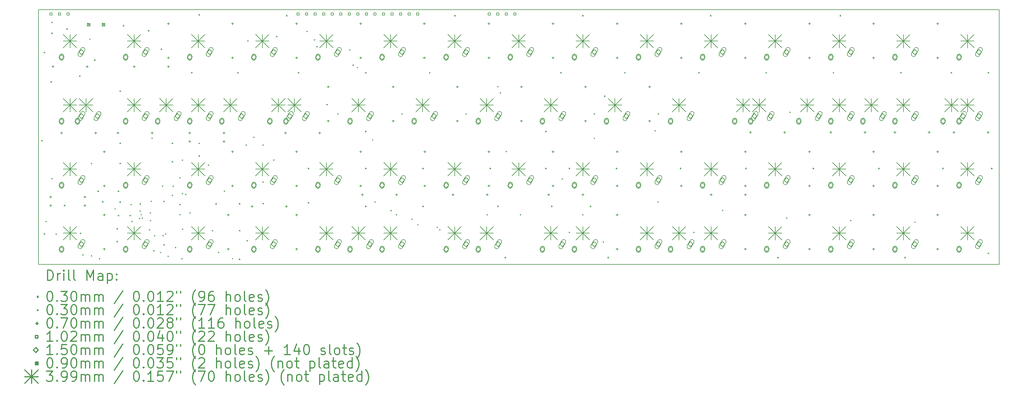
<source format=gbr>
%FSLAX45Y45*%
G04 Gerber Fmt 4.5, Leading zero omitted, Abs format (unit mm)*
G04 Created by KiCad (PCBNEW 4.0.3-stable) date Thursday, September 01, 2016 'PMt' 01:02:11 PM*
%MOMM*%
%LPD*%
G01*
G04 APERTURE LIST*
%ADD10C,0.127000*%
%ADD11C,0.150000*%
%ADD12C,0.200000*%
%ADD13C,0.300000*%
G04 APERTURE END LIST*
D10*
D11*
X31425000Y-1925000D02*
X2875000Y-1925000D01*
X31425000Y-9500000D02*
X31425000Y-1925000D01*
X2875000Y-9500000D02*
X31425000Y-9500000D01*
X2875000Y-1925000D02*
X2875000Y-9500000D01*
D12*
X2960000Y-5810000D02*
X2990000Y-5840000D01*
X2990000Y-5810000D02*
X2960000Y-5840000D01*
X3035000Y-3185000D02*
X3065000Y-3215000D01*
X3065000Y-3185000D02*
X3035000Y-3215000D01*
X3035000Y-8585000D02*
X3065000Y-8615000D01*
X3065000Y-8585000D02*
X3035000Y-8615000D01*
X3235000Y-4060000D02*
X3265000Y-4090000D01*
X3265000Y-4060000D02*
X3235000Y-4090000D01*
X3260000Y-2285000D02*
X3290000Y-2315000D01*
X3290000Y-2285000D02*
X3260000Y-2315000D01*
X3260000Y-2610000D02*
X3290000Y-2640000D01*
X3290000Y-2610000D02*
X3260000Y-2640000D01*
X3260000Y-6935000D02*
X3290000Y-6965000D01*
X3290000Y-6935000D02*
X3260000Y-6965000D01*
X3385000Y-8585000D02*
X3415000Y-8615000D01*
X3415000Y-8585000D02*
X3385000Y-8615000D01*
X3635000Y-7735000D02*
X3665000Y-7765000D01*
X3665000Y-7735000D02*
X3635000Y-7765000D01*
X3710000Y-2485000D02*
X3740000Y-2515000D01*
X3740000Y-2485000D02*
X3710000Y-2515000D01*
X4085000Y-3885000D02*
X4115000Y-3915000D01*
X4115000Y-3885000D02*
X4085000Y-3915000D01*
X4182350Y-9205200D02*
X4212350Y-9235200D01*
X4212350Y-9205200D02*
X4182350Y-9235200D01*
X4435000Y-6485000D02*
X4465000Y-6515000D01*
X4465000Y-6485000D02*
X4435000Y-6515000D01*
X4535000Y-3410000D02*
X4565000Y-3440000D01*
X4565000Y-3410000D02*
X4535000Y-3440000D01*
X4635000Y-7310000D02*
X4665000Y-7340000D01*
X4665000Y-7310000D02*
X4635000Y-7340000D01*
X4766550Y-7624050D02*
X4796550Y-7654050D01*
X4796550Y-7624050D02*
X4766550Y-7654050D01*
X5198350Y-8430500D02*
X5228350Y-8460500D01*
X5228350Y-8430500D02*
X5198350Y-8460500D01*
X5198350Y-8811500D02*
X5228350Y-8841500D01*
X5228350Y-8811500D02*
X5198350Y-8841500D01*
X5235000Y-7310000D02*
X5265000Y-7340000D01*
X5265000Y-7310000D02*
X5235000Y-7340000D01*
X5235000Y-8035000D02*
X5265000Y-8065000D01*
X5265000Y-8035000D02*
X5235000Y-8065000D01*
X5285000Y-4335000D02*
X5315000Y-4365000D01*
X5315000Y-4335000D02*
X5285000Y-4365000D01*
X5285000Y-5885000D02*
X5315000Y-5915000D01*
X5315000Y-5885000D02*
X5285000Y-5915000D01*
X5285000Y-6485000D02*
X5315000Y-6515000D01*
X5315000Y-6485000D02*
X5285000Y-6515000D01*
X5285000Y-7635000D02*
X5315000Y-7665000D01*
X5315000Y-7635000D02*
X5285000Y-7665000D01*
X5385000Y-2385000D02*
X5415000Y-2415000D01*
X5415000Y-2385000D02*
X5385000Y-2415000D01*
X5585000Y-8035000D02*
X5615000Y-8065000D01*
X5615000Y-8035000D02*
X5585000Y-8065000D01*
X6135000Y-2535000D02*
X6165000Y-2565000D01*
X6165000Y-2535000D02*
X6135000Y-2565000D01*
X6285000Y-9085000D02*
X6315000Y-9115000D01*
X6315000Y-9085000D02*
X6285000Y-9115000D01*
X6510000Y-3085000D02*
X6540000Y-3115000D01*
X6540000Y-3085000D02*
X6510000Y-3115000D01*
X6589000Y-8906750D02*
X6619000Y-8936750D01*
X6619000Y-8906750D02*
X6589000Y-8936750D01*
X6835000Y-5885000D02*
X6865000Y-5915000D01*
X6865000Y-5885000D02*
X6835000Y-5915000D01*
X6835000Y-6435000D02*
X6865000Y-6465000D01*
X6865000Y-6435000D02*
X6835000Y-6465000D01*
X6935000Y-8985000D02*
X6965000Y-9015000D01*
X6965000Y-8985000D02*
X6935000Y-9015000D01*
X7410000Y-3785000D02*
X7440000Y-3815000D01*
X7440000Y-3785000D02*
X7410000Y-3815000D01*
X7635000Y-2060000D02*
X7665000Y-2090000D01*
X7665000Y-2060000D02*
X7635000Y-2090000D01*
X7635000Y-5885000D02*
X7665000Y-5915000D01*
X7665000Y-5885000D02*
X7635000Y-5915000D01*
X7635000Y-6260000D02*
X7665000Y-6290000D01*
X7665000Y-6260000D02*
X7635000Y-6290000D01*
X8035000Y-8485000D02*
X8065000Y-8515000D01*
X8065000Y-8485000D02*
X8035000Y-8515000D01*
X8135000Y-7685000D02*
X8165000Y-7715000D01*
X8165000Y-7685000D02*
X8135000Y-7715000D01*
X8785000Y-3785000D02*
X8815000Y-3815000D01*
X8815000Y-3785000D02*
X8785000Y-3815000D01*
X8835000Y-7685000D02*
X8865000Y-7715000D01*
X8865000Y-7685000D02*
X8835000Y-7715000D01*
X8835000Y-8485000D02*
X8865000Y-8515000D01*
X8865000Y-8485000D02*
X8835000Y-8515000D01*
X8835000Y-9335000D02*
X8865000Y-9365000D01*
X8865000Y-9335000D02*
X8835000Y-9365000D01*
X9035000Y-5935000D02*
X9065000Y-5965000D01*
X9065000Y-5935000D02*
X9035000Y-5965000D01*
X9085000Y-2835000D02*
X9115000Y-2865000D01*
X9115000Y-2835000D02*
X9085000Y-2865000D01*
X9535000Y-5935000D02*
X9565000Y-5965000D01*
X9565000Y-5935000D02*
X9535000Y-5965000D01*
X9535000Y-7035000D02*
X9565000Y-7065000D01*
X9565000Y-7035000D02*
X9535000Y-7065000D01*
X9535400Y-7681200D02*
X9565400Y-7711200D01*
X9565400Y-7681200D02*
X9535400Y-7711200D01*
X9935000Y-2710000D02*
X9965000Y-2740000D01*
X9965000Y-2710000D02*
X9935000Y-2740000D01*
X10235000Y-2085000D02*
X10265000Y-2115000D01*
X10265000Y-2085000D02*
X10235000Y-2115000D01*
X10585000Y-3785000D02*
X10615000Y-3815000D01*
X10615000Y-3785000D02*
X10585000Y-3815000D01*
X10881600Y-7655800D02*
X10911600Y-7685800D01*
X10911600Y-7655800D02*
X10881600Y-7685800D01*
X10885000Y-6635000D02*
X10915000Y-6665000D01*
X10915000Y-6635000D02*
X10885000Y-6665000D01*
X11435000Y-4735000D02*
X11465000Y-4765000D01*
X11465000Y-4735000D02*
X11435000Y-4765000D01*
X12585000Y-3785000D02*
X12615000Y-3815000D01*
X12615000Y-3785000D02*
X12585000Y-3815000D01*
X12585000Y-5535000D02*
X12615000Y-5565000D01*
X12615000Y-5535000D02*
X12585000Y-5565000D01*
X12585000Y-6635000D02*
X12615000Y-6665000D01*
X12615000Y-6635000D02*
X12585000Y-6665000D01*
X12585000Y-7760000D02*
X12615000Y-7790000D01*
X12615000Y-7760000D02*
X12585000Y-7790000D01*
X14285000Y-6635000D02*
X14315000Y-6665000D01*
X14315000Y-6635000D02*
X14285000Y-6665000D01*
X14285000Y-7760000D02*
X14315000Y-7790000D01*
X14315000Y-7760000D02*
X14285000Y-7790000D01*
X14485000Y-3785000D02*
X14515000Y-3815000D01*
X14515000Y-3785000D02*
X14485000Y-3815000D01*
X15235000Y-2085000D02*
X15265000Y-2115000D01*
X15265000Y-2085000D02*
X15235000Y-2115000D01*
X16285000Y-6635000D02*
X16315000Y-6665000D01*
X16315000Y-6635000D02*
X16285000Y-6665000D01*
X16510000Y-7760000D02*
X16540000Y-7790000D01*
X16540000Y-7760000D02*
X16510000Y-7790000D01*
X16585000Y-4385000D02*
X16615000Y-4415000D01*
X16615000Y-4385000D02*
X16585000Y-4415000D01*
X16735000Y-9285000D02*
X16765000Y-9315000D01*
X16765000Y-9285000D02*
X16735000Y-9315000D01*
X17935000Y-5535000D02*
X17965000Y-5565000D01*
X17965000Y-5535000D02*
X17935000Y-5565000D01*
X17935000Y-6635000D02*
X17965000Y-6665000D01*
X17965000Y-6635000D02*
X17935000Y-6665000D01*
X18110000Y-7760000D02*
X18140000Y-7790000D01*
X18140000Y-7760000D02*
X18110000Y-7790000D01*
X18385000Y-3785000D02*
X18415000Y-3815000D01*
X18415000Y-3785000D02*
X18385000Y-3815000D01*
X18635000Y-6635000D02*
X18665000Y-6665000D01*
X18665000Y-6635000D02*
X18635000Y-6665000D01*
X18635000Y-8535000D02*
X18665000Y-8565000D01*
X18665000Y-8535000D02*
X18635000Y-8565000D01*
X19035000Y-2085000D02*
X19065000Y-2115000D01*
X19065000Y-2085000D02*
X19035000Y-2115000D01*
X19260000Y-7760000D02*
X19290000Y-7790000D01*
X19290000Y-7760000D02*
X19260000Y-7790000D01*
X19685000Y-4485000D02*
X19715000Y-4515000D01*
X19715000Y-4485000D02*
X19685000Y-4515000D01*
X19785000Y-9285000D02*
X19815000Y-9315000D01*
X19815000Y-9285000D02*
X19785000Y-9315000D01*
X20035000Y-6635000D02*
X20065000Y-6665000D01*
X20065000Y-6635000D02*
X20035000Y-6665000D01*
X20285000Y-3785000D02*
X20315000Y-3815000D01*
X20315000Y-3785000D02*
X20285000Y-3815000D01*
X21935000Y-6635000D02*
X21965000Y-6665000D01*
X21965000Y-6635000D02*
X21935000Y-6665000D01*
X22335000Y-8535000D02*
X22365000Y-8565000D01*
X22365000Y-8535000D02*
X22335000Y-8565000D01*
X22485000Y-3785000D02*
X22515000Y-3815000D01*
X22515000Y-3785000D02*
X22485000Y-3815000D01*
X22835000Y-2085000D02*
X22865000Y-2115000D01*
X22865000Y-2085000D02*
X22835000Y-2115000D01*
X23885000Y-6635000D02*
X23915000Y-6665000D01*
X23915000Y-6635000D02*
X23885000Y-6665000D01*
X24485000Y-3785000D02*
X24515000Y-3815000D01*
X24515000Y-3785000D02*
X24485000Y-3815000D01*
X24835000Y-9285000D02*
X24865000Y-9315000D01*
X24865000Y-9285000D02*
X24835000Y-9315000D01*
X25885000Y-6635000D02*
X25915000Y-6665000D01*
X25915000Y-6635000D02*
X25885000Y-6665000D01*
X26485000Y-3785000D02*
X26515000Y-3815000D01*
X26515000Y-3785000D02*
X26485000Y-3815000D01*
X26685000Y-2085000D02*
X26715000Y-2115000D01*
X26715000Y-2085000D02*
X26685000Y-2115000D01*
X27835000Y-6635000D02*
X27865000Y-6665000D01*
X27865000Y-6635000D02*
X27835000Y-6665000D01*
X28485000Y-3785000D02*
X28515000Y-3815000D01*
X28515000Y-3785000D02*
X28485000Y-3815000D01*
X28610000Y-9285000D02*
X28640000Y-9315000D01*
X28640000Y-9285000D02*
X28610000Y-9315000D01*
X29735000Y-6635000D02*
X29765000Y-6665000D01*
X29765000Y-6635000D02*
X29735000Y-6665000D01*
X29985000Y-3785000D02*
X30015000Y-3815000D01*
X30015000Y-3785000D02*
X29985000Y-3815000D01*
X31085000Y-3785000D02*
X31115000Y-3815000D01*
X31115000Y-3785000D02*
X31085000Y-3815000D01*
X31085000Y-9160000D02*
X31115000Y-9190000D01*
X31115000Y-9160000D02*
X31085000Y-9190000D01*
X31185000Y-6635000D02*
X31215000Y-6665000D01*
X31215000Y-6635000D02*
X31185000Y-6665000D01*
X3115240Y-8225000D02*
G75*
G03X3115240Y-8225000I-15240J0D01*
G01*
X4136390Y-8578850D02*
G75*
G03X4136390Y-8578850I-15240J0D01*
G01*
X4415240Y-2800000D02*
G75*
G03X4415240Y-2800000I-15240J0D01*
G01*
X4465240Y-9250000D02*
G75*
G03X4465240Y-9250000I-15240J0D01*
G01*
X4701540Y-9334500D02*
G75*
G03X4701540Y-9334500I-15240J0D01*
G01*
X5165240Y-7850000D02*
G75*
G03X5165240Y-7850000I-15240J0D01*
G01*
X5640240Y-7725000D02*
G75*
G03X5640240Y-7725000I-15240J0D01*
G01*
X5665240Y-8225000D02*
G75*
G03X5665240Y-8225000I-15240J0D01*
G01*
X5890240Y-8142700D02*
G75*
G03X5890240Y-8142700I-15240J0D01*
G01*
X5906528Y-7915685D02*
G75*
G03X5906528Y-7915685I-15240J0D01*
G01*
X5916252Y-7707126D02*
G75*
G03X5916252Y-7707126I-15240J0D01*
G01*
X5940240Y-8025000D02*
G75*
G03X5940240Y-8025000I-15240J0D01*
G01*
X5969850Y-8123527D02*
G75*
G03X5969850Y-8123527I-15240J0D01*
G01*
X6190240Y-8475000D02*
G75*
G03X6190240Y-8475000I-15240J0D01*
G01*
X6215240Y-7975000D02*
G75*
G03X6215240Y-7975000I-15240J0D01*
G01*
X6215240Y-8200000D02*
G75*
G03X6215240Y-8200000I-15240J0D01*
G01*
X6239047Y-7625451D02*
G75*
G03X6239047Y-7625451I-15240J0D01*
G01*
X6265240Y-5750000D02*
G75*
G03X6265240Y-5750000I-15240J0D01*
G01*
X6340240Y-8650000D02*
G75*
G03X6340240Y-8650000I-15240J0D01*
G01*
X6515240Y-9150000D02*
G75*
G03X6515240Y-9150000I-15240J0D01*
G01*
X6577340Y-7175000D02*
G75*
G03X6577340Y-7175000I-15240J0D01*
G01*
X6590240Y-8650000D02*
G75*
G03X6590240Y-8650000I-15240J0D01*
G01*
X6618176Y-7631616D02*
G75*
G03X6618176Y-7631616I-15240J0D01*
G01*
X6665240Y-8600000D02*
G75*
G03X6665240Y-8600000I-15240J0D01*
G01*
X6743053Y-9262995D02*
G75*
G03X6743053Y-9262995I-15240J0D01*
G01*
X6865781Y-7449458D02*
G75*
G03X6865781Y-7449458I-15240J0D01*
G01*
X6891671Y-7178230D02*
G75*
G03X6891671Y-7178230I-15240J0D01*
G01*
X7090240Y-6925000D02*
G75*
G03X7090240Y-6925000I-15240J0D01*
G01*
X7090240Y-7725000D02*
G75*
G03X7090240Y-7725000I-15240J0D01*
G01*
X7090240Y-8025000D02*
G75*
G03X7090240Y-8025000I-15240J0D01*
G01*
X7147937Y-9332846D02*
G75*
G03X7147937Y-9332846I-15240J0D01*
G01*
X7165240Y-6400000D02*
G75*
G03X7165240Y-6400000I-15240J0D01*
G01*
X7165240Y-7400000D02*
G75*
G03X7165240Y-7400000I-15240J0D01*
G01*
X7172236Y-8457301D02*
G75*
G03X7172236Y-8457301I-15240J0D01*
G01*
X7265240Y-7425000D02*
G75*
G03X7265240Y-7425000I-15240J0D01*
G01*
X7392356Y-7972012D02*
G75*
G03X7392356Y-7972012I-15240J0D01*
G01*
X7940240Y-6550000D02*
G75*
G03X7940240Y-6550000I-15240J0D01*
G01*
X8240240Y-9149204D02*
G75*
G03X8240240Y-9149204I-15240J0D01*
G01*
X8415240Y-7325000D02*
G75*
G03X8415240Y-7325000I-15240J0D01*
G01*
X8652609Y-9332846D02*
G75*
G03X8652609Y-9332846I-15240J0D01*
G01*
X9090240Y-8800000D02*
G75*
G03X9090240Y-8800000I-15240J0D01*
G01*
X9286268Y-5721932D02*
G75*
G03X9286268Y-5721932I-15240J0D01*
G01*
X9880740Y-6400000D02*
G75*
G03X9880740Y-6400000I-15240J0D01*
G01*
X10865240Y-2575000D02*
G75*
G03X10865240Y-2575000I-15240J0D01*
G01*
X11090240Y-2825000D02*
G75*
G03X11090240Y-2825000I-15240J0D01*
G01*
X11165240Y-3025000D02*
G75*
G03X11165240Y-3025000I-15240J0D01*
G01*
X11785740Y-5029200D02*
G75*
G03X11785740Y-5029200I-15240J0D01*
G01*
X12140240Y-3125000D02*
G75*
G03X12140240Y-3125000I-15240J0D01*
G01*
X12240240Y-3575000D02*
G75*
G03X12240240Y-3575000I-15240J0D01*
G01*
X12365240Y-3648098D02*
G75*
G03X12365240Y-3648098I-15240J0D01*
G01*
X12815240Y-5797671D02*
G75*
G03X12815240Y-5797671I-15240J0D01*
G01*
X12890240Y-7645400D02*
G75*
G03X12890240Y-7645400I-15240J0D01*
G01*
X13365240Y-7900000D02*
G75*
G03X13365240Y-7900000I-15240J0D01*
G01*
X13528040Y-8026400D02*
G75*
G03X13528040Y-8026400I-15240J0D01*
G01*
X13690740Y-5029200D02*
G75*
G03X13690740Y-5029200I-15240J0D01*
G01*
X13990240Y-8158158D02*
G75*
G03X13990240Y-8158158I-15240J0D01*
G01*
X14165240Y-8325000D02*
G75*
G03X14165240Y-8325000I-15240J0D01*
G01*
X14740240Y-8400000D02*
G75*
G03X14740240Y-8400000I-15240J0D01*
G01*
X14815240Y-8475000D02*
G75*
G03X14815240Y-8475000I-15240J0D01*
G01*
X15595740Y-5029200D02*
G75*
G03X15595740Y-5029200I-15240J0D01*
G01*
X16220440Y-8026400D02*
G75*
G03X16220440Y-8026400I-15240J0D01*
G01*
X16540240Y-4216400D02*
G75*
G03X16540240Y-4216400I-15240J0D01*
G01*
X16790240Y-6146800D02*
G75*
G03X16790240Y-6146800I-15240J0D01*
G01*
X17211040Y-8026400D02*
G75*
G03X17211040Y-8026400I-15240J0D01*
G01*
X18453240Y-6959600D02*
G75*
G03X18453240Y-6959600I-15240J0D01*
G01*
X19065240Y-8026400D02*
G75*
G03X19065240Y-8026400I-15240J0D01*
G01*
X19405740Y-5029200D02*
G75*
G03X19405740Y-5029200I-15240J0D01*
G01*
X19405740Y-5750000D02*
G75*
G03X19405740Y-5750000I-15240J0D01*
G01*
X19674840Y-8839200D02*
G75*
G03X19674840Y-8839200I-15240J0D01*
G01*
X21216263Y-5528497D02*
G75*
G03X21216263Y-5528497I-15240J0D01*
G01*
X21300440Y-7645400D02*
G75*
G03X21300440Y-7645400I-15240J0D01*
G01*
X21310740Y-5029200D02*
G75*
G03X21310740Y-5029200I-15240J0D01*
G01*
X23215740Y-7900000D02*
G75*
G03X23215740Y-7900000I-15240J0D01*
G01*
X25120740Y-8125000D02*
G75*
G03X25120740Y-8125000I-15240J0D01*
G01*
X25219738Y-4978400D02*
G75*
G03X25219738Y-4978400I-15240J0D01*
G01*
X27025740Y-8200000D02*
G75*
G03X27025740Y-8200000I-15240J0D01*
G01*
X28930740Y-8250000D02*
G75*
G03X28930740Y-8250000I-15240J0D01*
G01*
X3238500Y-7457948D02*
X3238500Y-7528052D01*
X3203448Y-7493000D02*
X3273552Y-7493000D01*
X3238500Y-7711948D02*
X3238500Y-7782052D01*
X3203448Y-7747000D02*
X3273552Y-7747000D01*
X3302000Y-3584448D02*
X3302000Y-3654552D01*
X3266948Y-3619500D02*
X3337052Y-3619500D01*
X3556000Y-5552948D02*
X3556000Y-5623052D01*
X3520948Y-5588000D02*
X3591052Y-5588000D01*
X4254500Y-7457948D02*
X4254500Y-7528052D01*
X4219448Y-7493000D02*
X4289552Y-7493000D01*
X4254500Y-7711948D02*
X4254500Y-7782052D01*
X4219448Y-7747000D02*
X4289552Y-7747000D01*
X4318000Y-3584448D02*
X4318000Y-3654552D01*
X4282948Y-3619500D02*
X4353052Y-3619500D01*
X4572000Y-5552948D02*
X4572000Y-5623052D01*
X4536948Y-5588000D02*
X4607052Y-5588000D01*
X4826000Y-6111748D02*
X4826000Y-6181852D01*
X4790948Y-6146800D02*
X4861052Y-6146800D01*
X4826000Y-7127748D02*
X4826000Y-7197852D01*
X4790948Y-7162800D02*
X4861052Y-7162800D01*
X4826000Y-7991348D02*
X4826000Y-8061452D01*
X4790948Y-8026400D02*
X4861052Y-8026400D01*
X4826000Y-9007348D02*
X4826000Y-9077452D01*
X4790948Y-9042400D02*
X4861052Y-9042400D01*
X5232400Y-5552948D02*
X5232400Y-5623052D01*
X5197348Y-5588000D02*
X5267452Y-5588000D01*
X5715000Y-3584448D02*
X5715000Y-3654552D01*
X5679948Y-3619500D02*
X5750052Y-3619500D01*
X6248400Y-5552948D02*
X6248400Y-5623052D01*
X6213348Y-5588000D02*
X6283452Y-5588000D01*
X6731000Y-3584448D02*
X6731000Y-3654552D01*
X6695948Y-3619500D02*
X6766052Y-3619500D01*
X6731508Y-2301748D02*
X6731508Y-2371852D01*
X6696456Y-2336800D02*
X6766560Y-2336800D01*
X6731508Y-3317748D02*
X6731508Y-3387852D01*
X6696456Y-3352800D02*
X6766560Y-3352800D01*
X7366000Y-5552948D02*
X7366000Y-5623052D01*
X7330948Y-5588000D02*
X7401052Y-5588000D01*
X7366000Y-5806948D02*
X7366000Y-5877052D01*
X7330948Y-5842000D02*
X7401052Y-5842000D01*
X8382000Y-5552948D02*
X8382000Y-5623052D01*
X8346948Y-5588000D02*
X8417052Y-5588000D01*
X8382000Y-5806948D02*
X8382000Y-5877052D01*
X8346948Y-5842000D02*
X8417052Y-5842000D01*
X8509508Y-7991400D02*
X8509508Y-8061504D01*
X8474456Y-8026452D02*
X8544560Y-8026452D01*
X8509508Y-9007400D02*
X8509508Y-9077504D01*
X8474456Y-9042452D02*
X8544560Y-9042452D01*
X8636508Y-2301748D02*
X8636508Y-2371852D01*
X8601456Y-2336800D02*
X8671560Y-2336800D01*
X8636508Y-3317748D02*
X8636508Y-3387852D01*
X8601456Y-3352800D02*
X8671560Y-3352800D01*
X8636508Y-6111800D02*
X8636508Y-6181904D01*
X8601456Y-6146852D02*
X8671560Y-6146852D01*
X8636508Y-7127800D02*
X8636508Y-7197904D01*
X8601456Y-7162852D02*
X8671560Y-7162852D01*
X9220200Y-7737348D02*
X9220200Y-7807452D01*
X9185148Y-7772400D02*
X9255252Y-7772400D01*
X10210800Y-5552948D02*
X10210800Y-5623052D01*
X10175748Y-5588000D02*
X10245852Y-5588000D01*
X10236200Y-7737348D02*
X10236200Y-7807452D01*
X10201148Y-7772400D02*
X10271252Y-7772400D01*
X10541000Y-2301748D02*
X10541000Y-2371852D01*
X10505948Y-2336800D02*
X10576052Y-2336800D01*
X10541000Y-3317748D02*
X10541000Y-3387852D01*
X10505948Y-3352800D02*
X10576052Y-3352800D01*
X10541000Y-6111748D02*
X10541000Y-6181852D01*
X10505948Y-6146800D02*
X10576052Y-6146800D01*
X10541000Y-7127748D02*
X10541000Y-7197852D01*
X10505948Y-7162800D02*
X10576052Y-7162800D01*
X10541000Y-7991348D02*
X10541000Y-8061452D01*
X10505948Y-8026400D02*
X10576052Y-8026400D01*
X10541000Y-9007348D02*
X10541000Y-9077452D01*
X10505948Y-9042400D02*
X10576052Y-9042400D01*
X11226800Y-5552948D02*
X11226800Y-5623052D01*
X11191748Y-5588000D02*
X11261852Y-5588000D01*
X11480800Y-4181348D02*
X11480800Y-4251452D01*
X11445748Y-4216400D02*
X11515852Y-4216400D01*
X11480800Y-5197348D02*
X11480800Y-5267452D01*
X11445748Y-5232400D02*
X11515852Y-5232400D01*
X12446000Y-2301748D02*
X12446000Y-2371852D01*
X12410948Y-2336800D02*
X12481052Y-2336800D01*
X12446000Y-3317748D02*
X12446000Y-3387852D01*
X12410948Y-3352800D02*
X12481052Y-3352800D01*
X12446000Y-6111748D02*
X12446000Y-6181852D01*
X12410948Y-6146800D02*
X12481052Y-6146800D01*
X12446000Y-7127748D02*
X12446000Y-7197852D01*
X12410948Y-7162800D02*
X12481052Y-7162800D01*
X12496800Y-7394448D02*
X12496800Y-7464552D01*
X12461748Y-7429500D02*
X12531852Y-7429500D01*
X13411200Y-4181348D02*
X13411200Y-4251452D01*
X13376148Y-4216400D02*
X13446252Y-4216400D01*
X13411200Y-5197348D02*
X13411200Y-5267452D01*
X13376148Y-5232400D02*
X13446252Y-5232400D01*
X13512800Y-7394448D02*
X13512800Y-7464552D01*
X13477748Y-7429500D02*
X13547852Y-7429500D01*
X14339746Y-2301748D02*
X14339746Y-2371852D01*
X14304694Y-2336800D02*
X14374798Y-2336800D01*
X14339746Y-3317748D02*
X14339746Y-3387852D01*
X14304694Y-3352800D02*
X14374798Y-3352800D01*
X14351000Y-6111748D02*
X14351000Y-6181852D01*
X14315948Y-6146800D02*
X14386052Y-6146800D01*
X14351000Y-7127748D02*
X14351000Y-7197852D01*
X14315948Y-7162800D02*
X14386052Y-7162800D01*
X15189200Y-7394448D02*
X15189200Y-7464552D01*
X15154148Y-7429500D02*
X15224252Y-7429500D01*
X15316200Y-4181348D02*
X15316200Y-4251452D01*
X15281148Y-4216400D02*
X15351252Y-4216400D01*
X15316200Y-5197348D02*
X15316200Y-5267452D01*
X15281148Y-5232400D02*
X15351252Y-5232400D01*
X16205200Y-7394448D02*
X16205200Y-7464552D01*
X16170148Y-7429500D02*
X16240252Y-7429500D01*
X16256000Y-2301748D02*
X16256000Y-2371852D01*
X16220948Y-2336800D02*
X16291052Y-2336800D01*
X16256000Y-3317748D02*
X16256000Y-3387852D01*
X16220948Y-3352800D02*
X16291052Y-3352800D01*
X16256000Y-6111748D02*
X16256000Y-6181852D01*
X16220948Y-6146800D02*
X16291052Y-6146800D01*
X16256000Y-7127748D02*
X16256000Y-7197852D01*
X16220948Y-7162800D02*
X16291052Y-7162800D01*
X17221200Y-4181348D02*
X17221200Y-4251452D01*
X17186148Y-4216400D02*
X17256252Y-4216400D01*
X17221200Y-5197348D02*
X17221200Y-5267452D01*
X17186148Y-5232400D02*
X17256252Y-5232400D01*
X18034000Y-7394448D02*
X18034000Y-7464552D01*
X17998948Y-7429500D02*
X18069052Y-7429500D01*
X18161000Y-2301748D02*
X18161000Y-2371852D01*
X18125948Y-2336800D02*
X18196052Y-2336800D01*
X18161000Y-3317748D02*
X18161000Y-3387852D01*
X18125948Y-3352800D02*
X18196052Y-3352800D01*
X18161000Y-6111748D02*
X18161000Y-6181852D01*
X18125948Y-6146800D02*
X18196052Y-6146800D01*
X18161000Y-7127748D02*
X18161000Y-7197852D01*
X18125948Y-7162800D02*
X18196052Y-7162800D01*
X19050000Y-7394448D02*
X19050000Y-7464552D01*
X19014948Y-7429500D02*
X19085052Y-7429500D01*
X19126200Y-4181348D02*
X19126200Y-4251452D01*
X19091148Y-4216400D02*
X19161252Y-4216400D01*
X19126200Y-5197348D02*
X19126200Y-5267452D01*
X19091148Y-5232400D02*
X19161252Y-5232400D01*
X20066000Y-2301748D02*
X20066000Y-2371852D01*
X20030948Y-2336800D02*
X20101052Y-2336800D01*
X20066000Y-3317748D02*
X20066000Y-3387852D01*
X20030948Y-3352800D02*
X20101052Y-3352800D01*
X20066000Y-6111748D02*
X20066000Y-6181852D01*
X20030948Y-6146800D02*
X20101052Y-6146800D01*
X20066000Y-7127748D02*
X20066000Y-7197852D01*
X20030948Y-7162800D02*
X20101052Y-7162800D01*
X20066000Y-7991348D02*
X20066000Y-8061452D01*
X20030948Y-8026400D02*
X20101052Y-8026400D01*
X20066000Y-9007348D02*
X20066000Y-9077452D01*
X20030948Y-9042400D02*
X20101052Y-9042400D01*
X21031200Y-4181348D02*
X21031200Y-4251452D01*
X20996148Y-4216400D02*
X21066252Y-4216400D01*
X21031200Y-5197348D02*
X21031200Y-5267452D01*
X20996148Y-5232400D02*
X21066252Y-5232400D01*
X21970492Y-2301748D02*
X21970492Y-2371852D01*
X21935440Y-2336800D02*
X22005544Y-2336800D01*
X21970492Y-3317748D02*
X21970492Y-3387852D01*
X21935440Y-3352800D02*
X22005544Y-3352800D01*
X21971000Y-6111748D02*
X21971000Y-6181852D01*
X21935948Y-6146800D02*
X22006052Y-6146800D01*
X21971000Y-7127748D02*
X21971000Y-7197852D01*
X21935948Y-7162800D02*
X22006052Y-7162800D01*
X22860000Y-7394448D02*
X22860000Y-7464552D01*
X22824948Y-7429500D02*
X22895052Y-7429500D01*
X23876000Y-2301748D02*
X23876000Y-2371852D01*
X23840948Y-2336800D02*
X23911052Y-2336800D01*
X23876000Y-3317748D02*
X23876000Y-3387852D01*
X23840948Y-3352800D02*
X23911052Y-3352800D01*
X23876000Y-6111748D02*
X23876000Y-6181852D01*
X23840948Y-6146800D02*
X23911052Y-6146800D01*
X23876000Y-7127748D02*
X23876000Y-7197852D01*
X23840948Y-7162800D02*
X23911052Y-7162800D01*
X23876000Y-7394448D02*
X23876000Y-7464552D01*
X23840948Y-7429500D02*
X23911052Y-7429500D01*
X23876000Y-7991348D02*
X23876000Y-8061452D01*
X23840948Y-8026400D02*
X23911052Y-8026400D01*
X23876000Y-9007348D02*
X23876000Y-9077452D01*
X23840948Y-9042400D02*
X23911052Y-9042400D01*
X24028348Y-5540502D02*
X24028348Y-5610606D01*
X23993296Y-5575554D02*
X24063400Y-5575554D01*
X25044348Y-5540502D02*
X25044348Y-5610606D01*
X25009296Y-5575554D02*
X25079400Y-5575554D01*
X25781000Y-2301748D02*
X25781000Y-2371852D01*
X25745948Y-2336800D02*
X25816052Y-2336800D01*
X25781000Y-3317748D02*
X25781000Y-3387852D01*
X25745948Y-3352800D02*
X25816052Y-3352800D01*
X25781000Y-7991348D02*
X25781000Y-8061452D01*
X25745948Y-8026400D02*
X25816052Y-8026400D01*
X25781000Y-9007348D02*
X25781000Y-9077452D01*
X25745948Y-9042400D02*
X25816052Y-9042400D01*
X25781254Y-6111748D02*
X25781254Y-6181852D01*
X25746202Y-6146800D02*
X25816306Y-6146800D01*
X25781254Y-7127748D02*
X25781254Y-7197852D01*
X25746202Y-7162800D02*
X25816306Y-7162800D01*
X26415948Y-5540502D02*
X26415948Y-5610606D01*
X26380896Y-5575554D02*
X26451000Y-5575554D01*
X27431948Y-5540502D02*
X27431948Y-5610606D01*
X27396896Y-5575554D02*
X27467000Y-5575554D01*
X27686000Y-2301748D02*
X27686000Y-2371852D01*
X27650948Y-2336800D02*
X27721052Y-2336800D01*
X27686000Y-3317748D02*
X27686000Y-3387852D01*
X27650948Y-3352800D02*
X27721052Y-3352800D01*
X27686000Y-6111748D02*
X27686000Y-6181852D01*
X27650948Y-6146800D02*
X27721052Y-6146800D01*
X27686000Y-7127748D02*
X27686000Y-7197852D01*
X27650948Y-7162800D02*
X27721052Y-7162800D01*
X27686000Y-7991348D02*
X27686000Y-8061452D01*
X27650948Y-8026400D02*
X27721052Y-8026400D01*
X27686000Y-9007348D02*
X27686000Y-9077452D01*
X27650948Y-9042400D02*
X27721052Y-9042400D01*
X28321000Y-5540248D02*
X28321000Y-5610352D01*
X28285948Y-5575300D02*
X28356052Y-5575300D01*
X29337000Y-5540248D02*
X29337000Y-5610352D01*
X29301948Y-5575300D02*
X29372052Y-5575300D01*
X29591000Y-2301748D02*
X29591000Y-2371852D01*
X29555948Y-2336800D02*
X29626052Y-2336800D01*
X29591000Y-3317748D02*
X29591000Y-3387852D01*
X29555948Y-3352800D02*
X29626052Y-3352800D01*
X29591000Y-6111748D02*
X29591000Y-6181852D01*
X29555948Y-6146800D02*
X29626052Y-6146800D01*
X29591000Y-7127748D02*
X29591000Y-7197852D01*
X29555948Y-7162800D02*
X29626052Y-7162800D01*
X29591000Y-7991348D02*
X29591000Y-8061452D01*
X29555948Y-8026400D02*
X29626052Y-8026400D01*
X29591000Y-9007348D02*
X29591000Y-9077452D01*
X29555948Y-9042400D02*
X29626052Y-9042400D01*
X30073600Y-5540248D02*
X30073600Y-5610352D01*
X30038548Y-5575300D02*
X30108652Y-5575300D01*
X31089600Y-5540248D02*
X31089600Y-5610352D01*
X31054548Y-5575300D02*
X31124652Y-5575300D01*
X3281921Y-2085921D02*
X3281921Y-2014079D01*
X3210079Y-2014079D01*
X3210079Y-2085921D01*
X3281921Y-2085921D01*
X3535921Y-2085921D02*
X3535921Y-2014079D01*
X3464079Y-2014079D01*
X3464079Y-2085921D01*
X3535921Y-2085921D01*
X3789921Y-2085921D02*
X3789921Y-2014079D01*
X3718079Y-2014079D01*
X3718079Y-2085921D01*
X3789921Y-2085921D01*
X10619921Y-2085921D02*
X10619921Y-2014079D01*
X10548079Y-2014079D01*
X10548079Y-2085921D01*
X10619921Y-2085921D01*
X10873921Y-2085921D02*
X10873921Y-2014079D01*
X10802079Y-2014079D01*
X10802079Y-2085921D01*
X10873921Y-2085921D01*
X11127921Y-2085921D02*
X11127921Y-2014079D01*
X11056079Y-2014079D01*
X11056079Y-2085921D01*
X11127921Y-2085921D01*
X11381921Y-2085921D02*
X11381921Y-2014079D01*
X11310079Y-2014079D01*
X11310079Y-2085921D01*
X11381921Y-2085921D01*
X11635921Y-2085921D02*
X11635921Y-2014079D01*
X11564079Y-2014079D01*
X11564079Y-2085921D01*
X11635921Y-2085921D01*
X11889921Y-2085921D02*
X11889921Y-2014079D01*
X11818079Y-2014079D01*
X11818079Y-2085921D01*
X11889921Y-2085921D01*
X12143921Y-2085921D02*
X12143921Y-2014079D01*
X12072079Y-2014079D01*
X12072079Y-2085921D01*
X12143921Y-2085921D01*
X12397921Y-2085921D02*
X12397921Y-2014079D01*
X12326079Y-2014079D01*
X12326079Y-2085921D01*
X12397921Y-2085921D01*
X12651921Y-2085921D02*
X12651921Y-2014079D01*
X12580079Y-2014079D01*
X12580079Y-2085921D01*
X12651921Y-2085921D01*
X12905921Y-2085921D02*
X12905921Y-2014079D01*
X12834079Y-2014079D01*
X12834079Y-2085921D01*
X12905921Y-2085921D01*
X13159921Y-2085921D02*
X13159921Y-2014079D01*
X13088079Y-2014079D01*
X13088079Y-2085921D01*
X13159921Y-2085921D01*
X13413921Y-2085921D02*
X13413921Y-2014079D01*
X13342079Y-2014079D01*
X13342079Y-2085921D01*
X13413921Y-2085921D01*
X13667921Y-2085921D02*
X13667921Y-2014079D01*
X13596079Y-2014079D01*
X13596079Y-2085921D01*
X13667921Y-2085921D01*
X13921921Y-2085921D02*
X13921921Y-2014079D01*
X13850079Y-2014079D01*
X13850079Y-2085921D01*
X13921921Y-2085921D01*
X14175921Y-2085921D02*
X14175921Y-2014079D01*
X14104079Y-2014079D01*
X14104079Y-2085921D01*
X14175921Y-2085921D01*
X16302921Y-2085921D02*
X16302921Y-2014079D01*
X16231079Y-2014079D01*
X16231079Y-2085921D01*
X16302921Y-2085921D01*
X16556921Y-2085921D02*
X16556921Y-2014079D01*
X16485079Y-2014079D01*
X16485079Y-2085921D01*
X16556921Y-2085921D01*
X16810921Y-2085921D02*
X16810921Y-2014079D01*
X16739079Y-2014079D01*
X16739079Y-2085921D01*
X16810921Y-2085921D01*
X17064921Y-2085921D02*
X17064921Y-2014079D01*
X16993079Y-2014079D01*
X16993079Y-2085921D01*
X17064921Y-2085921D01*
X3558000Y-3411500D02*
X3633000Y-3336500D01*
X3558000Y-3261500D01*
X3483000Y-3336500D01*
X3558000Y-3411500D01*
X3620877Y-3369854D02*
X3624822Y-3311988D01*
X3491178Y-3361012D02*
X3495123Y-3303146D01*
X3624822Y-3311988D02*
G75*
G03X3495123Y-3303146I-64850J4421D01*
G01*
X3491178Y-3361012D02*
G75*
G03X3620877Y-3369854I64850J-4421D01*
G01*
X3558000Y-5316500D02*
X3633000Y-5241500D01*
X3558000Y-5166500D01*
X3483000Y-5241500D01*
X3558000Y-5316500D01*
X3620877Y-5274854D02*
X3624822Y-5216988D01*
X3491178Y-5266012D02*
X3495123Y-5208146D01*
X3624822Y-5216988D02*
G75*
G03X3495123Y-5208146I-64850J4421D01*
G01*
X3491178Y-5266012D02*
G75*
G03X3620877Y-5274854I64850J-4421D01*
G01*
X3558000Y-7221500D02*
X3633000Y-7146500D01*
X3558000Y-7071500D01*
X3483000Y-7146500D01*
X3558000Y-7221500D01*
X3620877Y-7179854D02*
X3624822Y-7121988D01*
X3491178Y-7171012D02*
X3495123Y-7113146D01*
X3624822Y-7121988D02*
G75*
G03X3495123Y-7113146I-64850J4421D01*
G01*
X3491178Y-7171012D02*
G75*
G03X3620877Y-7179854I64850J-4421D01*
G01*
X3558000Y-9126500D02*
X3633000Y-9051500D01*
X3558000Y-8976500D01*
X3483000Y-9051500D01*
X3558000Y-9126500D01*
X3620877Y-9084854D02*
X3624822Y-9026988D01*
X3491178Y-9076012D02*
X3495123Y-9018146D01*
X3624822Y-9026988D02*
G75*
G03X3495123Y-9018146I-64850J4421D01*
G01*
X3491178Y-9076012D02*
G75*
G03X3620877Y-9084854I64850J-4421D01*
G01*
X4034250Y-5316500D02*
X4109250Y-5241500D01*
X4034250Y-5166500D01*
X3959250Y-5241500D01*
X4034250Y-5316500D01*
X4097127Y-5274854D02*
X4101072Y-5216988D01*
X3967428Y-5266012D02*
X3971373Y-5208146D01*
X4101072Y-5216988D02*
G75*
G03X3971373Y-5208146I-64850J4421D01*
G01*
X3967428Y-5266012D02*
G75*
G03X4097127Y-5274854I64850J-4421D01*
G01*
X4150500Y-3259500D02*
X4225500Y-3184500D01*
X4150500Y-3109500D01*
X4075500Y-3184500D01*
X4150500Y-3259500D01*
X4166777Y-3289058D02*
X4247868Y-3143067D01*
X4053132Y-3225933D02*
X4134223Y-3079942D01*
X4247868Y-3143067D02*
G75*
G03X4134222Y-3079942I-56823J31562D01*
G01*
X4053132Y-3225933D02*
G75*
G03X4166777Y-3289058I56823J-31562D01*
G01*
X4150500Y-5164500D02*
X4225500Y-5089500D01*
X4150500Y-5014500D01*
X4075500Y-5089500D01*
X4150500Y-5164500D01*
X4166777Y-5194058D02*
X4247868Y-5048067D01*
X4053132Y-5130933D02*
X4134223Y-4984942D01*
X4247868Y-5048067D02*
G75*
G03X4134222Y-4984942I-56823J31562D01*
G01*
X4053132Y-5130933D02*
G75*
G03X4166777Y-5194058I56823J-31562D01*
G01*
X4150500Y-7069500D02*
X4225500Y-6994500D01*
X4150500Y-6919500D01*
X4075500Y-6994500D01*
X4150500Y-7069500D01*
X4166777Y-7099058D02*
X4247868Y-6953067D01*
X4053132Y-7035933D02*
X4134223Y-6889942D01*
X4247868Y-6953067D02*
G75*
G03X4134222Y-6889942I-56823J31562D01*
G01*
X4053132Y-7035933D02*
G75*
G03X4166777Y-7099058I56823J-31562D01*
G01*
X4150500Y-8974500D02*
X4225500Y-8899500D01*
X4150500Y-8824500D01*
X4075500Y-8899500D01*
X4150500Y-8974500D01*
X4166777Y-9004058D02*
X4247868Y-8858067D01*
X4053132Y-8940933D02*
X4134223Y-8794942D01*
X4247868Y-8858067D02*
G75*
G03X4134222Y-8794942I-56823J31562D01*
G01*
X4053132Y-8940933D02*
G75*
G03X4166777Y-9004058I56823J-31562D01*
G01*
X4626750Y-5164500D02*
X4701750Y-5089500D01*
X4626750Y-5014500D01*
X4551750Y-5089500D01*
X4626750Y-5164500D01*
X4643027Y-5194058D02*
X4724118Y-5048067D01*
X4529382Y-5130933D02*
X4610473Y-4984942D01*
X4724118Y-5048067D02*
G75*
G03X4610473Y-4984942I-56823J31562D01*
G01*
X4529382Y-5130933D02*
G75*
G03X4643028Y-5194058I56823J-31562D01*
G01*
X5463000Y-3411500D02*
X5538000Y-3336500D01*
X5463000Y-3261500D01*
X5388000Y-3336500D01*
X5463000Y-3411500D01*
X5525877Y-3369854D02*
X5529822Y-3311988D01*
X5396178Y-3361012D02*
X5400123Y-3303146D01*
X5529822Y-3311988D02*
G75*
G03X5400123Y-3303146I-64850J4421D01*
G01*
X5396178Y-3361012D02*
G75*
G03X5525877Y-3369854I64850J-4421D01*
G01*
X5463000Y-5316500D02*
X5538000Y-5241500D01*
X5463000Y-5166500D01*
X5388000Y-5241500D01*
X5463000Y-5316500D01*
X5525877Y-5274854D02*
X5529822Y-5216988D01*
X5396178Y-5266012D02*
X5400123Y-5208146D01*
X5529822Y-5216988D02*
G75*
G03X5400123Y-5208146I-64850J4421D01*
G01*
X5396178Y-5266012D02*
G75*
G03X5525877Y-5274854I64850J-4421D01*
G01*
X5463000Y-7221500D02*
X5538000Y-7146500D01*
X5463000Y-7071500D01*
X5388000Y-7146500D01*
X5463000Y-7221500D01*
X5525877Y-7179854D02*
X5529822Y-7121988D01*
X5396178Y-7171012D02*
X5400123Y-7113146D01*
X5529822Y-7121988D02*
G75*
G03X5400123Y-7113146I-64850J4421D01*
G01*
X5396178Y-7171012D02*
G75*
G03X5525877Y-7179854I64850J-4421D01*
G01*
X5463000Y-9126500D02*
X5538000Y-9051500D01*
X5463000Y-8976500D01*
X5388000Y-9051500D01*
X5463000Y-9126500D01*
X5525877Y-9084854D02*
X5529822Y-9026988D01*
X5396178Y-9076012D02*
X5400123Y-9018146D01*
X5529822Y-9026988D02*
G75*
G03X5400123Y-9018146I-64850J4421D01*
G01*
X5396178Y-9076012D02*
G75*
G03X5525877Y-9084854I64850J-4421D01*
G01*
X6055500Y-3259500D02*
X6130500Y-3184500D01*
X6055500Y-3109500D01*
X5980500Y-3184500D01*
X6055500Y-3259500D01*
X6071777Y-3289058D02*
X6152868Y-3143067D01*
X5958132Y-3225933D02*
X6039223Y-3079942D01*
X6152868Y-3143067D02*
G75*
G03X6039222Y-3079942I-56823J31562D01*
G01*
X5958132Y-3225933D02*
G75*
G03X6071777Y-3289058I56823J-31562D01*
G01*
X6055500Y-5164500D02*
X6130500Y-5089500D01*
X6055500Y-5014500D01*
X5980500Y-5089500D01*
X6055500Y-5164500D01*
X6071777Y-5194058D02*
X6152868Y-5048067D01*
X5958132Y-5130933D02*
X6039223Y-4984942D01*
X6152868Y-5048067D02*
G75*
G03X6039222Y-4984942I-56823J31562D01*
G01*
X5958132Y-5130933D02*
G75*
G03X6071777Y-5194058I56823J-31562D01*
G01*
X6055500Y-7069500D02*
X6130500Y-6994500D01*
X6055500Y-6919500D01*
X5980500Y-6994500D01*
X6055500Y-7069500D01*
X6071777Y-7099058D02*
X6152868Y-6953067D01*
X5958132Y-7035933D02*
X6039223Y-6889942D01*
X6152868Y-6953067D02*
G75*
G03X6039222Y-6889942I-56823J31562D01*
G01*
X5958132Y-7035933D02*
G75*
G03X6071777Y-7099058I56823J-31562D01*
G01*
X6055500Y-8974500D02*
X6130500Y-8899500D01*
X6055500Y-8824500D01*
X5980500Y-8899500D01*
X6055500Y-8974500D01*
X6071777Y-9004058D02*
X6152868Y-8858067D01*
X5958132Y-8940933D02*
X6039223Y-8794942D01*
X6152868Y-8858067D02*
G75*
G03X6039222Y-8794942I-56823J31562D01*
G01*
X5958132Y-8940933D02*
G75*
G03X6071777Y-9004058I56823J-31562D01*
G01*
X6415500Y-5316500D02*
X6490500Y-5241500D01*
X6415500Y-5166500D01*
X6340500Y-5241500D01*
X6415500Y-5316500D01*
X6478377Y-5274854D02*
X6482322Y-5216988D01*
X6348678Y-5266012D02*
X6352623Y-5208146D01*
X6482322Y-5216988D02*
G75*
G03X6352623Y-5208146I-64850J4421D01*
G01*
X6348678Y-5266012D02*
G75*
G03X6478377Y-5274854I64850J-4421D01*
G01*
X7008000Y-5164500D02*
X7083000Y-5089500D01*
X7008000Y-5014500D01*
X6933000Y-5089500D01*
X7008000Y-5164500D01*
X7024277Y-5194058D02*
X7105368Y-5048067D01*
X6910632Y-5130933D02*
X6991723Y-4984942D01*
X7105368Y-5048067D02*
G75*
G03X6991722Y-4984942I-56823J31562D01*
G01*
X6910632Y-5130933D02*
G75*
G03X7024277Y-5194058I56823J-31562D01*
G01*
X7368000Y-3411500D02*
X7443000Y-3336500D01*
X7368000Y-3261500D01*
X7293000Y-3336500D01*
X7368000Y-3411500D01*
X7430877Y-3369854D02*
X7434822Y-3311988D01*
X7301178Y-3361012D02*
X7305123Y-3303146D01*
X7434822Y-3311988D02*
G75*
G03X7305123Y-3303146I-64850J4421D01*
G01*
X7301178Y-3361012D02*
G75*
G03X7430877Y-3369854I64850J-4421D01*
G01*
X7368000Y-5316500D02*
X7443000Y-5241500D01*
X7368000Y-5166500D01*
X7293000Y-5241500D01*
X7368000Y-5316500D01*
X7430877Y-5274854D02*
X7434822Y-5216988D01*
X7301178Y-5266012D02*
X7305123Y-5208146D01*
X7434822Y-5216988D02*
G75*
G03X7305123Y-5208146I-64850J4421D01*
G01*
X7301178Y-5266012D02*
G75*
G03X7430877Y-5274854I64850J-4421D01*
G01*
X7368000Y-7221500D02*
X7443000Y-7146500D01*
X7368000Y-7071500D01*
X7293000Y-7146500D01*
X7368000Y-7221500D01*
X7430877Y-7179854D02*
X7434822Y-7121988D01*
X7301178Y-7171012D02*
X7305123Y-7113146D01*
X7434822Y-7121988D02*
G75*
G03X7305123Y-7113146I-64850J4421D01*
G01*
X7301178Y-7171012D02*
G75*
G03X7430877Y-7179854I64850J-4421D01*
G01*
X7368000Y-9126500D02*
X7443000Y-9051500D01*
X7368000Y-8976500D01*
X7293000Y-9051500D01*
X7368000Y-9126500D01*
X7430877Y-9084854D02*
X7434822Y-9026988D01*
X7301178Y-9076012D02*
X7305123Y-9018146D01*
X7434822Y-9026988D02*
G75*
G03X7305123Y-9018146I-64850J4421D01*
G01*
X7301178Y-9076012D02*
G75*
G03X7430877Y-9084854I64850J-4421D01*
G01*
X7960500Y-3259500D02*
X8035500Y-3184500D01*
X7960500Y-3109500D01*
X7885500Y-3184500D01*
X7960500Y-3259500D01*
X7976777Y-3289058D02*
X8057868Y-3143067D01*
X7863132Y-3225933D02*
X7944223Y-3079942D01*
X8057868Y-3143067D02*
G75*
G03X7944222Y-3079942I-56823J31562D01*
G01*
X7863132Y-3225933D02*
G75*
G03X7976777Y-3289058I56823J-31562D01*
G01*
X7960500Y-5164500D02*
X8035500Y-5089500D01*
X7960500Y-5014500D01*
X7885500Y-5089500D01*
X7960500Y-5164500D01*
X7976777Y-5194058D02*
X8057868Y-5048067D01*
X7863132Y-5130933D02*
X7944223Y-4984942D01*
X8057868Y-5048067D02*
G75*
G03X7944222Y-4984942I-56823J31562D01*
G01*
X7863132Y-5130933D02*
G75*
G03X7976777Y-5194058I56823J-31562D01*
G01*
X7960500Y-7069500D02*
X8035500Y-6994500D01*
X7960500Y-6919500D01*
X7885500Y-6994500D01*
X7960500Y-7069500D01*
X7976777Y-7099058D02*
X8057868Y-6953067D01*
X7863132Y-7035933D02*
X7944223Y-6889942D01*
X8057868Y-6953067D02*
G75*
G03X7944222Y-6889942I-56823J31562D01*
G01*
X7863132Y-7035933D02*
G75*
G03X7976777Y-7099058I56823J-31562D01*
G01*
X7960500Y-8974500D02*
X8035500Y-8899500D01*
X7960500Y-8824500D01*
X7885500Y-8899500D01*
X7960500Y-8974500D01*
X7976777Y-9004058D02*
X8057868Y-8858067D01*
X7863132Y-8940933D02*
X7944223Y-8794942D01*
X8057868Y-8858067D02*
G75*
G03X7944222Y-8794942I-56823J31562D01*
G01*
X7863132Y-8940933D02*
G75*
G03X7976777Y-9004058I56823J-31562D01*
G01*
X8320500Y-5316500D02*
X8395500Y-5241500D01*
X8320500Y-5166500D01*
X8245500Y-5241500D01*
X8320500Y-5316500D01*
X8383377Y-5274854D02*
X8387322Y-5216988D01*
X8253678Y-5266012D02*
X8257623Y-5208146D01*
X8387322Y-5216988D02*
G75*
G03X8257623Y-5208146I-64850J4421D01*
G01*
X8253678Y-5266012D02*
G75*
G03X8383377Y-5274854I64850J-4421D01*
G01*
X8913000Y-5164500D02*
X8988000Y-5089500D01*
X8913000Y-5014500D01*
X8838000Y-5089500D01*
X8913000Y-5164500D01*
X8929277Y-5194058D02*
X9010368Y-5048067D01*
X8815632Y-5130933D02*
X8896723Y-4984942D01*
X9010368Y-5048067D02*
G75*
G03X8896723Y-4984942I-56823J31562D01*
G01*
X8815632Y-5130933D02*
G75*
G03X8929278Y-5194058I56823J-31562D01*
G01*
X9273000Y-3411500D02*
X9348000Y-3336500D01*
X9273000Y-3261500D01*
X9198000Y-3336500D01*
X9273000Y-3411500D01*
X9335877Y-3369854D02*
X9339822Y-3311988D01*
X9206178Y-3361012D02*
X9210123Y-3303146D01*
X9339822Y-3311988D02*
G75*
G03X9210123Y-3303146I-64850J4421D01*
G01*
X9206178Y-3361012D02*
G75*
G03X9335877Y-3369854I64850J-4421D01*
G01*
X9273000Y-7221500D02*
X9348000Y-7146500D01*
X9273000Y-7071500D01*
X9198000Y-7146500D01*
X9273000Y-7221500D01*
X9335877Y-7179854D02*
X9339822Y-7121988D01*
X9206178Y-7171012D02*
X9210123Y-7113146D01*
X9339822Y-7121988D02*
G75*
G03X9210123Y-7113146I-64850J4421D01*
G01*
X9206178Y-7171012D02*
G75*
G03X9335877Y-7179854I64850J-4421D01*
G01*
X9273000Y-9126500D02*
X9348000Y-9051500D01*
X9273000Y-8976500D01*
X9198000Y-9051500D01*
X9273000Y-9126500D01*
X9335877Y-9084854D02*
X9339822Y-9026988D01*
X9206178Y-9076012D02*
X9210123Y-9018146D01*
X9339822Y-9026988D02*
G75*
G03X9210123Y-9018146I-64850J4421D01*
G01*
X9206178Y-9076012D02*
G75*
G03X9335877Y-9084854I64850J-4421D01*
G01*
X9749250Y-5316500D02*
X9824250Y-5241500D01*
X9749250Y-5166500D01*
X9674250Y-5241500D01*
X9749250Y-5316500D01*
X9812127Y-5274854D02*
X9816072Y-5216988D01*
X9682428Y-5266012D02*
X9686373Y-5208146D01*
X9816072Y-5216988D02*
G75*
G03X9686373Y-5208146I-64850J4421D01*
G01*
X9682428Y-5266012D02*
G75*
G03X9812127Y-5274854I64850J-4421D01*
G01*
X9865500Y-3259500D02*
X9940500Y-3184500D01*
X9865500Y-3109500D01*
X9790500Y-3184500D01*
X9865500Y-3259500D01*
X9881777Y-3289058D02*
X9962868Y-3143067D01*
X9768132Y-3225933D02*
X9849223Y-3079942D01*
X9962868Y-3143067D02*
G75*
G03X9849223Y-3079942I-56823J31562D01*
G01*
X9768132Y-3225933D02*
G75*
G03X9881778Y-3289058I56823J-31562D01*
G01*
X9865500Y-7069500D02*
X9940500Y-6994500D01*
X9865500Y-6919500D01*
X9790500Y-6994500D01*
X9865500Y-7069500D01*
X9881777Y-7099058D02*
X9962868Y-6953067D01*
X9768132Y-7035933D02*
X9849223Y-6889942D01*
X9962868Y-6953067D02*
G75*
G03X9849223Y-6889942I-56823J31562D01*
G01*
X9768132Y-7035933D02*
G75*
G03X9881778Y-7099058I56823J-31562D01*
G01*
X9865500Y-8974500D02*
X9940500Y-8899500D01*
X9865500Y-8824500D01*
X9790500Y-8899500D01*
X9865500Y-8974500D01*
X9881777Y-9004058D02*
X9962868Y-8858067D01*
X9768132Y-8940933D02*
X9849223Y-8794942D01*
X9962868Y-8858067D02*
G75*
G03X9849223Y-8794942I-56823J31562D01*
G01*
X9768132Y-8940933D02*
G75*
G03X9881778Y-9004058I56823J-31562D01*
G01*
X10225500Y-5316500D02*
X10300500Y-5241500D01*
X10225500Y-5166500D01*
X10150500Y-5241500D01*
X10225500Y-5316500D01*
X10288377Y-5274854D02*
X10292322Y-5216988D01*
X10158678Y-5266012D02*
X10162623Y-5208146D01*
X10292322Y-5216988D02*
G75*
G03X10162623Y-5208146I-64850J4421D01*
G01*
X10158678Y-5266012D02*
G75*
G03X10288377Y-5274854I64850J-4421D01*
G01*
X10341750Y-5164500D02*
X10416750Y-5089500D01*
X10341750Y-5014500D01*
X10266750Y-5089500D01*
X10341750Y-5164500D01*
X10358027Y-5194058D02*
X10439118Y-5048067D01*
X10244382Y-5130933D02*
X10325473Y-4984942D01*
X10439118Y-5048067D02*
G75*
G03X10325473Y-4984942I-56823J31562D01*
G01*
X10244382Y-5130933D02*
G75*
G03X10358028Y-5194058I56823J-31562D01*
G01*
X10818000Y-5164500D02*
X10893000Y-5089500D01*
X10818000Y-5014500D01*
X10743000Y-5089500D01*
X10818000Y-5164500D01*
X10834277Y-5194058D02*
X10915368Y-5048067D01*
X10720632Y-5130933D02*
X10801723Y-4984942D01*
X10915368Y-5048067D02*
G75*
G03X10801723Y-4984942I-56823J31562D01*
G01*
X10720632Y-5130933D02*
G75*
G03X10834278Y-5194058I56823J-31562D01*
G01*
X11178000Y-3411500D02*
X11253000Y-3336500D01*
X11178000Y-3261500D01*
X11103000Y-3336500D01*
X11178000Y-3411500D01*
X11240877Y-3369854D02*
X11244822Y-3311988D01*
X11111178Y-3361012D02*
X11115123Y-3303146D01*
X11244822Y-3311988D02*
G75*
G03X11115123Y-3303146I-64850J4421D01*
G01*
X11111178Y-3361012D02*
G75*
G03X11240877Y-3369854I64850J-4421D01*
G01*
X11178000Y-7221500D02*
X11253000Y-7146500D01*
X11178000Y-7071500D01*
X11103000Y-7146500D01*
X11178000Y-7221500D01*
X11240877Y-7179854D02*
X11244822Y-7121988D01*
X11111178Y-7171012D02*
X11115123Y-7113146D01*
X11244822Y-7121988D02*
G75*
G03X11115123Y-7113146I-64850J4421D01*
G01*
X11111178Y-7171012D02*
G75*
G03X11240877Y-7179854I64850J-4421D01*
G01*
X11178000Y-9126500D02*
X11253000Y-9051500D01*
X11178000Y-8976500D01*
X11103000Y-9051500D01*
X11178000Y-9126500D01*
X11240877Y-9084854D02*
X11244822Y-9026988D01*
X11111178Y-9076012D02*
X11115123Y-9018146D01*
X11244822Y-9026988D02*
G75*
G03X11115123Y-9018146I-64850J4421D01*
G01*
X11111178Y-9076012D02*
G75*
G03X11240877Y-9084854I64850J-4421D01*
G01*
X11770500Y-3259500D02*
X11845500Y-3184500D01*
X11770500Y-3109500D01*
X11695500Y-3184500D01*
X11770500Y-3259500D01*
X11786777Y-3289058D02*
X11867868Y-3143067D01*
X11673132Y-3225933D02*
X11754223Y-3079942D01*
X11867868Y-3143067D02*
G75*
G03X11754222Y-3079942I-56823J31562D01*
G01*
X11673132Y-3225933D02*
G75*
G03X11786777Y-3289058I56823J-31562D01*
G01*
X11770500Y-7069500D02*
X11845500Y-6994500D01*
X11770500Y-6919500D01*
X11695500Y-6994500D01*
X11770500Y-7069500D01*
X11786777Y-7099058D02*
X11867868Y-6953067D01*
X11673132Y-7035933D02*
X11754223Y-6889942D01*
X11867868Y-6953067D02*
G75*
G03X11754222Y-6889942I-56823J31562D01*
G01*
X11673132Y-7035933D02*
G75*
G03X11786777Y-7099058I56823J-31562D01*
G01*
X11770500Y-8974500D02*
X11845500Y-8899500D01*
X11770500Y-8824500D01*
X11695500Y-8899500D01*
X11770500Y-8974500D01*
X11786777Y-9004058D02*
X11867868Y-8858067D01*
X11673132Y-8940933D02*
X11754223Y-8794942D01*
X11867868Y-8858067D02*
G75*
G03X11754222Y-8794942I-56823J31562D01*
G01*
X11673132Y-8940933D02*
G75*
G03X11786777Y-9004058I56823J-31562D01*
G01*
X12130500Y-5316500D02*
X12205500Y-5241500D01*
X12130500Y-5166500D01*
X12055500Y-5241500D01*
X12130500Y-5316500D01*
X12193377Y-5274854D02*
X12197322Y-5216988D01*
X12063678Y-5266012D02*
X12067623Y-5208146D01*
X12197322Y-5216988D02*
G75*
G03X12067623Y-5208146I-64850J4421D01*
G01*
X12063678Y-5266012D02*
G75*
G03X12193377Y-5274854I64850J-4421D01*
G01*
X12130500Y-9126500D02*
X12205500Y-9051500D01*
X12130500Y-8976500D01*
X12055500Y-9051500D01*
X12130500Y-9126500D01*
X12193377Y-9084854D02*
X12197322Y-9026988D01*
X12063678Y-9076012D02*
X12067623Y-9018146D01*
X12197322Y-9026988D02*
G75*
G03X12067623Y-9018146I-64850J4421D01*
G01*
X12063678Y-9076012D02*
G75*
G03X12193377Y-9084854I64850J-4421D01*
G01*
X12723000Y-5164500D02*
X12798000Y-5089500D01*
X12723000Y-5014500D01*
X12648000Y-5089500D01*
X12723000Y-5164500D01*
X12739277Y-5194058D02*
X12820368Y-5048067D01*
X12625632Y-5130933D02*
X12706723Y-4984942D01*
X12820368Y-5048067D02*
G75*
G03X12706722Y-4984942I-56823J31562D01*
G01*
X12625632Y-5130933D02*
G75*
G03X12739277Y-5194058I56823J-31562D01*
G01*
X12723000Y-8974500D02*
X12798000Y-8899500D01*
X12723000Y-8824500D01*
X12648000Y-8899500D01*
X12723000Y-8974500D01*
X12739277Y-9004058D02*
X12820368Y-8858067D01*
X12625632Y-8940933D02*
X12706723Y-8794942D01*
X12820368Y-8858067D02*
G75*
G03X12706722Y-8794942I-56823J31562D01*
G01*
X12625632Y-8940933D02*
G75*
G03X12739277Y-9004058I56823J-31562D01*
G01*
X13083000Y-3411500D02*
X13158000Y-3336500D01*
X13083000Y-3261500D01*
X13008000Y-3336500D01*
X13083000Y-3411500D01*
X13145877Y-3369854D02*
X13149822Y-3311988D01*
X13016178Y-3361012D02*
X13020123Y-3303146D01*
X13149822Y-3311988D02*
G75*
G03X13020123Y-3303146I-64850J4421D01*
G01*
X13016178Y-3361012D02*
G75*
G03X13145877Y-3369854I64850J-4421D01*
G01*
X13083000Y-7221500D02*
X13158000Y-7146500D01*
X13083000Y-7071500D01*
X13008000Y-7146500D01*
X13083000Y-7221500D01*
X13145877Y-7179854D02*
X13149822Y-7121988D01*
X13016178Y-7171012D02*
X13020123Y-7113146D01*
X13149822Y-7121988D02*
G75*
G03X13020123Y-7113146I-64850J4421D01*
G01*
X13016178Y-7171012D02*
G75*
G03X13145877Y-7179854I64850J-4421D01*
G01*
X13083000Y-9126500D02*
X13158000Y-9051500D01*
X13083000Y-8976500D01*
X13008000Y-9051500D01*
X13083000Y-9126500D01*
X13145877Y-9084854D02*
X13149822Y-9026988D01*
X13016178Y-9076012D02*
X13020123Y-9018146D01*
X13149822Y-9026988D02*
G75*
G03X13020123Y-9018146I-64850J4421D01*
G01*
X13016178Y-9076012D02*
G75*
G03X13145877Y-9084854I64850J-4421D01*
G01*
X13675500Y-3259500D02*
X13750500Y-3184500D01*
X13675500Y-3109500D01*
X13600500Y-3184500D01*
X13675500Y-3259500D01*
X13691777Y-3289058D02*
X13772868Y-3143067D01*
X13578132Y-3225933D02*
X13659223Y-3079942D01*
X13772868Y-3143067D02*
G75*
G03X13659222Y-3079942I-56823J31562D01*
G01*
X13578132Y-3225933D02*
G75*
G03X13691777Y-3289058I56823J-31562D01*
G01*
X13675500Y-7069500D02*
X13750500Y-6994500D01*
X13675500Y-6919500D01*
X13600500Y-6994500D01*
X13675500Y-7069500D01*
X13691777Y-7099058D02*
X13772868Y-6953067D01*
X13578132Y-7035933D02*
X13659223Y-6889942D01*
X13772868Y-6953067D02*
G75*
G03X13659222Y-6889942I-56823J31562D01*
G01*
X13578132Y-7035933D02*
G75*
G03X13691777Y-7099058I56823J-31562D01*
G01*
X13675500Y-8974500D02*
X13750500Y-8899500D01*
X13675500Y-8824500D01*
X13600500Y-8899500D01*
X13675500Y-8974500D01*
X13691777Y-9004058D02*
X13772868Y-8858067D01*
X13578132Y-8940933D02*
X13659223Y-8794942D01*
X13772868Y-8858067D02*
G75*
G03X13659222Y-8794942I-56823J31562D01*
G01*
X13578132Y-8940933D02*
G75*
G03X13691777Y-9004058I56823J-31562D01*
G01*
X14035500Y-5316500D02*
X14110500Y-5241500D01*
X14035500Y-5166500D01*
X13960500Y-5241500D01*
X14035500Y-5316500D01*
X14098377Y-5274854D02*
X14102322Y-5216988D01*
X13968678Y-5266012D02*
X13972623Y-5208146D01*
X14102322Y-5216988D02*
G75*
G03X13972623Y-5208146I-64850J4421D01*
G01*
X13968678Y-5266012D02*
G75*
G03X14098377Y-5274854I64850J-4421D01*
G01*
X14628000Y-5164500D02*
X14703000Y-5089500D01*
X14628000Y-5014500D01*
X14553000Y-5089500D01*
X14628000Y-5164500D01*
X14644277Y-5194058D02*
X14725368Y-5048067D01*
X14530632Y-5130933D02*
X14611723Y-4984942D01*
X14725368Y-5048067D02*
G75*
G03X14611722Y-4984942I-56823J31562D01*
G01*
X14530632Y-5130933D02*
G75*
G03X14644277Y-5194058I56823J-31562D01*
G01*
X14988000Y-3411500D02*
X15063000Y-3336500D01*
X14988000Y-3261500D01*
X14913000Y-3336500D01*
X14988000Y-3411500D01*
X15050877Y-3369854D02*
X15054822Y-3311988D01*
X14921178Y-3361012D02*
X14925123Y-3303146D01*
X15054822Y-3311988D02*
G75*
G03X14925123Y-3303146I-64850J4421D01*
G01*
X14921178Y-3361012D02*
G75*
G03X15050877Y-3369854I64850J-4421D01*
G01*
X14988000Y-7221500D02*
X15063000Y-7146500D01*
X14988000Y-7071500D01*
X14913000Y-7146500D01*
X14988000Y-7221500D01*
X15050877Y-7179854D02*
X15054822Y-7121988D01*
X14921178Y-7171012D02*
X14925123Y-7113146D01*
X15054822Y-7121988D02*
G75*
G03X14925123Y-7113146I-64850J4421D01*
G01*
X14921178Y-7171012D02*
G75*
G03X15050877Y-7179854I64850J-4421D01*
G01*
X14988000Y-9126500D02*
X15063000Y-9051500D01*
X14988000Y-8976500D01*
X14913000Y-9051500D01*
X14988000Y-9126500D01*
X15050877Y-9084854D02*
X15054822Y-9026988D01*
X14921178Y-9076012D02*
X14925123Y-9018146D01*
X15054822Y-9026988D02*
G75*
G03X14925123Y-9018146I-64850J4421D01*
G01*
X14921178Y-9076012D02*
G75*
G03X15050877Y-9084854I64850J-4421D01*
G01*
X15580500Y-3259500D02*
X15655500Y-3184500D01*
X15580500Y-3109500D01*
X15505500Y-3184500D01*
X15580500Y-3259500D01*
X15596777Y-3289058D02*
X15677868Y-3143067D01*
X15483132Y-3225933D02*
X15564223Y-3079942D01*
X15677868Y-3143067D02*
G75*
G03X15564222Y-3079942I-56823J31562D01*
G01*
X15483132Y-3225933D02*
G75*
G03X15596777Y-3289058I56823J-31562D01*
G01*
X15580500Y-7069500D02*
X15655500Y-6994500D01*
X15580500Y-6919500D01*
X15505500Y-6994500D01*
X15580500Y-7069500D01*
X15596777Y-7099058D02*
X15677868Y-6953067D01*
X15483132Y-7035933D02*
X15564223Y-6889942D01*
X15677868Y-6953067D02*
G75*
G03X15564222Y-6889942I-56823J31562D01*
G01*
X15483132Y-7035933D02*
G75*
G03X15596777Y-7099058I56823J-31562D01*
G01*
X15580500Y-8974500D02*
X15655500Y-8899500D01*
X15580500Y-8824500D01*
X15505500Y-8899500D01*
X15580500Y-8974500D01*
X15596777Y-9004058D02*
X15677868Y-8858067D01*
X15483132Y-8940933D02*
X15564223Y-8794942D01*
X15677868Y-8858067D02*
G75*
G03X15564222Y-8794942I-56823J31562D01*
G01*
X15483132Y-8940933D02*
G75*
G03X15596777Y-9004058I56823J-31562D01*
G01*
X15940500Y-5316500D02*
X16015500Y-5241500D01*
X15940500Y-5166500D01*
X15865500Y-5241500D01*
X15940500Y-5316500D01*
X16003377Y-5274854D02*
X16007322Y-5216988D01*
X15873678Y-5266012D02*
X15877623Y-5208146D01*
X16007322Y-5216988D02*
G75*
G03X15877623Y-5208146I-64850J4421D01*
G01*
X15873678Y-5266012D02*
G75*
G03X16003377Y-5274854I64850J-4421D01*
G01*
X15940500Y-9126500D02*
X16015500Y-9051500D01*
X15940500Y-8976500D01*
X15865500Y-9051500D01*
X15940500Y-9126500D01*
X16003377Y-9084854D02*
X16007322Y-9026988D01*
X15873678Y-9076012D02*
X15877623Y-9018146D01*
X16007322Y-9026988D02*
G75*
G03X15877623Y-9018146I-64850J4421D01*
G01*
X15873678Y-9076012D02*
G75*
G03X16003377Y-9084854I64850J-4421D01*
G01*
X16533000Y-5164500D02*
X16608000Y-5089500D01*
X16533000Y-5014500D01*
X16458000Y-5089500D01*
X16533000Y-5164500D01*
X16549277Y-5194058D02*
X16630368Y-5048067D01*
X16435632Y-5130933D02*
X16516723Y-4984942D01*
X16630368Y-5048067D02*
G75*
G03X16516722Y-4984942I-56823J31562D01*
G01*
X16435632Y-5130933D02*
G75*
G03X16549277Y-5194058I56823J-31562D01*
G01*
X16533000Y-8974500D02*
X16608000Y-8899500D01*
X16533000Y-8824500D01*
X16458000Y-8899500D01*
X16533000Y-8974500D01*
X16549277Y-9004058D02*
X16630368Y-8858067D01*
X16435632Y-8940933D02*
X16516723Y-8794942D01*
X16630368Y-8858067D02*
G75*
G03X16516722Y-8794942I-56823J31562D01*
G01*
X16435632Y-8940933D02*
G75*
G03X16549277Y-9004058I56823J-31562D01*
G01*
X16893000Y-3411500D02*
X16968000Y-3336500D01*
X16893000Y-3261500D01*
X16818000Y-3336500D01*
X16893000Y-3411500D01*
X16955877Y-3369854D02*
X16959822Y-3311988D01*
X16826178Y-3361012D02*
X16830123Y-3303146D01*
X16959822Y-3311988D02*
G75*
G03X16830123Y-3303146I-64850J4421D01*
G01*
X16826178Y-3361012D02*
G75*
G03X16955877Y-3369854I64850J-4421D01*
G01*
X16893000Y-7221500D02*
X16968000Y-7146500D01*
X16893000Y-7071500D01*
X16818000Y-7146500D01*
X16893000Y-7221500D01*
X16955877Y-7179854D02*
X16959822Y-7121988D01*
X16826178Y-7171012D02*
X16830123Y-7113146D01*
X16959822Y-7121988D02*
G75*
G03X16830123Y-7113146I-64850J4421D01*
G01*
X16826178Y-7171012D02*
G75*
G03X16955877Y-7179854I64850J-4421D01*
G01*
X17485500Y-3259500D02*
X17560500Y-3184500D01*
X17485500Y-3109500D01*
X17410500Y-3184500D01*
X17485500Y-3259500D01*
X17501777Y-3289058D02*
X17582868Y-3143067D01*
X17388132Y-3225933D02*
X17469223Y-3079942D01*
X17582868Y-3143067D02*
G75*
G03X17469223Y-3079942I-56823J31562D01*
G01*
X17388132Y-3225933D02*
G75*
G03X17501778Y-3289058I56823J-31562D01*
G01*
X17485500Y-7069500D02*
X17560500Y-6994500D01*
X17485500Y-6919500D01*
X17410500Y-6994500D01*
X17485500Y-7069500D01*
X17501777Y-7099058D02*
X17582868Y-6953067D01*
X17388132Y-7035933D02*
X17469223Y-6889942D01*
X17582868Y-6953067D02*
G75*
G03X17469223Y-6889942I-56823J31562D01*
G01*
X17388132Y-7035933D02*
G75*
G03X17501778Y-7099058I56823J-31562D01*
G01*
X17845500Y-5316500D02*
X17920500Y-5241500D01*
X17845500Y-5166500D01*
X17770500Y-5241500D01*
X17845500Y-5316500D01*
X17908377Y-5274854D02*
X17912322Y-5216988D01*
X17778678Y-5266012D02*
X17782623Y-5208146D01*
X17912322Y-5216988D02*
G75*
G03X17782623Y-5208146I-64850J4421D01*
G01*
X17778678Y-5266012D02*
G75*
G03X17908377Y-5274854I64850J-4421D01*
G01*
X17845500Y-9126500D02*
X17920500Y-9051500D01*
X17845500Y-8976500D01*
X17770500Y-9051500D01*
X17845500Y-9126500D01*
X17908377Y-9084854D02*
X17912322Y-9026988D01*
X17778678Y-9076012D02*
X17782623Y-9018146D01*
X17912322Y-9026988D02*
G75*
G03X17782623Y-9018146I-64850J4421D01*
G01*
X17778678Y-9076012D02*
G75*
G03X17908377Y-9084854I64850J-4421D01*
G01*
X18438000Y-5164500D02*
X18513000Y-5089500D01*
X18438000Y-5014500D01*
X18363000Y-5089500D01*
X18438000Y-5164500D01*
X18454277Y-5194058D02*
X18535368Y-5048067D01*
X18340632Y-5130933D02*
X18421723Y-4984942D01*
X18535368Y-5048067D02*
G75*
G03X18421723Y-4984942I-56823J31562D01*
G01*
X18340632Y-5130933D02*
G75*
G03X18454278Y-5194058I56823J-31562D01*
G01*
X18438000Y-8974500D02*
X18513000Y-8899500D01*
X18438000Y-8824500D01*
X18363000Y-8899500D01*
X18438000Y-8974500D01*
X18454277Y-9004058D02*
X18535368Y-8858067D01*
X18340632Y-8940933D02*
X18421723Y-8794942D01*
X18535368Y-8858067D02*
G75*
G03X18421723Y-8794942I-56823J31562D01*
G01*
X18340632Y-8940933D02*
G75*
G03X18454278Y-9004058I56823J-31562D01*
G01*
X18798000Y-3411500D02*
X18873000Y-3336500D01*
X18798000Y-3261500D01*
X18723000Y-3336500D01*
X18798000Y-3411500D01*
X18860877Y-3369854D02*
X18864822Y-3311988D01*
X18731178Y-3361012D02*
X18735123Y-3303146D01*
X18864822Y-3311988D02*
G75*
G03X18735123Y-3303146I-64850J4421D01*
G01*
X18731178Y-3361012D02*
G75*
G03X18860877Y-3369854I64850J-4421D01*
G01*
X18798000Y-7221500D02*
X18873000Y-7146500D01*
X18798000Y-7071500D01*
X18723000Y-7146500D01*
X18798000Y-7221500D01*
X18860877Y-7179854D02*
X18864822Y-7121988D01*
X18731178Y-7171012D02*
X18735123Y-7113146D01*
X18864822Y-7121988D02*
G75*
G03X18735123Y-7113146I-64850J4421D01*
G01*
X18731178Y-7171012D02*
G75*
G03X18860877Y-7179854I64850J-4421D01*
G01*
X18798000Y-9126500D02*
X18873000Y-9051500D01*
X18798000Y-8976500D01*
X18723000Y-9051500D01*
X18798000Y-9126500D01*
X18860877Y-9084854D02*
X18864822Y-9026988D01*
X18731178Y-9076012D02*
X18735123Y-9018146D01*
X18864822Y-9026988D02*
G75*
G03X18735123Y-9018146I-64850J4421D01*
G01*
X18731178Y-9076012D02*
G75*
G03X18860877Y-9084854I64850J-4421D01*
G01*
X19390500Y-3259500D02*
X19465500Y-3184500D01*
X19390500Y-3109500D01*
X19315500Y-3184500D01*
X19390500Y-3259500D01*
X19406777Y-3289058D02*
X19487868Y-3143067D01*
X19293132Y-3225933D02*
X19374223Y-3079942D01*
X19487868Y-3143067D02*
G75*
G03X19374223Y-3079942I-56823J31562D01*
G01*
X19293132Y-3225933D02*
G75*
G03X19406778Y-3289058I56823J-31562D01*
G01*
X19390500Y-7069500D02*
X19465500Y-6994500D01*
X19390500Y-6919500D01*
X19315500Y-6994500D01*
X19390500Y-7069500D01*
X19406777Y-7099058D02*
X19487868Y-6953067D01*
X19293132Y-7035933D02*
X19374223Y-6889942D01*
X19487868Y-6953067D02*
G75*
G03X19374223Y-6889942I-56823J31562D01*
G01*
X19293132Y-7035933D02*
G75*
G03X19406778Y-7099058I56823J-31562D01*
G01*
X19390500Y-8974500D02*
X19465500Y-8899500D01*
X19390500Y-8824500D01*
X19315500Y-8899500D01*
X19390500Y-8974500D01*
X19406777Y-9004058D02*
X19487868Y-8858067D01*
X19293132Y-8940933D02*
X19374223Y-8794942D01*
X19487868Y-8858067D02*
G75*
G03X19374223Y-8794942I-56823J31562D01*
G01*
X19293132Y-8940933D02*
G75*
G03X19406778Y-9004058I56823J-31562D01*
G01*
X19750500Y-5316500D02*
X19825500Y-5241500D01*
X19750500Y-5166500D01*
X19675500Y-5241500D01*
X19750500Y-5316500D01*
X19813377Y-5274854D02*
X19817322Y-5216988D01*
X19683678Y-5266012D02*
X19687623Y-5208146D01*
X19817322Y-5216988D02*
G75*
G03X19687623Y-5208146I-64850J4421D01*
G01*
X19683678Y-5266012D02*
G75*
G03X19813377Y-5274854I64850J-4421D01*
G01*
X20343000Y-5164500D02*
X20418000Y-5089500D01*
X20343000Y-5014500D01*
X20268000Y-5089500D01*
X20343000Y-5164500D01*
X20359277Y-5194058D02*
X20440368Y-5048067D01*
X20245632Y-5130933D02*
X20326723Y-4984942D01*
X20440368Y-5048067D02*
G75*
G03X20326723Y-4984942I-56823J31562D01*
G01*
X20245632Y-5130933D02*
G75*
G03X20359278Y-5194058I56823J-31562D01*
G01*
X20703000Y-3411500D02*
X20778000Y-3336500D01*
X20703000Y-3261500D01*
X20628000Y-3336500D01*
X20703000Y-3411500D01*
X20765877Y-3369854D02*
X20769822Y-3311988D01*
X20636178Y-3361012D02*
X20640123Y-3303146D01*
X20769822Y-3311988D02*
G75*
G03X20640123Y-3303146I-64850J4421D01*
G01*
X20636178Y-3361012D02*
G75*
G03X20765877Y-3369854I64850J-4421D01*
G01*
X20703000Y-7221500D02*
X20778000Y-7146500D01*
X20703000Y-7071500D01*
X20628000Y-7146500D01*
X20703000Y-7221500D01*
X20765877Y-7179854D02*
X20769822Y-7121988D01*
X20636178Y-7171012D02*
X20640123Y-7113146D01*
X20769822Y-7121988D02*
G75*
G03X20640123Y-7113146I-64850J4421D01*
G01*
X20636178Y-7171012D02*
G75*
G03X20765877Y-7179854I64850J-4421D01*
G01*
X20703000Y-9126500D02*
X20778000Y-9051500D01*
X20703000Y-8976500D01*
X20628000Y-9051500D01*
X20703000Y-9126500D01*
X20765877Y-9084854D02*
X20769822Y-9026988D01*
X20636178Y-9076012D02*
X20640123Y-9018146D01*
X20769822Y-9026988D02*
G75*
G03X20640123Y-9018146I-64850J4421D01*
G01*
X20636178Y-9076012D02*
G75*
G03X20765877Y-9084854I64850J-4421D01*
G01*
X21295500Y-3259500D02*
X21370500Y-3184500D01*
X21295500Y-3109500D01*
X21220500Y-3184500D01*
X21295500Y-3259500D01*
X21311777Y-3289058D02*
X21392868Y-3143067D01*
X21198132Y-3225933D02*
X21279223Y-3079942D01*
X21392868Y-3143067D02*
G75*
G03X21279223Y-3079942I-56823J31562D01*
G01*
X21198132Y-3225933D02*
G75*
G03X21311778Y-3289058I56823J-31562D01*
G01*
X21295500Y-7069500D02*
X21370500Y-6994500D01*
X21295500Y-6919500D01*
X21220500Y-6994500D01*
X21295500Y-7069500D01*
X21311777Y-7099058D02*
X21392868Y-6953067D01*
X21198132Y-7035933D02*
X21279223Y-6889942D01*
X21392868Y-6953067D02*
G75*
G03X21279223Y-6889942I-56823J31562D01*
G01*
X21198132Y-7035933D02*
G75*
G03X21311778Y-7099058I56823J-31562D01*
G01*
X21295500Y-8974500D02*
X21370500Y-8899500D01*
X21295500Y-8824500D01*
X21220500Y-8899500D01*
X21295500Y-8974500D01*
X21311777Y-9004058D02*
X21392868Y-8858067D01*
X21198132Y-8940933D02*
X21279223Y-8794942D01*
X21392868Y-8858067D02*
G75*
G03X21279223Y-8794942I-56823J31562D01*
G01*
X21198132Y-8940933D02*
G75*
G03X21311778Y-9004058I56823J-31562D01*
G01*
X21655500Y-5316500D02*
X21730500Y-5241500D01*
X21655500Y-5166500D01*
X21580500Y-5241500D01*
X21655500Y-5316500D01*
X21718377Y-5274854D02*
X21722322Y-5216988D01*
X21588678Y-5266012D02*
X21592623Y-5208146D01*
X21722322Y-5216988D02*
G75*
G03X21592623Y-5208146I-64850J4421D01*
G01*
X21588678Y-5266012D02*
G75*
G03X21718377Y-5274854I64850J-4421D01*
G01*
X21655500Y-9126500D02*
X21730500Y-9051500D01*
X21655500Y-8976500D01*
X21580500Y-9051500D01*
X21655500Y-9126500D01*
X21718377Y-9084854D02*
X21722322Y-9026988D01*
X21588678Y-9076012D02*
X21592623Y-9018146D01*
X21722322Y-9026988D02*
G75*
G03X21592623Y-9018146I-64850J4421D01*
G01*
X21588678Y-9076012D02*
G75*
G03X21718377Y-9084854I64850J-4421D01*
G01*
X22248000Y-5164500D02*
X22323000Y-5089500D01*
X22248000Y-5014500D01*
X22173000Y-5089500D01*
X22248000Y-5164500D01*
X22264277Y-5194058D02*
X22345368Y-5048067D01*
X22150632Y-5130933D02*
X22231723Y-4984942D01*
X22345368Y-5048067D02*
G75*
G03X22231723Y-4984942I-56823J31562D01*
G01*
X22150632Y-5130933D02*
G75*
G03X22264278Y-5194058I56823J-31562D01*
G01*
X22248000Y-8974500D02*
X22323000Y-8899500D01*
X22248000Y-8824500D01*
X22173000Y-8899500D01*
X22248000Y-8974500D01*
X22264277Y-9004058D02*
X22345368Y-8858067D01*
X22150632Y-8940933D02*
X22231723Y-8794942D01*
X22345368Y-8858067D02*
G75*
G03X22231723Y-8794942I-56823J31562D01*
G01*
X22150632Y-8940933D02*
G75*
G03X22264278Y-9004058I56823J-31562D01*
G01*
X22608000Y-3411500D02*
X22683000Y-3336500D01*
X22608000Y-3261500D01*
X22533000Y-3336500D01*
X22608000Y-3411500D01*
X22670877Y-3369854D02*
X22674822Y-3311988D01*
X22541178Y-3361012D02*
X22545123Y-3303146D01*
X22674822Y-3311988D02*
G75*
G03X22545123Y-3303146I-64850J4421D01*
G01*
X22541178Y-3361012D02*
G75*
G03X22670877Y-3369854I64850J-4421D01*
G01*
X22608000Y-7221500D02*
X22683000Y-7146500D01*
X22608000Y-7071500D01*
X22533000Y-7146500D01*
X22608000Y-7221500D01*
X22670877Y-7179854D02*
X22674822Y-7121988D01*
X22541178Y-7171012D02*
X22545123Y-7113146D01*
X22674822Y-7121988D02*
G75*
G03X22545123Y-7113146I-64850J4421D01*
G01*
X22541178Y-7171012D02*
G75*
G03X22670877Y-7179854I64850J-4421D01*
G01*
X22608000Y-9126500D02*
X22683000Y-9051500D01*
X22608000Y-8976500D01*
X22533000Y-9051500D01*
X22608000Y-9126500D01*
X22670877Y-9084854D02*
X22674822Y-9026988D01*
X22541178Y-9076012D02*
X22545123Y-9018146D01*
X22674822Y-9026988D02*
G75*
G03X22545123Y-9018146I-64850J4421D01*
G01*
X22541178Y-9076012D02*
G75*
G03X22670877Y-9084854I64850J-4421D01*
G01*
X23200500Y-3259500D02*
X23275500Y-3184500D01*
X23200500Y-3109500D01*
X23125500Y-3184500D01*
X23200500Y-3259500D01*
X23216777Y-3289058D02*
X23297868Y-3143067D01*
X23103132Y-3225933D02*
X23184223Y-3079942D01*
X23297868Y-3143067D02*
G75*
G03X23184222Y-3079942I-56823J31562D01*
G01*
X23103132Y-3225933D02*
G75*
G03X23216777Y-3289058I56823J-31562D01*
G01*
X23200500Y-7069500D02*
X23275500Y-6994500D01*
X23200500Y-6919500D01*
X23125500Y-6994500D01*
X23200500Y-7069500D01*
X23216777Y-7099058D02*
X23297868Y-6953067D01*
X23103132Y-7035933D02*
X23184223Y-6889942D01*
X23297868Y-6953067D02*
G75*
G03X23184222Y-6889942I-56823J31562D01*
G01*
X23103132Y-7035933D02*
G75*
G03X23216777Y-7099058I56823J-31562D01*
G01*
X23200500Y-8974500D02*
X23275500Y-8899500D01*
X23200500Y-8824500D01*
X23125500Y-8899500D01*
X23200500Y-8974500D01*
X23216777Y-9004058D02*
X23297868Y-8858067D01*
X23103132Y-8940933D02*
X23184223Y-8794942D01*
X23297868Y-8858067D02*
G75*
G03X23184222Y-8794942I-56823J31562D01*
G01*
X23103132Y-8940933D02*
G75*
G03X23216777Y-9004058I56823J-31562D01*
G01*
X23560500Y-5316500D02*
X23635500Y-5241500D01*
X23560500Y-5166500D01*
X23485500Y-5241500D01*
X23560500Y-5316500D01*
X23623377Y-5274854D02*
X23627322Y-5216988D01*
X23493678Y-5266012D02*
X23497623Y-5208146D01*
X23627322Y-5216988D02*
G75*
G03X23497623Y-5208146I-64850J4421D01*
G01*
X23493678Y-5266012D02*
G75*
G03X23623377Y-5274854I64850J-4421D01*
G01*
X24036750Y-5316500D02*
X24111750Y-5241500D01*
X24036750Y-5166500D01*
X23961750Y-5241500D01*
X24036750Y-5316500D01*
X24099627Y-5274854D02*
X24103572Y-5216988D01*
X23969928Y-5266012D02*
X23973873Y-5208146D01*
X24103572Y-5216988D02*
G75*
G03X23973873Y-5208146I-64850J4421D01*
G01*
X23969928Y-5266012D02*
G75*
G03X24099627Y-5274854I64850J-4421D01*
G01*
X24153000Y-5164500D02*
X24228000Y-5089500D01*
X24153000Y-5014500D01*
X24078000Y-5089500D01*
X24153000Y-5164500D01*
X24169277Y-5194058D02*
X24250368Y-5048067D01*
X24055632Y-5130933D02*
X24136723Y-4984942D01*
X24250368Y-5048067D02*
G75*
G03X24136722Y-4984942I-56823J31562D01*
G01*
X24055632Y-5130933D02*
G75*
G03X24169277Y-5194058I56823J-31562D01*
G01*
X24513000Y-3411500D02*
X24588000Y-3336500D01*
X24513000Y-3261500D01*
X24438000Y-3336500D01*
X24513000Y-3411500D01*
X24575877Y-3369854D02*
X24579822Y-3311988D01*
X24446178Y-3361012D02*
X24450123Y-3303146D01*
X24579822Y-3311988D02*
G75*
G03X24450123Y-3303146I-64850J4421D01*
G01*
X24446178Y-3361012D02*
G75*
G03X24575877Y-3369854I64850J-4421D01*
G01*
X24513000Y-7221500D02*
X24588000Y-7146500D01*
X24513000Y-7071500D01*
X24438000Y-7146500D01*
X24513000Y-7221500D01*
X24575877Y-7179854D02*
X24579822Y-7121988D01*
X24446178Y-7171012D02*
X24450123Y-7113146D01*
X24579822Y-7121988D02*
G75*
G03X24450123Y-7113146I-64850J4421D01*
G01*
X24446178Y-7171012D02*
G75*
G03X24575877Y-7179854I64850J-4421D01*
G01*
X24513000Y-9126500D02*
X24588000Y-9051500D01*
X24513000Y-8976500D01*
X24438000Y-9051500D01*
X24513000Y-9126500D01*
X24575877Y-9084854D02*
X24579822Y-9026988D01*
X24446178Y-9076012D02*
X24450123Y-9018146D01*
X24579822Y-9026988D02*
G75*
G03X24450123Y-9018146I-64850J4421D01*
G01*
X24446178Y-9076012D02*
G75*
G03X24575877Y-9084854I64850J-4421D01*
G01*
X24629250Y-5164500D02*
X24704250Y-5089500D01*
X24629250Y-5014500D01*
X24554250Y-5089500D01*
X24629250Y-5164500D01*
X24645527Y-5194058D02*
X24726618Y-5048067D01*
X24531882Y-5130933D02*
X24612973Y-4984942D01*
X24726618Y-5048067D02*
G75*
G03X24612972Y-4984942I-56823J31562D01*
G01*
X24531882Y-5130933D02*
G75*
G03X24645527Y-5194058I56823J-31562D01*
G01*
X25105500Y-3259500D02*
X25180500Y-3184500D01*
X25105500Y-3109500D01*
X25030500Y-3184500D01*
X25105500Y-3259500D01*
X25121777Y-3289058D02*
X25202868Y-3143067D01*
X25008132Y-3225933D02*
X25089223Y-3079942D01*
X25202868Y-3143067D02*
G75*
G03X25089222Y-3079942I-56823J31562D01*
G01*
X25008132Y-3225933D02*
G75*
G03X25121777Y-3289058I56823J-31562D01*
G01*
X25105500Y-7069500D02*
X25180500Y-6994500D01*
X25105500Y-6919500D01*
X25030500Y-6994500D01*
X25105500Y-7069500D01*
X25121777Y-7099058D02*
X25202868Y-6953067D01*
X25008132Y-7035933D02*
X25089223Y-6889942D01*
X25202868Y-6953067D02*
G75*
G03X25089222Y-6889942I-56823J31562D01*
G01*
X25008132Y-7035933D02*
G75*
G03X25121777Y-7099058I56823J-31562D01*
G01*
X25105500Y-8974500D02*
X25180500Y-8899500D01*
X25105500Y-8824500D01*
X25030500Y-8899500D01*
X25105500Y-8974500D01*
X25121777Y-9004058D02*
X25202868Y-8858067D01*
X25008132Y-8940933D02*
X25089223Y-8794942D01*
X25202868Y-8858067D02*
G75*
G03X25089222Y-8794942I-56823J31562D01*
G01*
X25008132Y-8940933D02*
G75*
G03X25121777Y-9004058I56823J-31562D01*
G01*
X25465500Y-5316500D02*
X25540500Y-5241500D01*
X25465500Y-5166500D01*
X25390500Y-5241500D01*
X25465500Y-5316500D01*
X25528377Y-5274854D02*
X25532322Y-5216988D01*
X25398678Y-5266012D02*
X25402623Y-5208146D01*
X25532322Y-5216988D02*
G75*
G03X25402623Y-5208146I-64850J4421D01*
G01*
X25398678Y-5266012D02*
G75*
G03X25528377Y-5274854I64850J-4421D01*
G01*
X26058000Y-5164500D02*
X26133000Y-5089500D01*
X26058000Y-5014500D01*
X25983000Y-5089500D01*
X26058000Y-5164500D01*
X26074277Y-5194058D02*
X26155368Y-5048067D01*
X25960632Y-5130933D02*
X26041723Y-4984942D01*
X26155368Y-5048067D02*
G75*
G03X26041722Y-4984942I-56823J31562D01*
G01*
X25960632Y-5130933D02*
G75*
G03X26074277Y-5194058I56823J-31562D01*
G01*
X26418000Y-3411500D02*
X26493000Y-3336500D01*
X26418000Y-3261500D01*
X26343000Y-3336500D01*
X26418000Y-3411500D01*
X26480877Y-3369854D02*
X26484822Y-3311988D01*
X26351178Y-3361012D02*
X26355123Y-3303146D01*
X26484822Y-3311988D02*
G75*
G03X26355123Y-3303146I-64850J4421D01*
G01*
X26351178Y-3361012D02*
G75*
G03X26480877Y-3369854I64850J-4421D01*
G01*
X26418000Y-5316500D02*
X26493000Y-5241500D01*
X26418000Y-5166500D01*
X26343000Y-5241500D01*
X26418000Y-5316500D01*
X26480877Y-5274854D02*
X26484822Y-5216988D01*
X26351178Y-5266012D02*
X26355123Y-5208146D01*
X26484822Y-5216988D02*
G75*
G03X26355123Y-5208146I-64850J4421D01*
G01*
X26351178Y-5266012D02*
G75*
G03X26480877Y-5274854I64850J-4421D01*
G01*
X26418000Y-7221500D02*
X26493000Y-7146500D01*
X26418000Y-7071500D01*
X26343000Y-7146500D01*
X26418000Y-7221500D01*
X26480877Y-7179854D02*
X26484822Y-7121988D01*
X26351178Y-7171012D02*
X26355123Y-7113146D01*
X26484822Y-7121988D02*
G75*
G03X26355123Y-7113146I-64850J4421D01*
G01*
X26351178Y-7171012D02*
G75*
G03X26480877Y-7179854I64850J-4421D01*
G01*
X26418000Y-9126500D02*
X26493000Y-9051500D01*
X26418000Y-8976500D01*
X26343000Y-9051500D01*
X26418000Y-9126500D01*
X26480877Y-9084854D02*
X26484822Y-9026988D01*
X26351178Y-9076012D02*
X26355123Y-9018146D01*
X26484822Y-9026988D02*
G75*
G03X26355123Y-9018146I-64850J4421D01*
G01*
X26351178Y-9076012D02*
G75*
G03X26480877Y-9084854I64850J-4421D01*
G01*
X27010500Y-3259500D02*
X27085500Y-3184500D01*
X27010500Y-3109500D01*
X26935500Y-3184500D01*
X27010500Y-3259500D01*
X27026777Y-3289058D02*
X27107868Y-3143067D01*
X26913132Y-3225933D02*
X26994223Y-3079942D01*
X27107868Y-3143067D02*
G75*
G03X26994222Y-3079942I-56823J31562D01*
G01*
X26913132Y-3225933D02*
G75*
G03X27026777Y-3289058I56823J-31562D01*
G01*
X27010500Y-5164500D02*
X27085500Y-5089500D01*
X27010500Y-5014500D01*
X26935500Y-5089500D01*
X27010500Y-5164500D01*
X27026777Y-5194058D02*
X27107868Y-5048067D01*
X26913132Y-5130933D02*
X26994223Y-4984942D01*
X27107868Y-5048067D02*
G75*
G03X26994222Y-4984942I-56823J31562D01*
G01*
X26913132Y-5130933D02*
G75*
G03X27026777Y-5194058I56823J-31562D01*
G01*
X27010500Y-7069500D02*
X27085500Y-6994500D01*
X27010500Y-6919500D01*
X26935500Y-6994500D01*
X27010500Y-7069500D01*
X27026777Y-7099058D02*
X27107868Y-6953067D01*
X26913132Y-7035933D02*
X26994223Y-6889942D01*
X27107868Y-6953067D02*
G75*
G03X26994222Y-6889942I-56823J31562D01*
G01*
X26913132Y-7035933D02*
G75*
G03X27026777Y-7099058I56823J-31562D01*
G01*
X27010500Y-8974500D02*
X27085500Y-8899500D01*
X27010500Y-8824500D01*
X26935500Y-8899500D01*
X27010500Y-8974500D01*
X27026777Y-9004058D02*
X27107868Y-8858067D01*
X26913132Y-8940933D02*
X26994223Y-8794942D01*
X27107868Y-8858067D02*
G75*
G03X26994222Y-8794942I-56823J31562D01*
G01*
X26913132Y-8940933D02*
G75*
G03X27026777Y-9004058I56823J-31562D01*
G01*
X27370500Y-5316500D02*
X27445500Y-5241500D01*
X27370500Y-5166500D01*
X27295500Y-5241500D01*
X27370500Y-5316500D01*
X27433377Y-5274854D02*
X27437322Y-5216988D01*
X27303678Y-5266012D02*
X27307623Y-5208146D01*
X27437322Y-5216988D02*
G75*
G03X27307623Y-5208146I-64850J4421D01*
G01*
X27303678Y-5266012D02*
G75*
G03X27433377Y-5274854I64850J-4421D01*
G01*
X27963000Y-5164500D02*
X28038000Y-5089500D01*
X27963000Y-5014500D01*
X27888000Y-5089500D01*
X27963000Y-5164500D01*
X27979277Y-5194058D02*
X28060368Y-5048067D01*
X27865632Y-5130933D02*
X27946723Y-4984942D01*
X28060368Y-5048067D02*
G75*
G03X27946722Y-4984942I-56823J31562D01*
G01*
X27865632Y-5130933D02*
G75*
G03X27979277Y-5194058I56823J-31562D01*
G01*
X28323000Y-3411500D02*
X28398000Y-3336500D01*
X28323000Y-3261500D01*
X28248000Y-3336500D01*
X28323000Y-3411500D01*
X28385877Y-3369854D02*
X28389822Y-3311988D01*
X28256178Y-3361012D02*
X28260123Y-3303146D01*
X28389822Y-3311988D02*
G75*
G03X28260123Y-3303146I-64850J4421D01*
G01*
X28256178Y-3361012D02*
G75*
G03X28385877Y-3369854I64850J-4421D01*
G01*
X28323000Y-5316500D02*
X28398000Y-5241500D01*
X28323000Y-5166500D01*
X28248000Y-5241500D01*
X28323000Y-5316500D01*
X28385877Y-5274854D02*
X28389822Y-5216988D01*
X28256178Y-5266012D02*
X28260123Y-5208146D01*
X28389822Y-5216988D02*
G75*
G03X28260123Y-5208146I-64850J4421D01*
G01*
X28256178Y-5266012D02*
G75*
G03X28385877Y-5274854I64850J-4421D01*
G01*
X28323000Y-7221500D02*
X28398000Y-7146500D01*
X28323000Y-7071500D01*
X28248000Y-7146500D01*
X28323000Y-7221500D01*
X28385877Y-7179854D02*
X28389822Y-7121988D01*
X28256178Y-7171012D02*
X28260123Y-7113146D01*
X28389822Y-7121988D02*
G75*
G03X28260123Y-7113146I-64850J4421D01*
G01*
X28256178Y-7171012D02*
G75*
G03X28385877Y-7179854I64850J-4421D01*
G01*
X28323000Y-9126500D02*
X28398000Y-9051500D01*
X28323000Y-8976500D01*
X28248000Y-9051500D01*
X28323000Y-9126500D01*
X28385877Y-9084854D02*
X28389822Y-9026988D01*
X28256178Y-9076012D02*
X28260123Y-9018146D01*
X28389822Y-9026988D02*
G75*
G03X28260123Y-9018146I-64850J4421D01*
G01*
X28256178Y-9076012D02*
G75*
G03X28385877Y-9084854I64850J-4421D01*
G01*
X28915500Y-3259500D02*
X28990500Y-3184500D01*
X28915500Y-3109500D01*
X28840500Y-3184500D01*
X28915500Y-3259500D01*
X28931777Y-3289058D02*
X29012868Y-3143067D01*
X28818132Y-3225933D02*
X28899223Y-3079942D01*
X29012868Y-3143067D02*
G75*
G03X28899222Y-3079942I-56823J31562D01*
G01*
X28818132Y-3225933D02*
G75*
G03X28931777Y-3289058I56823J-31562D01*
G01*
X28915500Y-5164500D02*
X28990500Y-5089500D01*
X28915500Y-5014500D01*
X28840500Y-5089500D01*
X28915500Y-5164500D01*
X28931777Y-5194058D02*
X29012868Y-5048067D01*
X28818132Y-5130933D02*
X28899223Y-4984942D01*
X29012868Y-5048067D02*
G75*
G03X28899222Y-4984942I-56823J31562D01*
G01*
X28818132Y-5130933D02*
G75*
G03X28931777Y-5194058I56823J-31562D01*
G01*
X28915500Y-7069500D02*
X28990500Y-6994500D01*
X28915500Y-6919500D01*
X28840500Y-6994500D01*
X28915500Y-7069500D01*
X28931777Y-7099058D02*
X29012868Y-6953067D01*
X28818132Y-7035933D02*
X28899223Y-6889942D01*
X29012868Y-6953067D02*
G75*
G03X28899222Y-6889942I-56823J31562D01*
G01*
X28818132Y-7035933D02*
G75*
G03X28931777Y-7099058I56823J-31562D01*
G01*
X28915500Y-8974500D02*
X28990500Y-8899500D01*
X28915500Y-8824500D01*
X28840500Y-8899500D01*
X28915500Y-8974500D01*
X28931777Y-9004058D02*
X29012868Y-8858067D01*
X28818132Y-8940933D02*
X28899223Y-8794942D01*
X29012868Y-8858067D02*
G75*
G03X28899222Y-8794942I-56823J31562D01*
G01*
X28818132Y-8940933D02*
G75*
G03X28931777Y-9004058I56823J-31562D01*
G01*
X29751750Y-5316500D02*
X29826750Y-5241500D01*
X29751750Y-5166500D01*
X29676750Y-5241500D01*
X29751750Y-5316500D01*
X29814627Y-5274854D02*
X29818572Y-5216988D01*
X29684928Y-5266012D02*
X29688873Y-5208146D01*
X29818572Y-5216988D02*
G75*
G03X29688873Y-5208146I-64850J4421D01*
G01*
X29684928Y-5266012D02*
G75*
G03X29814627Y-5274854I64850J-4421D01*
G01*
X30228000Y-3411500D02*
X30303000Y-3336500D01*
X30228000Y-3261500D01*
X30153000Y-3336500D01*
X30228000Y-3411500D01*
X30290877Y-3369854D02*
X30294822Y-3311988D01*
X30161178Y-3361012D02*
X30165123Y-3303146D01*
X30294822Y-3311988D02*
G75*
G03X30165123Y-3303146I-64850J4421D01*
G01*
X30161178Y-3361012D02*
G75*
G03X30290877Y-3369854I64850J-4421D01*
G01*
X30228000Y-5316500D02*
X30303000Y-5241500D01*
X30228000Y-5166500D01*
X30153000Y-5241500D01*
X30228000Y-5316500D01*
X30290877Y-5274854D02*
X30294822Y-5216988D01*
X30161178Y-5266012D02*
X30165123Y-5208146D01*
X30294822Y-5216988D02*
G75*
G03X30165123Y-5208146I-64850J4421D01*
G01*
X30161178Y-5266012D02*
G75*
G03X30290877Y-5274854I64850J-4421D01*
G01*
X30228000Y-7221500D02*
X30303000Y-7146500D01*
X30228000Y-7071500D01*
X30153000Y-7146500D01*
X30228000Y-7221500D01*
X30290877Y-7179854D02*
X30294822Y-7121988D01*
X30161178Y-7171012D02*
X30165123Y-7113146D01*
X30294822Y-7121988D02*
G75*
G03X30165123Y-7113146I-64850J4421D01*
G01*
X30161178Y-7171012D02*
G75*
G03X30290877Y-7179854I64850J-4421D01*
G01*
X30228000Y-9126500D02*
X30303000Y-9051500D01*
X30228000Y-8976500D01*
X30153000Y-9051500D01*
X30228000Y-9126500D01*
X30290877Y-9084854D02*
X30294822Y-9026988D01*
X30161178Y-9076012D02*
X30165123Y-9018146D01*
X30294822Y-9026988D02*
G75*
G03X30165123Y-9018146I-64850J4421D01*
G01*
X30161178Y-9076012D02*
G75*
G03X30290877Y-9084854I64850J-4421D01*
G01*
X30344250Y-5164500D02*
X30419250Y-5089500D01*
X30344250Y-5014500D01*
X30269250Y-5089500D01*
X30344250Y-5164500D01*
X30360527Y-5194058D02*
X30441618Y-5048067D01*
X30246882Y-5130933D02*
X30327973Y-4984942D01*
X30441618Y-5048067D02*
G75*
G03X30327972Y-4984942I-56823J31562D01*
G01*
X30246882Y-5130933D02*
G75*
G03X30360527Y-5194058I56823J-31562D01*
G01*
X30820500Y-3259500D02*
X30895500Y-3184500D01*
X30820500Y-3109500D01*
X30745500Y-3184500D01*
X30820500Y-3259500D01*
X30836777Y-3289058D02*
X30917868Y-3143067D01*
X30723132Y-3225933D02*
X30804223Y-3079942D01*
X30917868Y-3143067D02*
G75*
G03X30804222Y-3079942I-56823J31562D01*
G01*
X30723132Y-3225933D02*
G75*
G03X30836777Y-3289058I56823J-31562D01*
G01*
X30820500Y-5164500D02*
X30895500Y-5089500D01*
X30820500Y-5014500D01*
X30745500Y-5089500D01*
X30820500Y-5164500D01*
X30836777Y-5194058D02*
X30917868Y-5048067D01*
X30723132Y-5130933D02*
X30804223Y-4984942D01*
X30917868Y-5048067D02*
G75*
G03X30804222Y-4984942I-56823J31562D01*
G01*
X30723132Y-5130933D02*
G75*
G03X30836777Y-5194058I56823J-31562D01*
G01*
X30820500Y-7069500D02*
X30895500Y-6994500D01*
X30820500Y-6919500D01*
X30745500Y-6994500D01*
X30820500Y-7069500D01*
X30836777Y-7099058D02*
X30917868Y-6953067D01*
X30723132Y-7035933D02*
X30804223Y-6889942D01*
X30917868Y-6953067D02*
G75*
G03X30804222Y-6889942I-56823J31562D01*
G01*
X30723132Y-7035933D02*
G75*
G03X30836777Y-7099058I56823J-31562D01*
G01*
X30820500Y-8974500D02*
X30895500Y-8899500D01*
X30820500Y-8824500D01*
X30745500Y-8899500D01*
X30820500Y-8974500D01*
X30836777Y-9004058D02*
X30917868Y-8858067D01*
X30723132Y-8940933D02*
X30804223Y-8794942D01*
X30917868Y-8858067D02*
G75*
G03X30804222Y-8794942I-56823J31562D01*
G01*
X30723132Y-8940933D02*
G75*
G03X30836777Y-9004058I56823J-31562D01*
G01*
X4319778Y-2326132D02*
X4409694Y-2416048D01*
X4409694Y-2326132D02*
X4319778Y-2416048D01*
X4409694Y-2371090D02*
G75*
G03X4409694Y-2371090I-44958J0D01*
G01*
X4759706Y-2326132D02*
X4849622Y-2416048D01*
X4849622Y-2326132D02*
X4759706Y-2416048D01*
X4849622Y-2371090D02*
G75*
G03X4849622Y-2371090I-44958J0D01*
G01*
X3610610Y-2658110D02*
X4009390Y-3056890D01*
X4009390Y-2658110D02*
X3610610Y-3056890D01*
X3810000Y-2658110D02*
X3810000Y-3056890D01*
X3610610Y-2857500D02*
X4009390Y-2857500D01*
X3610610Y-4563110D02*
X4009390Y-4961890D01*
X4009390Y-4563110D02*
X3610610Y-4961890D01*
X3810000Y-4563110D02*
X3810000Y-4961890D01*
X3610610Y-4762500D02*
X4009390Y-4762500D01*
X3610610Y-6468110D02*
X4009390Y-6866890D01*
X4009390Y-6468110D02*
X3610610Y-6866890D01*
X3810000Y-6468110D02*
X3810000Y-6866890D01*
X3610610Y-6667500D02*
X4009390Y-6667500D01*
X3610610Y-8373110D02*
X4009390Y-8771890D01*
X4009390Y-8373110D02*
X3610610Y-8771890D01*
X3810000Y-8373110D02*
X3810000Y-8771890D01*
X3610610Y-8572500D02*
X4009390Y-8572500D01*
X4086860Y-4563110D02*
X4485640Y-4961890D01*
X4485640Y-4563110D02*
X4086860Y-4961890D01*
X4286250Y-4563110D02*
X4286250Y-4961890D01*
X4086860Y-4762500D02*
X4485640Y-4762500D01*
X5515610Y-2658110D02*
X5914390Y-3056890D01*
X5914390Y-2658110D02*
X5515610Y-3056890D01*
X5715000Y-2658110D02*
X5715000Y-3056890D01*
X5515610Y-2857500D02*
X5914390Y-2857500D01*
X5515610Y-4563110D02*
X5914390Y-4961890D01*
X5914390Y-4563110D02*
X5515610Y-4961890D01*
X5715000Y-4563110D02*
X5715000Y-4961890D01*
X5515610Y-4762500D02*
X5914390Y-4762500D01*
X5515610Y-6468110D02*
X5914390Y-6866890D01*
X5914390Y-6468110D02*
X5515610Y-6866890D01*
X5715000Y-6468110D02*
X5715000Y-6866890D01*
X5515610Y-6667500D02*
X5914390Y-6667500D01*
X5515610Y-8373110D02*
X5914390Y-8771890D01*
X5914390Y-8373110D02*
X5515610Y-8771890D01*
X5715000Y-8373110D02*
X5715000Y-8771890D01*
X5515610Y-8572500D02*
X5914390Y-8572500D01*
X6468110Y-4563110D02*
X6866890Y-4961890D01*
X6866890Y-4563110D02*
X6468110Y-4961890D01*
X6667500Y-4563110D02*
X6667500Y-4961890D01*
X6468110Y-4762500D02*
X6866890Y-4762500D01*
X7420610Y-2658110D02*
X7819390Y-3056890D01*
X7819390Y-2658110D02*
X7420610Y-3056890D01*
X7620000Y-2658110D02*
X7620000Y-3056890D01*
X7420610Y-2857500D02*
X7819390Y-2857500D01*
X7420610Y-4563110D02*
X7819390Y-4961890D01*
X7819390Y-4563110D02*
X7420610Y-4961890D01*
X7620000Y-4563110D02*
X7620000Y-4961890D01*
X7420610Y-4762500D02*
X7819390Y-4762500D01*
X7420610Y-6468110D02*
X7819390Y-6866890D01*
X7819390Y-6468110D02*
X7420610Y-6866890D01*
X7620000Y-6468110D02*
X7620000Y-6866890D01*
X7420610Y-6667500D02*
X7819390Y-6667500D01*
X7420610Y-8373110D02*
X7819390Y-8771890D01*
X7819390Y-8373110D02*
X7420610Y-8771890D01*
X7620000Y-8373110D02*
X7620000Y-8771890D01*
X7420610Y-8572500D02*
X7819390Y-8572500D01*
X8373110Y-4563110D02*
X8771890Y-4961890D01*
X8771890Y-4563110D02*
X8373110Y-4961890D01*
X8572500Y-4563110D02*
X8572500Y-4961890D01*
X8373110Y-4762500D02*
X8771890Y-4762500D01*
X9325610Y-2658110D02*
X9724390Y-3056890D01*
X9724390Y-2658110D02*
X9325610Y-3056890D01*
X9525000Y-2658110D02*
X9525000Y-3056890D01*
X9325610Y-2857500D02*
X9724390Y-2857500D01*
X9325610Y-6468110D02*
X9724390Y-6866890D01*
X9724390Y-6468110D02*
X9325610Y-6866890D01*
X9525000Y-6468110D02*
X9525000Y-6866890D01*
X9325610Y-6667500D02*
X9724390Y-6667500D01*
X9325610Y-8373110D02*
X9724390Y-8771890D01*
X9724390Y-8373110D02*
X9325610Y-8771890D01*
X9525000Y-8373110D02*
X9525000Y-8771890D01*
X9325610Y-8572500D02*
X9724390Y-8572500D01*
X9801860Y-4563110D02*
X10200640Y-4961890D01*
X10200640Y-4563110D02*
X9801860Y-4961890D01*
X10001250Y-4563110D02*
X10001250Y-4961890D01*
X9801860Y-4762500D02*
X10200640Y-4762500D01*
X10278110Y-4563110D02*
X10676890Y-4961890D01*
X10676890Y-4563110D02*
X10278110Y-4961890D01*
X10477500Y-4563110D02*
X10477500Y-4961890D01*
X10278110Y-4762500D02*
X10676890Y-4762500D01*
X11230610Y-2658110D02*
X11629390Y-3056890D01*
X11629390Y-2658110D02*
X11230610Y-3056890D01*
X11430000Y-2658110D02*
X11430000Y-3056890D01*
X11230610Y-2857500D02*
X11629390Y-2857500D01*
X11230610Y-6468110D02*
X11629390Y-6866890D01*
X11629390Y-6468110D02*
X11230610Y-6866890D01*
X11430000Y-6468110D02*
X11430000Y-6866890D01*
X11230610Y-6667500D02*
X11629390Y-6667500D01*
X11230610Y-8373110D02*
X11629390Y-8771890D01*
X11629390Y-8373110D02*
X11230610Y-8771890D01*
X11430000Y-8373110D02*
X11430000Y-8771890D01*
X11230610Y-8572500D02*
X11629390Y-8572500D01*
X12183110Y-4563110D02*
X12581890Y-4961890D01*
X12581890Y-4563110D02*
X12183110Y-4961890D01*
X12382500Y-4563110D02*
X12382500Y-4961890D01*
X12183110Y-4762500D02*
X12581890Y-4762500D01*
X12183110Y-8373110D02*
X12581890Y-8771890D01*
X12581890Y-8373110D02*
X12183110Y-8771890D01*
X12382500Y-8373110D02*
X12382500Y-8771890D01*
X12183110Y-8572500D02*
X12581890Y-8572500D01*
X13135610Y-2658110D02*
X13534390Y-3056890D01*
X13534390Y-2658110D02*
X13135610Y-3056890D01*
X13335000Y-2658110D02*
X13335000Y-3056890D01*
X13135610Y-2857500D02*
X13534390Y-2857500D01*
X13135610Y-6468110D02*
X13534390Y-6866890D01*
X13534390Y-6468110D02*
X13135610Y-6866890D01*
X13335000Y-6468110D02*
X13335000Y-6866890D01*
X13135610Y-6667500D02*
X13534390Y-6667500D01*
X13135610Y-8373110D02*
X13534390Y-8771890D01*
X13534390Y-8373110D02*
X13135610Y-8771890D01*
X13335000Y-8373110D02*
X13335000Y-8771890D01*
X13135610Y-8572500D02*
X13534390Y-8572500D01*
X14088110Y-4563110D02*
X14486890Y-4961890D01*
X14486890Y-4563110D02*
X14088110Y-4961890D01*
X14287500Y-4563110D02*
X14287500Y-4961890D01*
X14088110Y-4762500D02*
X14486890Y-4762500D01*
X15040610Y-2658110D02*
X15439390Y-3056890D01*
X15439390Y-2658110D02*
X15040610Y-3056890D01*
X15240000Y-2658110D02*
X15240000Y-3056890D01*
X15040610Y-2857500D02*
X15439390Y-2857500D01*
X15040610Y-6468110D02*
X15439390Y-6866890D01*
X15439390Y-6468110D02*
X15040610Y-6866890D01*
X15240000Y-6468110D02*
X15240000Y-6866890D01*
X15040610Y-6667500D02*
X15439390Y-6667500D01*
X15040610Y-8373110D02*
X15439390Y-8771890D01*
X15439390Y-8373110D02*
X15040610Y-8771890D01*
X15240000Y-8373110D02*
X15240000Y-8771890D01*
X15040610Y-8572500D02*
X15439390Y-8572500D01*
X15993110Y-4563110D02*
X16391890Y-4961890D01*
X16391890Y-4563110D02*
X15993110Y-4961890D01*
X16192500Y-4563110D02*
X16192500Y-4961890D01*
X15993110Y-4762500D02*
X16391890Y-4762500D01*
X15993110Y-8373110D02*
X16391890Y-8771890D01*
X16391890Y-8373110D02*
X15993110Y-8771890D01*
X16192500Y-8373110D02*
X16192500Y-8771890D01*
X15993110Y-8572500D02*
X16391890Y-8572500D01*
X16945610Y-2658110D02*
X17344390Y-3056890D01*
X17344390Y-2658110D02*
X16945610Y-3056890D01*
X17145000Y-2658110D02*
X17145000Y-3056890D01*
X16945610Y-2857500D02*
X17344390Y-2857500D01*
X16945610Y-6468110D02*
X17344390Y-6866890D01*
X17344390Y-6468110D02*
X16945610Y-6866890D01*
X17145000Y-6468110D02*
X17145000Y-6866890D01*
X16945610Y-6667500D02*
X17344390Y-6667500D01*
X17898110Y-4563110D02*
X18296890Y-4961890D01*
X18296890Y-4563110D02*
X17898110Y-4961890D01*
X18097500Y-4563110D02*
X18097500Y-4961890D01*
X17898110Y-4762500D02*
X18296890Y-4762500D01*
X17898110Y-8373110D02*
X18296890Y-8771890D01*
X18296890Y-8373110D02*
X17898110Y-8771890D01*
X18097500Y-8373110D02*
X18097500Y-8771890D01*
X17898110Y-8572500D02*
X18296890Y-8572500D01*
X18850610Y-2658110D02*
X19249390Y-3056890D01*
X19249390Y-2658110D02*
X18850610Y-3056890D01*
X19050000Y-2658110D02*
X19050000Y-3056890D01*
X18850610Y-2857500D02*
X19249390Y-2857500D01*
X18850610Y-6468110D02*
X19249390Y-6866890D01*
X19249390Y-6468110D02*
X18850610Y-6866890D01*
X19050000Y-6468110D02*
X19050000Y-6866890D01*
X18850610Y-6667500D02*
X19249390Y-6667500D01*
X18850610Y-8373110D02*
X19249390Y-8771890D01*
X19249390Y-8373110D02*
X18850610Y-8771890D01*
X19050000Y-8373110D02*
X19050000Y-8771890D01*
X18850610Y-8572500D02*
X19249390Y-8572500D01*
X19803110Y-4563110D02*
X20201890Y-4961890D01*
X20201890Y-4563110D02*
X19803110Y-4961890D01*
X20002500Y-4563110D02*
X20002500Y-4961890D01*
X19803110Y-4762500D02*
X20201890Y-4762500D01*
X20755610Y-2658110D02*
X21154390Y-3056890D01*
X21154390Y-2658110D02*
X20755610Y-3056890D01*
X20955000Y-2658110D02*
X20955000Y-3056890D01*
X20755610Y-2857500D02*
X21154390Y-2857500D01*
X20755610Y-6468110D02*
X21154390Y-6866890D01*
X21154390Y-6468110D02*
X20755610Y-6866890D01*
X20955000Y-6468110D02*
X20955000Y-6866890D01*
X20755610Y-6667500D02*
X21154390Y-6667500D01*
X20755610Y-8373110D02*
X21154390Y-8771890D01*
X21154390Y-8373110D02*
X20755610Y-8771890D01*
X20955000Y-8373110D02*
X20955000Y-8771890D01*
X20755610Y-8572500D02*
X21154390Y-8572500D01*
X21708110Y-4563110D02*
X22106890Y-4961890D01*
X22106890Y-4563110D02*
X21708110Y-4961890D01*
X21907500Y-4563110D02*
X21907500Y-4961890D01*
X21708110Y-4762500D02*
X22106890Y-4762500D01*
X21708110Y-8373110D02*
X22106890Y-8771890D01*
X22106890Y-8373110D02*
X21708110Y-8771890D01*
X21907500Y-8373110D02*
X21907500Y-8771890D01*
X21708110Y-8572500D02*
X22106890Y-8572500D01*
X22660610Y-2658110D02*
X23059390Y-3056890D01*
X23059390Y-2658110D02*
X22660610Y-3056890D01*
X22860000Y-2658110D02*
X22860000Y-3056890D01*
X22660610Y-2857500D02*
X23059390Y-2857500D01*
X22660610Y-6468110D02*
X23059390Y-6866890D01*
X23059390Y-6468110D02*
X22660610Y-6866890D01*
X22860000Y-6468110D02*
X22860000Y-6866890D01*
X22660610Y-6667500D02*
X23059390Y-6667500D01*
X22660610Y-8373110D02*
X23059390Y-8771890D01*
X23059390Y-8373110D02*
X22660610Y-8771890D01*
X22860000Y-8373110D02*
X22860000Y-8771890D01*
X22660610Y-8572500D02*
X23059390Y-8572500D01*
X23613110Y-4563110D02*
X24011890Y-4961890D01*
X24011890Y-4563110D02*
X23613110Y-4961890D01*
X23812500Y-4563110D02*
X23812500Y-4961890D01*
X23613110Y-4762500D02*
X24011890Y-4762500D01*
X24089360Y-4563110D02*
X24488140Y-4961890D01*
X24488140Y-4563110D02*
X24089360Y-4961890D01*
X24288750Y-4563110D02*
X24288750Y-4961890D01*
X24089360Y-4762500D02*
X24488140Y-4762500D01*
X24565610Y-2658110D02*
X24964390Y-3056890D01*
X24964390Y-2658110D02*
X24565610Y-3056890D01*
X24765000Y-2658110D02*
X24765000Y-3056890D01*
X24565610Y-2857500D02*
X24964390Y-2857500D01*
X24565610Y-6468110D02*
X24964390Y-6866890D01*
X24964390Y-6468110D02*
X24565610Y-6866890D01*
X24765000Y-6468110D02*
X24765000Y-6866890D01*
X24565610Y-6667500D02*
X24964390Y-6667500D01*
X24565610Y-8373110D02*
X24964390Y-8771890D01*
X24964390Y-8373110D02*
X24565610Y-8771890D01*
X24765000Y-8373110D02*
X24765000Y-8771890D01*
X24565610Y-8572500D02*
X24964390Y-8572500D01*
X25518110Y-4563110D02*
X25916890Y-4961890D01*
X25916890Y-4563110D02*
X25518110Y-4961890D01*
X25717500Y-4563110D02*
X25717500Y-4961890D01*
X25518110Y-4762500D02*
X25916890Y-4762500D01*
X26470610Y-2658110D02*
X26869390Y-3056890D01*
X26869390Y-2658110D02*
X26470610Y-3056890D01*
X26670000Y-2658110D02*
X26670000Y-3056890D01*
X26470610Y-2857500D02*
X26869390Y-2857500D01*
X26470610Y-4563110D02*
X26869390Y-4961890D01*
X26869390Y-4563110D02*
X26470610Y-4961890D01*
X26670000Y-4563110D02*
X26670000Y-4961890D01*
X26470610Y-4762500D02*
X26869390Y-4762500D01*
X26470610Y-6468110D02*
X26869390Y-6866890D01*
X26869390Y-6468110D02*
X26470610Y-6866890D01*
X26670000Y-6468110D02*
X26670000Y-6866890D01*
X26470610Y-6667500D02*
X26869390Y-6667500D01*
X26470610Y-8373110D02*
X26869390Y-8771890D01*
X26869390Y-8373110D02*
X26470610Y-8771890D01*
X26670000Y-8373110D02*
X26670000Y-8771890D01*
X26470610Y-8572500D02*
X26869390Y-8572500D01*
X27423110Y-4563110D02*
X27821890Y-4961890D01*
X27821890Y-4563110D02*
X27423110Y-4961890D01*
X27622500Y-4563110D02*
X27622500Y-4961890D01*
X27423110Y-4762500D02*
X27821890Y-4762500D01*
X28375610Y-2658110D02*
X28774390Y-3056890D01*
X28774390Y-2658110D02*
X28375610Y-3056890D01*
X28575000Y-2658110D02*
X28575000Y-3056890D01*
X28375610Y-2857500D02*
X28774390Y-2857500D01*
X28375610Y-4563110D02*
X28774390Y-4961890D01*
X28774390Y-4563110D02*
X28375610Y-4961890D01*
X28575000Y-4563110D02*
X28575000Y-4961890D01*
X28375610Y-4762500D02*
X28774390Y-4762500D01*
X28375610Y-6468110D02*
X28774390Y-6866890D01*
X28774390Y-6468110D02*
X28375610Y-6866890D01*
X28575000Y-6468110D02*
X28575000Y-6866890D01*
X28375610Y-6667500D02*
X28774390Y-6667500D01*
X28375610Y-8373110D02*
X28774390Y-8771890D01*
X28774390Y-8373110D02*
X28375610Y-8771890D01*
X28575000Y-8373110D02*
X28575000Y-8771890D01*
X28375610Y-8572500D02*
X28774390Y-8572500D01*
X29804360Y-4563110D02*
X30203140Y-4961890D01*
X30203140Y-4563110D02*
X29804360Y-4961890D01*
X30003750Y-4563110D02*
X30003750Y-4961890D01*
X29804360Y-4762500D02*
X30203140Y-4762500D01*
X30280610Y-2658110D02*
X30679390Y-3056890D01*
X30679390Y-2658110D02*
X30280610Y-3056890D01*
X30480000Y-2658110D02*
X30480000Y-3056890D01*
X30280610Y-2857500D02*
X30679390Y-2857500D01*
X30280610Y-4563110D02*
X30679390Y-4961890D01*
X30679390Y-4563110D02*
X30280610Y-4961890D01*
X30480000Y-4563110D02*
X30480000Y-4961890D01*
X30280610Y-4762500D02*
X30679390Y-4762500D01*
X30280610Y-6468110D02*
X30679390Y-6866890D01*
X30679390Y-6468110D02*
X30280610Y-6866890D01*
X30480000Y-6468110D02*
X30480000Y-6866890D01*
X30280610Y-6667500D02*
X30679390Y-6667500D01*
X30280610Y-8373110D02*
X30679390Y-8771890D01*
X30679390Y-8373110D02*
X30280610Y-8771890D01*
X30480000Y-8373110D02*
X30480000Y-8771890D01*
X30280610Y-8572500D02*
X30679390Y-8572500D01*
D13*
X3138928Y-9973214D02*
X3138928Y-9673214D01*
X3210357Y-9673214D01*
X3253214Y-9687500D01*
X3281786Y-9716072D01*
X3296071Y-9744643D01*
X3310357Y-9801786D01*
X3310357Y-9844643D01*
X3296071Y-9901786D01*
X3281786Y-9930357D01*
X3253214Y-9958929D01*
X3210357Y-9973214D01*
X3138928Y-9973214D01*
X3438928Y-9973214D02*
X3438928Y-9773214D01*
X3438928Y-9830357D02*
X3453214Y-9801786D01*
X3467500Y-9787500D01*
X3496071Y-9773214D01*
X3524643Y-9773214D01*
X3624643Y-9973214D02*
X3624643Y-9773214D01*
X3624643Y-9673214D02*
X3610357Y-9687500D01*
X3624643Y-9701786D01*
X3638928Y-9687500D01*
X3624643Y-9673214D01*
X3624643Y-9701786D01*
X3810357Y-9973214D02*
X3781786Y-9958929D01*
X3767500Y-9930357D01*
X3767500Y-9673214D01*
X3967500Y-9973214D02*
X3938928Y-9958929D01*
X3924643Y-9930357D01*
X3924643Y-9673214D01*
X4310357Y-9973214D02*
X4310357Y-9673214D01*
X4410357Y-9887500D01*
X4510357Y-9673214D01*
X4510357Y-9973214D01*
X4781786Y-9973214D02*
X4781786Y-9816072D01*
X4767500Y-9787500D01*
X4738929Y-9773214D01*
X4681786Y-9773214D01*
X4653214Y-9787500D01*
X4781786Y-9958929D02*
X4753214Y-9973214D01*
X4681786Y-9973214D01*
X4653214Y-9958929D01*
X4638929Y-9930357D01*
X4638929Y-9901786D01*
X4653214Y-9873214D01*
X4681786Y-9858929D01*
X4753214Y-9858929D01*
X4781786Y-9844643D01*
X4924643Y-9773214D02*
X4924643Y-10073214D01*
X4924643Y-9787500D02*
X4953214Y-9773214D01*
X5010357Y-9773214D01*
X5038929Y-9787500D01*
X5053214Y-9801786D01*
X5067500Y-9830357D01*
X5067500Y-9916072D01*
X5053214Y-9944643D01*
X5038929Y-9958929D01*
X5010357Y-9973214D01*
X4953214Y-9973214D01*
X4924643Y-9958929D01*
X5196071Y-9944643D02*
X5210357Y-9958929D01*
X5196071Y-9973214D01*
X5181786Y-9958929D01*
X5196071Y-9944643D01*
X5196071Y-9973214D01*
X5196071Y-9787500D02*
X5210357Y-9801786D01*
X5196071Y-9816072D01*
X5181786Y-9801786D01*
X5196071Y-9787500D01*
X5196071Y-9816072D01*
X2837500Y-10452500D02*
X2867500Y-10482500D01*
X2867500Y-10452500D02*
X2837500Y-10482500D01*
X3196071Y-10303214D02*
X3224643Y-10303214D01*
X3253214Y-10317500D01*
X3267500Y-10331786D01*
X3281786Y-10360357D01*
X3296071Y-10417500D01*
X3296071Y-10488929D01*
X3281786Y-10546072D01*
X3267500Y-10574643D01*
X3253214Y-10588929D01*
X3224643Y-10603214D01*
X3196071Y-10603214D01*
X3167500Y-10588929D01*
X3153214Y-10574643D01*
X3138928Y-10546072D01*
X3124643Y-10488929D01*
X3124643Y-10417500D01*
X3138928Y-10360357D01*
X3153214Y-10331786D01*
X3167500Y-10317500D01*
X3196071Y-10303214D01*
X3424643Y-10574643D02*
X3438928Y-10588929D01*
X3424643Y-10603214D01*
X3410357Y-10588929D01*
X3424643Y-10574643D01*
X3424643Y-10603214D01*
X3538928Y-10303214D02*
X3724643Y-10303214D01*
X3624643Y-10417500D01*
X3667500Y-10417500D01*
X3696071Y-10431786D01*
X3710357Y-10446072D01*
X3724643Y-10474643D01*
X3724643Y-10546072D01*
X3710357Y-10574643D01*
X3696071Y-10588929D01*
X3667500Y-10603214D01*
X3581786Y-10603214D01*
X3553214Y-10588929D01*
X3538928Y-10574643D01*
X3910357Y-10303214D02*
X3938928Y-10303214D01*
X3967500Y-10317500D01*
X3981786Y-10331786D01*
X3996071Y-10360357D01*
X4010357Y-10417500D01*
X4010357Y-10488929D01*
X3996071Y-10546072D01*
X3981786Y-10574643D01*
X3967500Y-10588929D01*
X3938928Y-10603214D01*
X3910357Y-10603214D01*
X3881786Y-10588929D01*
X3867500Y-10574643D01*
X3853214Y-10546072D01*
X3838928Y-10488929D01*
X3838928Y-10417500D01*
X3853214Y-10360357D01*
X3867500Y-10331786D01*
X3881786Y-10317500D01*
X3910357Y-10303214D01*
X4138928Y-10603214D02*
X4138928Y-10403214D01*
X4138928Y-10431786D02*
X4153214Y-10417500D01*
X4181786Y-10403214D01*
X4224643Y-10403214D01*
X4253214Y-10417500D01*
X4267500Y-10446072D01*
X4267500Y-10603214D01*
X4267500Y-10446072D02*
X4281786Y-10417500D01*
X4310357Y-10403214D01*
X4353214Y-10403214D01*
X4381786Y-10417500D01*
X4396071Y-10446072D01*
X4396071Y-10603214D01*
X4538929Y-10603214D02*
X4538929Y-10403214D01*
X4538929Y-10431786D02*
X4553214Y-10417500D01*
X4581786Y-10403214D01*
X4624643Y-10403214D01*
X4653214Y-10417500D01*
X4667500Y-10446072D01*
X4667500Y-10603214D01*
X4667500Y-10446072D02*
X4681786Y-10417500D01*
X4710357Y-10403214D01*
X4753214Y-10403214D01*
X4781786Y-10417500D01*
X4796071Y-10446072D01*
X4796071Y-10603214D01*
X5381786Y-10288929D02*
X5124643Y-10674643D01*
X5767500Y-10303214D02*
X5796071Y-10303214D01*
X5824643Y-10317500D01*
X5838928Y-10331786D01*
X5853214Y-10360357D01*
X5867500Y-10417500D01*
X5867500Y-10488929D01*
X5853214Y-10546072D01*
X5838928Y-10574643D01*
X5824643Y-10588929D01*
X5796071Y-10603214D01*
X5767500Y-10603214D01*
X5738928Y-10588929D01*
X5724643Y-10574643D01*
X5710357Y-10546072D01*
X5696071Y-10488929D01*
X5696071Y-10417500D01*
X5710357Y-10360357D01*
X5724643Y-10331786D01*
X5738928Y-10317500D01*
X5767500Y-10303214D01*
X5996071Y-10574643D02*
X6010357Y-10588929D01*
X5996071Y-10603214D01*
X5981786Y-10588929D01*
X5996071Y-10574643D01*
X5996071Y-10603214D01*
X6196071Y-10303214D02*
X6224643Y-10303214D01*
X6253214Y-10317500D01*
X6267500Y-10331786D01*
X6281785Y-10360357D01*
X6296071Y-10417500D01*
X6296071Y-10488929D01*
X6281785Y-10546072D01*
X6267500Y-10574643D01*
X6253214Y-10588929D01*
X6224643Y-10603214D01*
X6196071Y-10603214D01*
X6167500Y-10588929D01*
X6153214Y-10574643D01*
X6138928Y-10546072D01*
X6124643Y-10488929D01*
X6124643Y-10417500D01*
X6138928Y-10360357D01*
X6153214Y-10331786D01*
X6167500Y-10317500D01*
X6196071Y-10303214D01*
X6581785Y-10603214D02*
X6410357Y-10603214D01*
X6496071Y-10603214D02*
X6496071Y-10303214D01*
X6467500Y-10346072D01*
X6438928Y-10374643D01*
X6410357Y-10388929D01*
X6696071Y-10331786D02*
X6710357Y-10317500D01*
X6738928Y-10303214D01*
X6810357Y-10303214D01*
X6838928Y-10317500D01*
X6853214Y-10331786D01*
X6867500Y-10360357D01*
X6867500Y-10388929D01*
X6853214Y-10431786D01*
X6681785Y-10603214D01*
X6867500Y-10603214D01*
X6981786Y-10303214D02*
X6981786Y-10360357D01*
X7096071Y-10303214D02*
X7096071Y-10360357D01*
X7538928Y-10717500D02*
X7524643Y-10703214D01*
X7496071Y-10660357D01*
X7481785Y-10631786D01*
X7467500Y-10588929D01*
X7453214Y-10517500D01*
X7453214Y-10460357D01*
X7467500Y-10388929D01*
X7481785Y-10346072D01*
X7496071Y-10317500D01*
X7524643Y-10274643D01*
X7538928Y-10260357D01*
X7667500Y-10603214D02*
X7724643Y-10603214D01*
X7753214Y-10588929D01*
X7767500Y-10574643D01*
X7796071Y-10531786D01*
X7810357Y-10474643D01*
X7810357Y-10360357D01*
X7796071Y-10331786D01*
X7781785Y-10317500D01*
X7753214Y-10303214D01*
X7696071Y-10303214D01*
X7667500Y-10317500D01*
X7653214Y-10331786D01*
X7638928Y-10360357D01*
X7638928Y-10431786D01*
X7653214Y-10460357D01*
X7667500Y-10474643D01*
X7696071Y-10488929D01*
X7753214Y-10488929D01*
X7781785Y-10474643D01*
X7796071Y-10460357D01*
X7810357Y-10431786D01*
X8067500Y-10303214D02*
X8010357Y-10303214D01*
X7981785Y-10317500D01*
X7967500Y-10331786D01*
X7938928Y-10374643D01*
X7924643Y-10431786D01*
X7924643Y-10546072D01*
X7938928Y-10574643D01*
X7953214Y-10588929D01*
X7981785Y-10603214D01*
X8038928Y-10603214D01*
X8067500Y-10588929D01*
X8081785Y-10574643D01*
X8096071Y-10546072D01*
X8096071Y-10474643D01*
X8081785Y-10446072D01*
X8067500Y-10431786D01*
X8038928Y-10417500D01*
X7981785Y-10417500D01*
X7953214Y-10431786D01*
X7938928Y-10446072D01*
X7924643Y-10474643D01*
X8453214Y-10603214D02*
X8453214Y-10303214D01*
X8581786Y-10603214D02*
X8581786Y-10446072D01*
X8567500Y-10417500D01*
X8538928Y-10403214D01*
X8496071Y-10403214D01*
X8467500Y-10417500D01*
X8453214Y-10431786D01*
X8767500Y-10603214D02*
X8738928Y-10588929D01*
X8724643Y-10574643D01*
X8710357Y-10546072D01*
X8710357Y-10460357D01*
X8724643Y-10431786D01*
X8738928Y-10417500D01*
X8767500Y-10403214D01*
X8810357Y-10403214D01*
X8838928Y-10417500D01*
X8853214Y-10431786D01*
X8867500Y-10460357D01*
X8867500Y-10546072D01*
X8853214Y-10574643D01*
X8838928Y-10588929D01*
X8810357Y-10603214D01*
X8767500Y-10603214D01*
X9038928Y-10603214D02*
X9010357Y-10588929D01*
X8996071Y-10560357D01*
X8996071Y-10303214D01*
X9267500Y-10588929D02*
X9238929Y-10603214D01*
X9181786Y-10603214D01*
X9153214Y-10588929D01*
X9138929Y-10560357D01*
X9138929Y-10446072D01*
X9153214Y-10417500D01*
X9181786Y-10403214D01*
X9238929Y-10403214D01*
X9267500Y-10417500D01*
X9281786Y-10446072D01*
X9281786Y-10474643D01*
X9138929Y-10503214D01*
X9396071Y-10588929D02*
X9424643Y-10603214D01*
X9481786Y-10603214D01*
X9510357Y-10588929D01*
X9524643Y-10560357D01*
X9524643Y-10546072D01*
X9510357Y-10517500D01*
X9481786Y-10503214D01*
X9438929Y-10503214D01*
X9410357Y-10488929D01*
X9396071Y-10460357D01*
X9396071Y-10446072D01*
X9410357Y-10417500D01*
X9438929Y-10403214D01*
X9481786Y-10403214D01*
X9510357Y-10417500D01*
X9624643Y-10717500D02*
X9638929Y-10703214D01*
X9667500Y-10660357D01*
X9681786Y-10631786D01*
X9696071Y-10588929D01*
X9710357Y-10517500D01*
X9710357Y-10460357D01*
X9696071Y-10388929D01*
X9681786Y-10346072D01*
X9667500Y-10317500D01*
X9638929Y-10274643D01*
X9624643Y-10260357D01*
X2867500Y-10863500D02*
G75*
G03X2867500Y-10863500I-15240J0D01*
G01*
X3196071Y-10699214D02*
X3224643Y-10699214D01*
X3253214Y-10713500D01*
X3267500Y-10727786D01*
X3281786Y-10756357D01*
X3296071Y-10813500D01*
X3296071Y-10884929D01*
X3281786Y-10942072D01*
X3267500Y-10970643D01*
X3253214Y-10984929D01*
X3224643Y-10999214D01*
X3196071Y-10999214D01*
X3167500Y-10984929D01*
X3153214Y-10970643D01*
X3138928Y-10942072D01*
X3124643Y-10884929D01*
X3124643Y-10813500D01*
X3138928Y-10756357D01*
X3153214Y-10727786D01*
X3167500Y-10713500D01*
X3196071Y-10699214D01*
X3424643Y-10970643D02*
X3438928Y-10984929D01*
X3424643Y-10999214D01*
X3410357Y-10984929D01*
X3424643Y-10970643D01*
X3424643Y-10999214D01*
X3538928Y-10699214D02*
X3724643Y-10699214D01*
X3624643Y-10813500D01*
X3667500Y-10813500D01*
X3696071Y-10827786D01*
X3710357Y-10842072D01*
X3724643Y-10870643D01*
X3724643Y-10942072D01*
X3710357Y-10970643D01*
X3696071Y-10984929D01*
X3667500Y-10999214D01*
X3581786Y-10999214D01*
X3553214Y-10984929D01*
X3538928Y-10970643D01*
X3910357Y-10699214D02*
X3938928Y-10699214D01*
X3967500Y-10713500D01*
X3981786Y-10727786D01*
X3996071Y-10756357D01*
X4010357Y-10813500D01*
X4010357Y-10884929D01*
X3996071Y-10942072D01*
X3981786Y-10970643D01*
X3967500Y-10984929D01*
X3938928Y-10999214D01*
X3910357Y-10999214D01*
X3881786Y-10984929D01*
X3867500Y-10970643D01*
X3853214Y-10942072D01*
X3838928Y-10884929D01*
X3838928Y-10813500D01*
X3853214Y-10756357D01*
X3867500Y-10727786D01*
X3881786Y-10713500D01*
X3910357Y-10699214D01*
X4138928Y-10999214D02*
X4138928Y-10799214D01*
X4138928Y-10827786D02*
X4153214Y-10813500D01*
X4181786Y-10799214D01*
X4224643Y-10799214D01*
X4253214Y-10813500D01*
X4267500Y-10842072D01*
X4267500Y-10999214D01*
X4267500Y-10842072D02*
X4281786Y-10813500D01*
X4310357Y-10799214D01*
X4353214Y-10799214D01*
X4381786Y-10813500D01*
X4396071Y-10842072D01*
X4396071Y-10999214D01*
X4538929Y-10999214D02*
X4538929Y-10799214D01*
X4538929Y-10827786D02*
X4553214Y-10813500D01*
X4581786Y-10799214D01*
X4624643Y-10799214D01*
X4653214Y-10813500D01*
X4667500Y-10842072D01*
X4667500Y-10999214D01*
X4667500Y-10842072D02*
X4681786Y-10813500D01*
X4710357Y-10799214D01*
X4753214Y-10799214D01*
X4781786Y-10813500D01*
X4796071Y-10842072D01*
X4796071Y-10999214D01*
X5381786Y-10684929D02*
X5124643Y-11070643D01*
X5767500Y-10699214D02*
X5796071Y-10699214D01*
X5824643Y-10713500D01*
X5838928Y-10727786D01*
X5853214Y-10756357D01*
X5867500Y-10813500D01*
X5867500Y-10884929D01*
X5853214Y-10942072D01*
X5838928Y-10970643D01*
X5824643Y-10984929D01*
X5796071Y-10999214D01*
X5767500Y-10999214D01*
X5738928Y-10984929D01*
X5724643Y-10970643D01*
X5710357Y-10942072D01*
X5696071Y-10884929D01*
X5696071Y-10813500D01*
X5710357Y-10756357D01*
X5724643Y-10727786D01*
X5738928Y-10713500D01*
X5767500Y-10699214D01*
X5996071Y-10970643D02*
X6010357Y-10984929D01*
X5996071Y-10999214D01*
X5981786Y-10984929D01*
X5996071Y-10970643D01*
X5996071Y-10999214D01*
X6196071Y-10699214D02*
X6224643Y-10699214D01*
X6253214Y-10713500D01*
X6267500Y-10727786D01*
X6281785Y-10756357D01*
X6296071Y-10813500D01*
X6296071Y-10884929D01*
X6281785Y-10942072D01*
X6267500Y-10970643D01*
X6253214Y-10984929D01*
X6224643Y-10999214D01*
X6196071Y-10999214D01*
X6167500Y-10984929D01*
X6153214Y-10970643D01*
X6138928Y-10942072D01*
X6124643Y-10884929D01*
X6124643Y-10813500D01*
X6138928Y-10756357D01*
X6153214Y-10727786D01*
X6167500Y-10713500D01*
X6196071Y-10699214D01*
X6581785Y-10999214D02*
X6410357Y-10999214D01*
X6496071Y-10999214D02*
X6496071Y-10699214D01*
X6467500Y-10742072D01*
X6438928Y-10770643D01*
X6410357Y-10784929D01*
X6696071Y-10727786D02*
X6710357Y-10713500D01*
X6738928Y-10699214D01*
X6810357Y-10699214D01*
X6838928Y-10713500D01*
X6853214Y-10727786D01*
X6867500Y-10756357D01*
X6867500Y-10784929D01*
X6853214Y-10827786D01*
X6681785Y-10999214D01*
X6867500Y-10999214D01*
X6981786Y-10699214D02*
X6981786Y-10756357D01*
X7096071Y-10699214D02*
X7096071Y-10756357D01*
X7538928Y-11113500D02*
X7524643Y-11099214D01*
X7496071Y-11056357D01*
X7481785Y-11027786D01*
X7467500Y-10984929D01*
X7453214Y-10913500D01*
X7453214Y-10856357D01*
X7467500Y-10784929D01*
X7481785Y-10742072D01*
X7496071Y-10713500D01*
X7524643Y-10670643D01*
X7538928Y-10656357D01*
X7624643Y-10699214D02*
X7824643Y-10699214D01*
X7696071Y-10999214D01*
X7910357Y-10699214D02*
X8110357Y-10699214D01*
X7981785Y-10999214D01*
X8453214Y-10999214D02*
X8453214Y-10699214D01*
X8581786Y-10999214D02*
X8581786Y-10842072D01*
X8567500Y-10813500D01*
X8538928Y-10799214D01*
X8496071Y-10799214D01*
X8467500Y-10813500D01*
X8453214Y-10827786D01*
X8767500Y-10999214D02*
X8738928Y-10984929D01*
X8724643Y-10970643D01*
X8710357Y-10942072D01*
X8710357Y-10856357D01*
X8724643Y-10827786D01*
X8738928Y-10813500D01*
X8767500Y-10799214D01*
X8810357Y-10799214D01*
X8838928Y-10813500D01*
X8853214Y-10827786D01*
X8867500Y-10856357D01*
X8867500Y-10942072D01*
X8853214Y-10970643D01*
X8838928Y-10984929D01*
X8810357Y-10999214D01*
X8767500Y-10999214D01*
X9038928Y-10999214D02*
X9010357Y-10984929D01*
X8996071Y-10956357D01*
X8996071Y-10699214D01*
X9267500Y-10984929D02*
X9238929Y-10999214D01*
X9181786Y-10999214D01*
X9153214Y-10984929D01*
X9138929Y-10956357D01*
X9138929Y-10842072D01*
X9153214Y-10813500D01*
X9181786Y-10799214D01*
X9238929Y-10799214D01*
X9267500Y-10813500D01*
X9281786Y-10842072D01*
X9281786Y-10870643D01*
X9138929Y-10899214D01*
X9396071Y-10984929D02*
X9424643Y-10999214D01*
X9481786Y-10999214D01*
X9510357Y-10984929D01*
X9524643Y-10956357D01*
X9524643Y-10942072D01*
X9510357Y-10913500D01*
X9481786Y-10899214D01*
X9438929Y-10899214D01*
X9410357Y-10884929D01*
X9396071Y-10856357D01*
X9396071Y-10842072D01*
X9410357Y-10813500D01*
X9438929Y-10799214D01*
X9481786Y-10799214D01*
X9510357Y-10813500D01*
X9624643Y-11113500D02*
X9638929Y-11099214D01*
X9667500Y-11056357D01*
X9681786Y-11027786D01*
X9696071Y-10984929D01*
X9710357Y-10913500D01*
X9710357Y-10856357D01*
X9696071Y-10784929D01*
X9681786Y-10742072D01*
X9667500Y-10713500D01*
X9638929Y-10670643D01*
X9624643Y-10656357D01*
X2832448Y-11224448D02*
X2832448Y-11294552D01*
X2797396Y-11259500D02*
X2867500Y-11259500D01*
X3196071Y-11095214D02*
X3224643Y-11095214D01*
X3253214Y-11109500D01*
X3267500Y-11123786D01*
X3281786Y-11152357D01*
X3296071Y-11209500D01*
X3296071Y-11280929D01*
X3281786Y-11338071D01*
X3267500Y-11366643D01*
X3253214Y-11380929D01*
X3224643Y-11395214D01*
X3196071Y-11395214D01*
X3167500Y-11380929D01*
X3153214Y-11366643D01*
X3138928Y-11338071D01*
X3124643Y-11280929D01*
X3124643Y-11209500D01*
X3138928Y-11152357D01*
X3153214Y-11123786D01*
X3167500Y-11109500D01*
X3196071Y-11095214D01*
X3424643Y-11366643D02*
X3438928Y-11380929D01*
X3424643Y-11395214D01*
X3410357Y-11380929D01*
X3424643Y-11366643D01*
X3424643Y-11395214D01*
X3538928Y-11095214D02*
X3738928Y-11095214D01*
X3610357Y-11395214D01*
X3910357Y-11095214D02*
X3938928Y-11095214D01*
X3967500Y-11109500D01*
X3981786Y-11123786D01*
X3996071Y-11152357D01*
X4010357Y-11209500D01*
X4010357Y-11280929D01*
X3996071Y-11338071D01*
X3981786Y-11366643D01*
X3967500Y-11380929D01*
X3938928Y-11395214D01*
X3910357Y-11395214D01*
X3881786Y-11380929D01*
X3867500Y-11366643D01*
X3853214Y-11338071D01*
X3838928Y-11280929D01*
X3838928Y-11209500D01*
X3853214Y-11152357D01*
X3867500Y-11123786D01*
X3881786Y-11109500D01*
X3910357Y-11095214D01*
X4138928Y-11395214D02*
X4138928Y-11195214D01*
X4138928Y-11223786D02*
X4153214Y-11209500D01*
X4181786Y-11195214D01*
X4224643Y-11195214D01*
X4253214Y-11209500D01*
X4267500Y-11238071D01*
X4267500Y-11395214D01*
X4267500Y-11238071D02*
X4281786Y-11209500D01*
X4310357Y-11195214D01*
X4353214Y-11195214D01*
X4381786Y-11209500D01*
X4396071Y-11238071D01*
X4396071Y-11395214D01*
X4538929Y-11395214D02*
X4538929Y-11195214D01*
X4538929Y-11223786D02*
X4553214Y-11209500D01*
X4581786Y-11195214D01*
X4624643Y-11195214D01*
X4653214Y-11209500D01*
X4667500Y-11238071D01*
X4667500Y-11395214D01*
X4667500Y-11238071D02*
X4681786Y-11209500D01*
X4710357Y-11195214D01*
X4753214Y-11195214D01*
X4781786Y-11209500D01*
X4796071Y-11238071D01*
X4796071Y-11395214D01*
X5381786Y-11080929D02*
X5124643Y-11466643D01*
X5767500Y-11095214D02*
X5796071Y-11095214D01*
X5824643Y-11109500D01*
X5838928Y-11123786D01*
X5853214Y-11152357D01*
X5867500Y-11209500D01*
X5867500Y-11280929D01*
X5853214Y-11338071D01*
X5838928Y-11366643D01*
X5824643Y-11380929D01*
X5796071Y-11395214D01*
X5767500Y-11395214D01*
X5738928Y-11380929D01*
X5724643Y-11366643D01*
X5710357Y-11338071D01*
X5696071Y-11280929D01*
X5696071Y-11209500D01*
X5710357Y-11152357D01*
X5724643Y-11123786D01*
X5738928Y-11109500D01*
X5767500Y-11095214D01*
X5996071Y-11366643D02*
X6010357Y-11380929D01*
X5996071Y-11395214D01*
X5981786Y-11380929D01*
X5996071Y-11366643D01*
X5996071Y-11395214D01*
X6196071Y-11095214D02*
X6224643Y-11095214D01*
X6253214Y-11109500D01*
X6267500Y-11123786D01*
X6281785Y-11152357D01*
X6296071Y-11209500D01*
X6296071Y-11280929D01*
X6281785Y-11338071D01*
X6267500Y-11366643D01*
X6253214Y-11380929D01*
X6224643Y-11395214D01*
X6196071Y-11395214D01*
X6167500Y-11380929D01*
X6153214Y-11366643D01*
X6138928Y-11338071D01*
X6124643Y-11280929D01*
X6124643Y-11209500D01*
X6138928Y-11152357D01*
X6153214Y-11123786D01*
X6167500Y-11109500D01*
X6196071Y-11095214D01*
X6410357Y-11123786D02*
X6424643Y-11109500D01*
X6453214Y-11095214D01*
X6524643Y-11095214D01*
X6553214Y-11109500D01*
X6567500Y-11123786D01*
X6581785Y-11152357D01*
X6581785Y-11180929D01*
X6567500Y-11223786D01*
X6396071Y-11395214D01*
X6581785Y-11395214D01*
X6753214Y-11223786D02*
X6724643Y-11209500D01*
X6710357Y-11195214D01*
X6696071Y-11166643D01*
X6696071Y-11152357D01*
X6710357Y-11123786D01*
X6724643Y-11109500D01*
X6753214Y-11095214D01*
X6810357Y-11095214D01*
X6838928Y-11109500D01*
X6853214Y-11123786D01*
X6867500Y-11152357D01*
X6867500Y-11166643D01*
X6853214Y-11195214D01*
X6838928Y-11209500D01*
X6810357Y-11223786D01*
X6753214Y-11223786D01*
X6724643Y-11238071D01*
X6710357Y-11252357D01*
X6696071Y-11280929D01*
X6696071Y-11338071D01*
X6710357Y-11366643D01*
X6724643Y-11380929D01*
X6753214Y-11395214D01*
X6810357Y-11395214D01*
X6838928Y-11380929D01*
X6853214Y-11366643D01*
X6867500Y-11338071D01*
X6867500Y-11280929D01*
X6853214Y-11252357D01*
X6838928Y-11238071D01*
X6810357Y-11223786D01*
X6981786Y-11095214D02*
X6981786Y-11152357D01*
X7096071Y-11095214D02*
X7096071Y-11152357D01*
X7538928Y-11509500D02*
X7524643Y-11495214D01*
X7496071Y-11452357D01*
X7481785Y-11423786D01*
X7467500Y-11380929D01*
X7453214Y-11309500D01*
X7453214Y-11252357D01*
X7467500Y-11180929D01*
X7481785Y-11138072D01*
X7496071Y-11109500D01*
X7524643Y-11066643D01*
X7538928Y-11052357D01*
X7810357Y-11395214D02*
X7638928Y-11395214D01*
X7724643Y-11395214D02*
X7724643Y-11095214D01*
X7696071Y-11138072D01*
X7667500Y-11166643D01*
X7638928Y-11180929D01*
X8096071Y-11395214D02*
X7924643Y-11395214D01*
X8010357Y-11395214D02*
X8010357Y-11095214D01*
X7981785Y-11138072D01*
X7953214Y-11166643D01*
X7924643Y-11180929D01*
X8353214Y-11095214D02*
X8296071Y-11095214D01*
X8267500Y-11109500D01*
X8253214Y-11123786D01*
X8224643Y-11166643D01*
X8210357Y-11223786D01*
X8210357Y-11338071D01*
X8224643Y-11366643D01*
X8238928Y-11380929D01*
X8267500Y-11395214D01*
X8324643Y-11395214D01*
X8353214Y-11380929D01*
X8367500Y-11366643D01*
X8381785Y-11338071D01*
X8381785Y-11266643D01*
X8367500Y-11238071D01*
X8353214Y-11223786D01*
X8324643Y-11209500D01*
X8267500Y-11209500D01*
X8238928Y-11223786D01*
X8224643Y-11238071D01*
X8210357Y-11266643D01*
X8738928Y-11395214D02*
X8738928Y-11095214D01*
X8867500Y-11395214D02*
X8867500Y-11238071D01*
X8853214Y-11209500D01*
X8824643Y-11195214D01*
X8781786Y-11195214D01*
X8753214Y-11209500D01*
X8738928Y-11223786D01*
X9053214Y-11395214D02*
X9024643Y-11380929D01*
X9010357Y-11366643D01*
X8996071Y-11338071D01*
X8996071Y-11252357D01*
X9010357Y-11223786D01*
X9024643Y-11209500D01*
X9053214Y-11195214D01*
X9096071Y-11195214D01*
X9124643Y-11209500D01*
X9138928Y-11223786D01*
X9153214Y-11252357D01*
X9153214Y-11338071D01*
X9138928Y-11366643D01*
X9124643Y-11380929D01*
X9096071Y-11395214D01*
X9053214Y-11395214D01*
X9324643Y-11395214D02*
X9296071Y-11380929D01*
X9281786Y-11352357D01*
X9281786Y-11095214D01*
X9553214Y-11380929D02*
X9524643Y-11395214D01*
X9467500Y-11395214D01*
X9438929Y-11380929D01*
X9424643Y-11352357D01*
X9424643Y-11238071D01*
X9438929Y-11209500D01*
X9467500Y-11195214D01*
X9524643Y-11195214D01*
X9553214Y-11209500D01*
X9567500Y-11238071D01*
X9567500Y-11266643D01*
X9424643Y-11295214D01*
X9681786Y-11380929D02*
X9710357Y-11395214D01*
X9767500Y-11395214D01*
X9796071Y-11380929D01*
X9810357Y-11352357D01*
X9810357Y-11338071D01*
X9796071Y-11309500D01*
X9767500Y-11295214D01*
X9724643Y-11295214D01*
X9696071Y-11280929D01*
X9681786Y-11252357D01*
X9681786Y-11238071D01*
X9696071Y-11209500D01*
X9724643Y-11195214D01*
X9767500Y-11195214D01*
X9796071Y-11209500D01*
X9910357Y-11509500D02*
X9924643Y-11495214D01*
X9953214Y-11452357D01*
X9967500Y-11423786D01*
X9981786Y-11380929D01*
X9996071Y-11309500D01*
X9996071Y-11252357D01*
X9981786Y-11180929D01*
X9967500Y-11138072D01*
X9953214Y-11109500D01*
X9924643Y-11066643D01*
X9910357Y-11052357D01*
X2852621Y-11691421D02*
X2852621Y-11619579D01*
X2780779Y-11619579D01*
X2780779Y-11691421D01*
X2852621Y-11691421D01*
X3296071Y-11791214D02*
X3124643Y-11791214D01*
X3210357Y-11791214D02*
X3210357Y-11491214D01*
X3181786Y-11534071D01*
X3153214Y-11562643D01*
X3124643Y-11576929D01*
X3424643Y-11762643D02*
X3438928Y-11776929D01*
X3424643Y-11791214D01*
X3410357Y-11776929D01*
X3424643Y-11762643D01*
X3424643Y-11791214D01*
X3624643Y-11491214D02*
X3653214Y-11491214D01*
X3681786Y-11505500D01*
X3696071Y-11519786D01*
X3710357Y-11548357D01*
X3724643Y-11605500D01*
X3724643Y-11676929D01*
X3710357Y-11734071D01*
X3696071Y-11762643D01*
X3681786Y-11776929D01*
X3653214Y-11791214D01*
X3624643Y-11791214D01*
X3596071Y-11776929D01*
X3581786Y-11762643D01*
X3567500Y-11734071D01*
X3553214Y-11676929D01*
X3553214Y-11605500D01*
X3567500Y-11548357D01*
X3581786Y-11519786D01*
X3596071Y-11505500D01*
X3624643Y-11491214D01*
X3838928Y-11519786D02*
X3853214Y-11505500D01*
X3881786Y-11491214D01*
X3953214Y-11491214D01*
X3981786Y-11505500D01*
X3996071Y-11519786D01*
X4010357Y-11548357D01*
X4010357Y-11576929D01*
X3996071Y-11619786D01*
X3824643Y-11791214D01*
X4010357Y-11791214D01*
X4138928Y-11791214D02*
X4138928Y-11591214D01*
X4138928Y-11619786D02*
X4153214Y-11605500D01*
X4181786Y-11591214D01*
X4224643Y-11591214D01*
X4253214Y-11605500D01*
X4267500Y-11634071D01*
X4267500Y-11791214D01*
X4267500Y-11634071D02*
X4281786Y-11605500D01*
X4310357Y-11591214D01*
X4353214Y-11591214D01*
X4381786Y-11605500D01*
X4396071Y-11634071D01*
X4396071Y-11791214D01*
X4538929Y-11791214D02*
X4538929Y-11591214D01*
X4538929Y-11619786D02*
X4553214Y-11605500D01*
X4581786Y-11591214D01*
X4624643Y-11591214D01*
X4653214Y-11605500D01*
X4667500Y-11634071D01*
X4667500Y-11791214D01*
X4667500Y-11634071D02*
X4681786Y-11605500D01*
X4710357Y-11591214D01*
X4753214Y-11591214D01*
X4781786Y-11605500D01*
X4796071Y-11634071D01*
X4796071Y-11791214D01*
X5381786Y-11476929D02*
X5124643Y-11862643D01*
X5767500Y-11491214D02*
X5796071Y-11491214D01*
X5824643Y-11505500D01*
X5838928Y-11519786D01*
X5853214Y-11548357D01*
X5867500Y-11605500D01*
X5867500Y-11676929D01*
X5853214Y-11734071D01*
X5838928Y-11762643D01*
X5824643Y-11776929D01*
X5796071Y-11791214D01*
X5767500Y-11791214D01*
X5738928Y-11776929D01*
X5724643Y-11762643D01*
X5710357Y-11734071D01*
X5696071Y-11676929D01*
X5696071Y-11605500D01*
X5710357Y-11548357D01*
X5724643Y-11519786D01*
X5738928Y-11505500D01*
X5767500Y-11491214D01*
X5996071Y-11762643D02*
X6010357Y-11776929D01*
X5996071Y-11791214D01*
X5981786Y-11776929D01*
X5996071Y-11762643D01*
X5996071Y-11791214D01*
X6196071Y-11491214D02*
X6224643Y-11491214D01*
X6253214Y-11505500D01*
X6267500Y-11519786D01*
X6281785Y-11548357D01*
X6296071Y-11605500D01*
X6296071Y-11676929D01*
X6281785Y-11734071D01*
X6267500Y-11762643D01*
X6253214Y-11776929D01*
X6224643Y-11791214D01*
X6196071Y-11791214D01*
X6167500Y-11776929D01*
X6153214Y-11762643D01*
X6138928Y-11734071D01*
X6124643Y-11676929D01*
X6124643Y-11605500D01*
X6138928Y-11548357D01*
X6153214Y-11519786D01*
X6167500Y-11505500D01*
X6196071Y-11491214D01*
X6553214Y-11591214D02*
X6553214Y-11791214D01*
X6481785Y-11476929D02*
X6410357Y-11691214D01*
X6596071Y-11691214D01*
X6767500Y-11491214D02*
X6796071Y-11491214D01*
X6824643Y-11505500D01*
X6838928Y-11519786D01*
X6853214Y-11548357D01*
X6867500Y-11605500D01*
X6867500Y-11676929D01*
X6853214Y-11734071D01*
X6838928Y-11762643D01*
X6824643Y-11776929D01*
X6796071Y-11791214D01*
X6767500Y-11791214D01*
X6738928Y-11776929D01*
X6724643Y-11762643D01*
X6710357Y-11734071D01*
X6696071Y-11676929D01*
X6696071Y-11605500D01*
X6710357Y-11548357D01*
X6724643Y-11519786D01*
X6738928Y-11505500D01*
X6767500Y-11491214D01*
X6981786Y-11491214D02*
X6981786Y-11548357D01*
X7096071Y-11491214D02*
X7096071Y-11548357D01*
X7538928Y-11905500D02*
X7524643Y-11891214D01*
X7496071Y-11848357D01*
X7481785Y-11819786D01*
X7467500Y-11776929D01*
X7453214Y-11705500D01*
X7453214Y-11648357D01*
X7467500Y-11576929D01*
X7481785Y-11534071D01*
X7496071Y-11505500D01*
X7524643Y-11462643D01*
X7538928Y-11448357D01*
X7638928Y-11519786D02*
X7653214Y-11505500D01*
X7681785Y-11491214D01*
X7753214Y-11491214D01*
X7781785Y-11505500D01*
X7796071Y-11519786D01*
X7810357Y-11548357D01*
X7810357Y-11576929D01*
X7796071Y-11619786D01*
X7624643Y-11791214D01*
X7810357Y-11791214D01*
X7924643Y-11519786D02*
X7938928Y-11505500D01*
X7967500Y-11491214D01*
X8038928Y-11491214D01*
X8067500Y-11505500D01*
X8081785Y-11519786D01*
X8096071Y-11548357D01*
X8096071Y-11576929D01*
X8081785Y-11619786D01*
X7910357Y-11791214D01*
X8096071Y-11791214D01*
X8453214Y-11791214D02*
X8453214Y-11491214D01*
X8581786Y-11791214D02*
X8581786Y-11634071D01*
X8567500Y-11605500D01*
X8538928Y-11591214D01*
X8496071Y-11591214D01*
X8467500Y-11605500D01*
X8453214Y-11619786D01*
X8767500Y-11791214D02*
X8738928Y-11776929D01*
X8724643Y-11762643D01*
X8710357Y-11734071D01*
X8710357Y-11648357D01*
X8724643Y-11619786D01*
X8738928Y-11605500D01*
X8767500Y-11591214D01*
X8810357Y-11591214D01*
X8838928Y-11605500D01*
X8853214Y-11619786D01*
X8867500Y-11648357D01*
X8867500Y-11734071D01*
X8853214Y-11762643D01*
X8838928Y-11776929D01*
X8810357Y-11791214D01*
X8767500Y-11791214D01*
X9038928Y-11791214D02*
X9010357Y-11776929D01*
X8996071Y-11748357D01*
X8996071Y-11491214D01*
X9267500Y-11776929D02*
X9238929Y-11791214D01*
X9181786Y-11791214D01*
X9153214Y-11776929D01*
X9138929Y-11748357D01*
X9138929Y-11634071D01*
X9153214Y-11605500D01*
X9181786Y-11591214D01*
X9238929Y-11591214D01*
X9267500Y-11605500D01*
X9281786Y-11634071D01*
X9281786Y-11662643D01*
X9138929Y-11691214D01*
X9396071Y-11776929D02*
X9424643Y-11791214D01*
X9481786Y-11791214D01*
X9510357Y-11776929D01*
X9524643Y-11748357D01*
X9524643Y-11734071D01*
X9510357Y-11705500D01*
X9481786Y-11691214D01*
X9438929Y-11691214D01*
X9410357Y-11676929D01*
X9396071Y-11648357D01*
X9396071Y-11634071D01*
X9410357Y-11605500D01*
X9438929Y-11591214D01*
X9481786Y-11591214D01*
X9510357Y-11605500D01*
X9624643Y-11905500D02*
X9638929Y-11891214D01*
X9667500Y-11848357D01*
X9681786Y-11819786D01*
X9696071Y-11776929D01*
X9710357Y-11705500D01*
X9710357Y-11648357D01*
X9696071Y-11576929D01*
X9681786Y-11534071D01*
X9667500Y-11505500D01*
X9638929Y-11462643D01*
X9624643Y-11448357D01*
X2792500Y-12126500D02*
X2867500Y-12051500D01*
X2792500Y-11976500D01*
X2717500Y-12051500D01*
X2792500Y-12126500D01*
X3296071Y-12187214D02*
X3124643Y-12187214D01*
X3210357Y-12187214D02*
X3210357Y-11887214D01*
X3181786Y-11930071D01*
X3153214Y-11958643D01*
X3124643Y-11972929D01*
X3424643Y-12158643D02*
X3438928Y-12172929D01*
X3424643Y-12187214D01*
X3410357Y-12172929D01*
X3424643Y-12158643D01*
X3424643Y-12187214D01*
X3710357Y-11887214D02*
X3567500Y-11887214D01*
X3553214Y-12030071D01*
X3567500Y-12015786D01*
X3596071Y-12001500D01*
X3667500Y-12001500D01*
X3696071Y-12015786D01*
X3710357Y-12030071D01*
X3724643Y-12058643D01*
X3724643Y-12130071D01*
X3710357Y-12158643D01*
X3696071Y-12172929D01*
X3667500Y-12187214D01*
X3596071Y-12187214D01*
X3567500Y-12172929D01*
X3553214Y-12158643D01*
X3910357Y-11887214D02*
X3938928Y-11887214D01*
X3967500Y-11901500D01*
X3981786Y-11915786D01*
X3996071Y-11944357D01*
X4010357Y-12001500D01*
X4010357Y-12072929D01*
X3996071Y-12130071D01*
X3981786Y-12158643D01*
X3967500Y-12172929D01*
X3938928Y-12187214D01*
X3910357Y-12187214D01*
X3881786Y-12172929D01*
X3867500Y-12158643D01*
X3853214Y-12130071D01*
X3838928Y-12072929D01*
X3838928Y-12001500D01*
X3853214Y-11944357D01*
X3867500Y-11915786D01*
X3881786Y-11901500D01*
X3910357Y-11887214D01*
X4138928Y-12187214D02*
X4138928Y-11987214D01*
X4138928Y-12015786D02*
X4153214Y-12001500D01*
X4181786Y-11987214D01*
X4224643Y-11987214D01*
X4253214Y-12001500D01*
X4267500Y-12030071D01*
X4267500Y-12187214D01*
X4267500Y-12030071D02*
X4281786Y-12001500D01*
X4310357Y-11987214D01*
X4353214Y-11987214D01*
X4381786Y-12001500D01*
X4396071Y-12030071D01*
X4396071Y-12187214D01*
X4538929Y-12187214D02*
X4538929Y-11987214D01*
X4538929Y-12015786D02*
X4553214Y-12001500D01*
X4581786Y-11987214D01*
X4624643Y-11987214D01*
X4653214Y-12001500D01*
X4667500Y-12030071D01*
X4667500Y-12187214D01*
X4667500Y-12030071D02*
X4681786Y-12001500D01*
X4710357Y-11987214D01*
X4753214Y-11987214D01*
X4781786Y-12001500D01*
X4796071Y-12030071D01*
X4796071Y-12187214D01*
X5381786Y-11872929D02*
X5124643Y-12258643D01*
X5767500Y-11887214D02*
X5796071Y-11887214D01*
X5824643Y-11901500D01*
X5838928Y-11915786D01*
X5853214Y-11944357D01*
X5867500Y-12001500D01*
X5867500Y-12072929D01*
X5853214Y-12130071D01*
X5838928Y-12158643D01*
X5824643Y-12172929D01*
X5796071Y-12187214D01*
X5767500Y-12187214D01*
X5738928Y-12172929D01*
X5724643Y-12158643D01*
X5710357Y-12130071D01*
X5696071Y-12072929D01*
X5696071Y-12001500D01*
X5710357Y-11944357D01*
X5724643Y-11915786D01*
X5738928Y-11901500D01*
X5767500Y-11887214D01*
X5996071Y-12158643D02*
X6010357Y-12172929D01*
X5996071Y-12187214D01*
X5981786Y-12172929D01*
X5996071Y-12158643D01*
X5996071Y-12187214D01*
X6196071Y-11887214D02*
X6224643Y-11887214D01*
X6253214Y-11901500D01*
X6267500Y-11915786D01*
X6281785Y-11944357D01*
X6296071Y-12001500D01*
X6296071Y-12072929D01*
X6281785Y-12130071D01*
X6267500Y-12158643D01*
X6253214Y-12172929D01*
X6224643Y-12187214D01*
X6196071Y-12187214D01*
X6167500Y-12172929D01*
X6153214Y-12158643D01*
X6138928Y-12130071D01*
X6124643Y-12072929D01*
X6124643Y-12001500D01*
X6138928Y-11944357D01*
X6153214Y-11915786D01*
X6167500Y-11901500D01*
X6196071Y-11887214D01*
X6567500Y-11887214D02*
X6424643Y-11887214D01*
X6410357Y-12030071D01*
X6424643Y-12015786D01*
X6453214Y-12001500D01*
X6524643Y-12001500D01*
X6553214Y-12015786D01*
X6567500Y-12030071D01*
X6581785Y-12058643D01*
X6581785Y-12130071D01*
X6567500Y-12158643D01*
X6553214Y-12172929D01*
X6524643Y-12187214D01*
X6453214Y-12187214D01*
X6424643Y-12172929D01*
X6410357Y-12158643D01*
X6724643Y-12187214D02*
X6781785Y-12187214D01*
X6810357Y-12172929D01*
X6824643Y-12158643D01*
X6853214Y-12115786D01*
X6867500Y-12058643D01*
X6867500Y-11944357D01*
X6853214Y-11915786D01*
X6838928Y-11901500D01*
X6810357Y-11887214D01*
X6753214Y-11887214D01*
X6724643Y-11901500D01*
X6710357Y-11915786D01*
X6696071Y-11944357D01*
X6696071Y-12015786D01*
X6710357Y-12044357D01*
X6724643Y-12058643D01*
X6753214Y-12072929D01*
X6810357Y-12072929D01*
X6838928Y-12058643D01*
X6853214Y-12044357D01*
X6867500Y-12015786D01*
X6981786Y-11887214D02*
X6981786Y-11944357D01*
X7096071Y-11887214D02*
X7096071Y-11944357D01*
X7538928Y-12301500D02*
X7524643Y-12287214D01*
X7496071Y-12244357D01*
X7481785Y-12215786D01*
X7467500Y-12172929D01*
X7453214Y-12101500D01*
X7453214Y-12044357D01*
X7467500Y-11972929D01*
X7481785Y-11930071D01*
X7496071Y-11901500D01*
X7524643Y-11858643D01*
X7538928Y-11844357D01*
X7710357Y-11887214D02*
X7738928Y-11887214D01*
X7767500Y-11901500D01*
X7781785Y-11915786D01*
X7796071Y-11944357D01*
X7810357Y-12001500D01*
X7810357Y-12072929D01*
X7796071Y-12130071D01*
X7781785Y-12158643D01*
X7767500Y-12172929D01*
X7738928Y-12187214D01*
X7710357Y-12187214D01*
X7681785Y-12172929D01*
X7667500Y-12158643D01*
X7653214Y-12130071D01*
X7638928Y-12072929D01*
X7638928Y-12001500D01*
X7653214Y-11944357D01*
X7667500Y-11915786D01*
X7681785Y-11901500D01*
X7710357Y-11887214D01*
X8167500Y-12187214D02*
X8167500Y-11887214D01*
X8296071Y-12187214D02*
X8296071Y-12030071D01*
X8281785Y-12001500D01*
X8253214Y-11987214D01*
X8210357Y-11987214D01*
X8181785Y-12001500D01*
X8167500Y-12015786D01*
X8481786Y-12187214D02*
X8453214Y-12172929D01*
X8438928Y-12158643D01*
X8424643Y-12130071D01*
X8424643Y-12044357D01*
X8438928Y-12015786D01*
X8453214Y-12001500D01*
X8481786Y-11987214D01*
X8524643Y-11987214D01*
X8553214Y-12001500D01*
X8567500Y-12015786D01*
X8581786Y-12044357D01*
X8581786Y-12130071D01*
X8567500Y-12158643D01*
X8553214Y-12172929D01*
X8524643Y-12187214D01*
X8481786Y-12187214D01*
X8753214Y-12187214D02*
X8724643Y-12172929D01*
X8710357Y-12144357D01*
X8710357Y-11887214D01*
X8981786Y-12172929D02*
X8953214Y-12187214D01*
X8896071Y-12187214D01*
X8867500Y-12172929D01*
X8853214Y-12144357D01*
X8853214Y-12030071D01*
X8867500Y-12001500D01*
X8896071Y-11987214D01*
X8953214Y-11987214D01*
X8981786Y-12001500D01*
X8996071Y-12030071D01*
X8996071Y-12058643D01*
X8853214Y-12087214D01*
X9110357Y-12172929D02*
X9138929Y-12187214D01*
X9196071Y-12187214D01*
X9224643Y-12172929D01*
X9238929Y-12144357D01*
X9238929Y-12130071D01*
X9224643Y-12101500D01*
X9196071Y-12087214D01*
X9153214Y-12087214D01*
X9124643Y-12072929D01*
X9110357Y-12044357D01*
X9110357Y-12030071D01*
X9124643Y-12001500D01*
X9153214Y-11987214D01*
X9196071Y-11987214D01*
X9224643Y-12001500D01*
X9596071Y-12072929D02*
X9824643Y-12072929D01*
X9710357Y-12187214D02*
X9710357Y-11958643D01*
X10353214Y-12187214D02*
X10181786Y-12187214D01*
X10267500Y-12187214D02*
X10267500Y-11887214D01*
X10238928Y-11930071D01*
X10210357Y-11958643D01*
X10181786Y-11972929D01*
X10610357Y-11987214D02*
X10610357Y-12187214D01*
X10538928Y-11872929D02*
X10467500Y-12087214D01*
X10653214Y-12087214D01*
X10824643Y-11887214D02*
X10853214Y-11887214D01*
X10881786Y-11901500D01*
X10896071Y-11915786D01*
X10910357Y-11944357D01*
X10924643Y-12001500D01*
X10924643Y-12072929D01*
X10910357Y-12130071D01*
X10896071Y-12158643D01*
X10881786Y-12172929D01*
X10853214Y-12187214D01*
X10824643Y-12187214D01*
X10796071Y-12172929D01*
X10781786Y-12158643D01*
X10767500Y-12130071D01*
X10753214Y-12072929D01*
X10753214Y-12001500D01*
X10767500Y-11944357D01*
X10781786Y-11915786D01*
X10796071Y-11901500D01*
X10824643Y-11887214D01*
X11267500Y-12172929D02*
X11296071Y-12187214D01*
X11353214Y-12187214D01*
X11381786Y-12172929D01*
X11396071Y-12144357D01*
X11396071Y-12130071D01*
X11381786Y-12101500D01*
X11353214Y-12087214D01*
X11310357Y-12087214D01*
X11281786Y-12072929D01*
X11267500Y-12044357D01*
X11267500Y-12030071D01*
X11281786Y-12001500D01*
X11310357Y-11987214D01*
X11353214Y-11987214D01*
X11381786Y-12001500D01*
X11567500Y-12187214D02*
X11538928Y-12172929D01*
X11524643Y-12144357D01*
X11524643Y-11887214D01*
X11724643Y-12187214D02*
X11696071Y-12172929D01*
X11681786Y-12158643D01*
X11667500Y-12130071D01*
X11667500Y-12044357D01*
X11681786Y-12015786D01*
X11696071Y-12001500D01*
X11724643Y-11987214D01*
X11767500Y-11987214D01*
X11796071Y-12001500D01*
X11810357Y-12015786D01*
X11824643Y-12044357D01*
X11824643Y-12130071D01*
X11810357Y-12158643D01*
X11796071Y-12172929D01*
X11767500Y-12187214D01*
X11724643Y-12187214D01*
X11910357Y-11987214D02*
X12024643Y-11987214D01*
X11953214Y-11887214D02*
X11953214Y-12144357D01*
X11967500Y-12172929D01*
X11996071Y-12187214D01*
X12024643Y-12187214D01*
X12110357Y-12172929D02*
X12138928Y-12187214D01*
X12196071Y-12187214D01*
X12224643Y-12172929D01*
X12238928Y-12144357D01*
X12238928Y-12130071D01*
X12224643Y-12101500D01*
X12196071Y-12087214D01*
X12153214Y-12087214D01*
X12124643Y-12072929D01*
X12110357Y-12044357D01*
X12110357Y-12030071D01*
X12124643Y-12001500D01*
X12153214Y-11987214D01*
X12196071Y-11987214D01*
X12224643Y-12001500D01*
X12338928Y-12301500D02*
X12353214Y-12287214D01*
X12381786Y-12244357D01*
X12396071Y-12215786D01*
X12410357Y-12172929D01*
X12424643Y-12101500D01*
X12424643Y-12044357D01*
X12410357Y-11972929D01*
X12396071Y-11930071D01*
X12381786Y-11901500D01*
X12353214Y-11858643D01*
X12338928Y-11844357D01*
X2777584Y-12402542D02*
X2867500Y-12492458D01*
X2867500Y-12402542D02*
X2777584Y-12492458D01*
X2867500Y-12447500D02*
G75*
G03X2867500Y-12447500I-44958J0D01*
G01*
X3196071Y-12283214D02*
X3224643Y-12283214D01*
X3253214Y-12297500D01*
X3267500Y-12311786D01*
X3281786Y-12340357D01*
X3296071Y-12397500D01*
X3296071Y-12468929D01*
X3281786Y-12526071D01*
X3267500Y-12554643D01*
X3253214Y-12568929D01*
X3224643Y-12583214D01*
X3196071Y-12583214D01*
X3167500Y-12568929D01*
X3153214Y-12554643D01*
X3138928Y-12526071D01*
X3124643Y-12468929D01*
X3124643Y-12397500D01*
X3138928Y-12340357D01*
X3153214Y-12311786D01*
X3167500Y-12297500D01*
X3196071Y-12283214D01*
X3424643Y-12554643D02*
X3438928Y-12568929D01*
X3424643Y-12583214D01*
X3410357Y-12568929D01*
X3424643Y-12554643D01*
X3424643Y-12583214D01*
X3581786Y-12583214D02*
X3638928Y-12583214D01*
X3667500Y-12568929D01*
X3681786Y-12554643D01*
X3710357Y-12511786D01*
X3724643Y-12454643D01*
X3724643Y-12340357D01*
X3710357Y-12311786D01*
X3696071Y-12297500D01*
X3667500Y-12283214D01*
X3610357Y-12283214D01*
X3581786Y-12297500D01*
X3567500Y-12311786D01*
X3553214Y-12340357D01*
X3553214Y-12411786D01*
X3567500Y-12440357D01*
X3581786Y-12454643D01*
X3610357Y-12468929D01*
X3667500Y-12468929D01*
X3696071Y-12454643D01*
X3710357Y-12440357D01*
X3724643Y-12411786D01*
X3910357Y-12283214D02*
X3938928Y-12283214D01*
X3967500Y-12297500D01*
X3981786Y-12311786D01*
X3996071Y-12340357D01*
X4010357Y-12397500D01*
X4010357Y-12468929D01*
X3996071Y-12526071D01*
X3981786Y-12554643D01*
X3967500Y-12568929D01*
X3938928Y-12583214D01*
X3910357Y-12583214D01*
X3881786Y-12568929D01*
X3867500Y-12554643D01*
X3853214Y-12526071D01*
X3838928Y-12468929D01*
X3838928Y-12397500D01*
X3853214Y-12340357D01*
X3867500Y-12311786D01*
X3881786Y-12297500D01*
X3910357Y-12283214D01*
X4138928Y-12583214D02*
X4138928Y-12383214D01*
X4138928Y-12411786D02*
X4153214Y-12397500D01*
X4181786Y-12383214D01*
X4224643Y-12383214D01*
X4253214Y-12397500D01*
X4267500Y-12426071D01*
X4267500Y-12583214D01*
X4267500Y-12426071D02*
X4281786Y-12397500D01*
X4310357Y-12383214D01*
X4353214Y-12383214D01*
X4381786Y-12397500D01*
X4396071Y-12426071D01*
X4396071Y-12583214D01*
X4538929Y-12583214D02*
X4538929Y-12383214D01*
X4538929Y-12411786D02*
X4553214Y-12397500D01*
X4581786Y-12383214D01*
X4624643Y-12383214D01*
X4653214Y-12397500D01*
X4667500Y-12426071D01*
X4667500Y-12583214D01*
X4667500Y-12426071D02*
X4681786Y-12397500D01*
X4710357Y-12383214D01*
X4753214Y-12383214D01*
X4781786Y-12397500D01*
X4796071Y-12426071D01*
X4796071Y-12583214D01*
X5381786Y-12268929D02*
X5124643Y-12654643D01*
X5767500Y-12283214D02*
X5796071Y-12283214D01*
X5824643Y-12297500D01*
X5838928Y-12311786D01*
X5853214Y-12340357D01*
X5867500Y-12397500D01*
X5867500Y-12468929D01*
X5853214Y-12526071D01*
X5838928Y-12554643D01*
X5824643Y-12568929D01*
X5796071Y-12583214D01*
X5767500Y-12583214D01*
X5738928Y-12568929D01*
X5724643Y-12554643D01*
X5710357Y-12526071D01*
X5696071Y-12468929D01*
X5696071Y-12397500D01*
X5710357Y-12340357D01*
X5724643Y-12311786D01*
X5738928Y-12297500D01*
X5767500Y-12283214D01*
X5996071Y-12554643D02*
X6010357Y-12568929D01*
X5996071Y-12583214D01*
X5981786Y-12568929D01*
X5996071Y-12554643D01*
X5996071Y-12583214D01*
X6196071Y-12283214D02*
X6224643Y-12283214D01*
X6253214Y-12297500D01*
X6267500Y-12311786D01*
X6281785Y-12340357D01*
X6296071Y-12397500D01*
X6296071Y-12468929D01*
X6281785Y-12526071D01*
X6267500Y-12554643D01*
X6253214Y-12568929D01*
X6224643Y-12583214D01*
X6196071Y-12583214D01*
X6167500Y-12568929D01*
X6153214Y-12554643D01*
X6138928Y-12526071D01*
X6124643Y-12468929D01*
X6124643Y-12397500D01*
X6138928Y-12340357D01*
X6153214Y-12311786D01*
X6167500Y-12297500D01*
X6196071Y-12283214D01*
X6396071Y-12283214D02*
X6581785Y-12283214D01*
X6481785Y-12397500D01*
X6524643Y-12397500D01*
X6553214Y-12411786D01*
X6567500Y-12426071D01*
X6581785Y-12454643D01*
X6581785Y-12526071D01*
X6567500Y-12554643D01*
X6553214Y-12568929D01*
X6524643Y-12583214D01*
X6438928Y-12583214D01*
X6410357Y-12568929D01*
X6396071Y-12554643D01*
X6853214Y-12283214D02*
X6710357Y-12283214D01*
X6696071Y-12426071D01*
X6710357Y-12411786D01*
X6738928Y-12397500D01*
X6810357Y-12397500D01*
X6838928Y-12411786D01*
X6853214Y-12426071D01*
X6867500Y-12454643D01*
X6867500Y-12526071D01*
X6853214Y-12554643D01*
X6838928Y-12568929D01*
X6810357Y-12583214D01*
X6738928Y-12583214D01*
X6710357Y-12568929D01*
X6696071Y-12554643D01*
X6981786Y-12283214D02*
X6981786Y-12340357D01*
X7096071Y-12283214D02*
X7096071Y-12340357D01*
X7538928Y-12697500D02*
X7524643Y-12683214D01*
X7496071Y-12640357D01*
X7481785Y-12611786D01*
X7467500Y-12568929D01*
X7453214Y-12497500D01*
X7453214Y-12440357D01*
X7467500Y-12368929D01*
X7481785Y-12326071D01*
X7496071Y-12297500D01*
X7524643Y-12254643D01*
X7538928Y-12240357D01*
X7638928Y-12311786D02*
X7653214Y-12297500D01*
X7681785Y-12283214D01*
X7753214Y-12283214D01*
X7781785Y-12297500D01*
X7796071Y-12311786D01*
X7810357Y-12340357D01*
X7810357Y-12368929D01*
X7796071Y-12411786D01*
X7624643Y-12583214D01*
X7810357Y-12583214D01*
X8167500Y-12583214D02*
X8167500Y-12283214D01*
X8296071Y-12583214D02*
X8296071Y-12426071D01*
X8281785Y-12397500D01*
X8253214Y-12383214D01*
X8210357Y-12383214D01*
X8181785Y-12397500D01*
X8167500Y-12411786D01*
X8481786Y-12583214D02*
X8453214Y-12568929D01*
X8438928Y-12554643D01*
X8424643Y-12526071D01*
X8424643Y-12440357D01*
X8438928Y-12411786D01*
X8453214Y-12397500D01*
X8481786Y-12383214D01*
X8524643Y-12383214D01*
X8553214Y-12397500D01*
X8567500Y-12411786D01*
X8581786Y-12440357D01*
X8581786Y-12526071D01*
X8567500Y-12554643D01*
X8553214Y-12568929D01*
X8524643Y-12583214D01*
X8481786Y-12583214D01*
X8753214Y-12583214D02*
X8724643Y-12568929D01*
X8710357Y-12540357D01*
X8710357Y-12283214D01*
X8981786Y-12568929D02*
X8953214Y-12583214D01*
X8896071Y-12583214D01*
X8867500Y-12568929D01*
X8853214Y-12540357D01*
X8853214Y-12426071D01*
X8867500Y-12397500D01*
X8896071Y-12383214D01*
X8953214Y-12383214D01*
X8981786Y-12397500D01*
X8996071Y-12426071D01*
X8996071Y-12454643D01*
X8853214Y-12483214D01*
X9110357Y-12568929D02*
X9138929Y-12583214D01*
X9196071Y-12583214D01*
X9224643Y-12568929D01*
X9238929Y-12540357D01*
X9238929Y-12526071D01*
X9224643Y-12497500D01*
X9196071Y-12483214D01*
X9153214Y-12483214D01*
X9124643Y-12468929D01*
X9110357Y-12440357D01*
X9110357Y-12426071D01*
X9124643Y-12397500D01*
X9153214Y-12383214D01*
X9196071Y-12383214D01*
X9224643Y-12397500D01*
X9338928Y-12697500D02*
X9353214Y-12683214D01*
X9381786Y-12640357D01*
X9396071Y-12611786D01*
X9410357Y-12568929D01*
X9424643Y-12497500D01*
X9424643Y-12440357D01*
X9410357Y-12368929D01*
X9396071Y-12326071D01*
X9381786Y-12297500D01*
X9353214Y-12254643D01*
X9338928Y-12240357D01*
X9881786Y-12697500D02*
X9867500Y-12683214D01*
X9838928Y-12640357D01*
X9824643Y-12611786D01*
X9810357Y-12568929D01*
X9796071Y-12497500D01*
X9796071Y-12440357D01*
X9810357Y-12368929D01*
X9824643Y-12326071D01*
X9838928Y-12297500D01*
X9867500Y-12254643D01*
X9881786Y-12240357D01*
X9996071Y-12383214D02*
X9996071Y-12583214D01*
X9996071Y-12411786D02*
X10010357Y-12397500D01*
X10038928Y-12383214D01*
X10081786Y-12383214D01*
X10110357Y-12397500D01*
X10124643Y-12426071D01*
X10124643Y-12583214D01*
X10310357Y-12583214D02*
X10281786Y-12568929D01*
X10267500Y-12554643D01*
X10253214Y-12526071D01*
X10253214Y-12440357D01*
X10267500Y-12411786D01*
X10281786Y-12397500D01*
X10310357Y-12383214D01*
X10353214Y-12383214D01*
X10381786Y-12397500D01*
X10396071Y-12411786D01*
X10410357Y-12440357D01*
X10410357Y-12526071D01*
X10396071Y-12554643D01*
X10381786Y-12568929D01*
X10353214Y-12583214D01*
X10310357Y-12583214D01*
X10496071Y-12383214D02*
X10610357Y-12383214D01*
X10538929Y-12283214D02*
X10538929Y-12540357D01*
X10553214Y-12568929D01*
X10581786Y-12583214D01*
X10610357Y-12583214D01*
X10938929Y-12383214D02*
X10938929Y-12683214D01*
X10938929Y-12397500D02*
X10967500Y-12383214D01*
X11024643Y-12383214D01*
X11053214Y-12397500D01*
X11067500Y-12411786D01*
X11081786Y-12440357D01*
X11081786Y-12526071D01*
X11067500Y-12554643D01*
X11053214Y-12568929D01*
X11024643Y-12583214D01*
X10967500Y-12583214D01*
X10938929Y-12568929D01*
X11253214Y-12583214D02*
X11224643Y-12568929D01*
X11210357Y-12540357D01*
X11210357Y-12283214D01*
X11496071Y-12583214D02*
X11496071Y-12426071D01*
X11481786Y-12397500D01*
X11453214Y-12383214D01*
X11396071Y-12383214D01*
X11367500Y-12397500D01*
X11496071Y-12568929D02*
X11467500Y-12583214D01*
X11396071Y-12583214D01*
X11367500Y-12568929D01*
X11353214Y-12540357D01*
X11353214Y-12511786D01*
X11367500Y-12483214D01*
X11396071Y-12468929D01*
X11467500Y-12468929D01*
X11496071Y-12454643D01*
X11596071Y-12383214D02*
X11710357Y-12383214D01*
X11638929Y-12283214D02*
X11638929Y-12540357D01*
X11653214Y-12568929D01*
X11681786Y-12583214D01*
X11710357Y-12583214D01*
X11924643Y-12568929D02*
X11896071Y-12583214D01*
X11838929Y-12583214D01*
X11810357Y-12568929D01*
X11796071Y-12540357D01*
X11796071Y-12426071D01*
X11810357Y-12397500D01*
X11838929Y-12383214D01*
X11896071Y-12383214D01*
X11924643Y-12397500D01*
X11938929Y-12426071D01*
X11938929Y-12454643D01*
X11796071Y-12483214D01*
X12196071Y-12583214D02*
X12196071Y-12283214D01*
X12196071Y-12568929D02*
X12167500Y-12583214D01*
X12110357Y-12583214D01*
X12081786Y-12568929D01*
X12067500Y-12554643D01*
X12053214Y-12526071D01*
X12053214Y-12440357D01*
X12067500Y-12411786D01*
X12081786Y-12397500D01*
X12110357Y-12383214D01*
X12167500Y-12383214D01*
X12196071Y-12397500D01*
X12310357Y-12697500D02*
X12324643Y-12683214D01*
X12353214Y-12640357D01*
X12367500Y-12611786D01*
X12381786Y-12568929D01*
X12396071Y-12497500D01*
X12396071Y-12440357D01*
X12381786Y-12368929D01*
X12367500Y-12326071D01*
X12353214Y-12297500D01*
X12324643Y-12254643D01*
X12310357Y-12240357D01*
X2468720Y-12644110D02*
X2867500Y-13042890D01*
X2867500Y-12644110D02*
X2468720Y-13042890D01*
X2668110Y-12644110D02*
X2668110Y-13042890D01*
X2468720Y-12843500D02*
X2867500Y-12843500D01*
X3110357Y-12679214D02*
X3296071Y-12679214D01*
X3196071Y-12793500D01*
X3238928Y-12793500D01*
X3267500Y-12807786D01*
X3281786Y-12822071D01*
X3296071Y-12850643D01*
X3296071Y-12922071D01*
X3281786Y-12950643D01*
X3267500Y-12964929D01*
X3238928Y-12979214D01*
X3153214Y-12979214D01*
X3124643Y-12964929D01*
X3110357Y-12950643D01*
X3424643Y-12950643D02*
X3438928Y-12964929D01*
X3424643Y-12979214D01*
X3410357Y-12964929D01*
X3424643Y-12950643D01*
X3424643Y-12979214D01*
X3581786Y-12979214D02*
X3638928Y-12979214D01*
X3667500Y-12964929D01*
X3681786Y-12950643D01*
X3710357Y-12907786D01*
X3724643Y-12850643D01*
X3724643Y-12736357D01*
X3710357Y-12707786D01*
X3696071Y-12693500D01*
X3667500Y-12679214D01*
X3610357Y-12679214D01*
X3581786Y-12693500D01*
X3567500Y-12707786D01*
X3553214Y-12736357D01*
X3553214Y-12807786D01*
X3567500Y-12836357D01*
X3581786Y-12850643D01*
X3610357Y-12864929D01*
X3667500Y-12864929D01*
X3696071Y-12850643D01*
X3710357Y-12836357D01*
X3724643Y-12807786D01*
X3867500Y-12979214D02*
X3924643Y-12979214D01*
X3953214Y-12964929D01*
X3967500Y-12950643D01*
X3996071Y-12907786D01*
X4010357Y-12850643D01*
X4010357Y-12736357D01*
X3996071Y-12707786D01*
X3981786Y-12693500D01*
X3953214Y-12679214D01*
X3896071Y-12679214D01*
X3867500Y-12693500D01*
X3853214Y-12707786D01*
X3838928Y-12736357D01*
X3838928Y-12807786D01*
X3853214Y-12836357D01*
X3867500Y-12850643D01*
X3896071Y-12864929D01*
X3953214Y-12864929D01*
X3981786Y-12850643D01*
X3996071Y-12836357D01*
X4010357Y-12807786D01*
X4138928Y-12979214D02*
X4138928Y-12779214D01*
X4138928Y-12807786D02*
X4153214Y-12793500D01*
X4181786Y-12779214D01*
X4224643Y-12779214D01*
X4253214Y-12793500D01*
X4267500Y-12822071D01*
X4267500Y-12979214D01*
X4267500Y-12822071D02*
X4281786Y-12793500D01*
X4310357Y-12779214D01*
X4353214Y-12779214D01*
X4381786Y-12793500D01*
X4396071Y-12822071D01*
X4396071Y-12979214D01*
X4538929Y-12979214D02*
X4538929Y-12779214D01*
X4538929Y-12807786D02*
X4553214Y-12793500D01*
X4581786Y-12779214D01*
X4624643Y-12779214D01*
X4653214Y-12793500D01*
X4667500Y-12822071D01*
X4667500Y-12979214D01*
X4667500Y-12822071D02*
X4681786Y-12793500D01*
X4710357Y-12779214D01*
X4753214Y-12779214D01*
X4781786Y-12793500D01*
X4796071Y-12822071D01*
X4796071Y-12979214D01*
X5381786Y-12664929D02*
X5124643Y-13050643D01*
X5767500Y-12679214D02*
X5796071Y-12679214D01*
X5824643Y-12693500D01*
X5838928Y-12707786D01*
X5853214Y-12736357D01*
X5867500Y-12793500D01*
X5867500Y-12864929D01*
X5853214Y-12922071D01*
X5838928Y-12950643D01*
X5824643Y-12964929D01*
X5796071Y-12979214D01*
X5767500Y-12979214D01*
X5738928Y-12964929D01*
X5724643Y-12950643D01*
X5710357Y-12922071D01*
X5696071Y-12864929D01*
X5696071Y-12793500D01*
X5710357Y-12736357D01*
X5724643Y-12707786D01*
X5738928Y-12693500D01*
X5767500Y-12679214D01*
X5996071Y-12950643D02*
X6010357Y-12964929D01*
X5996071Y-12979214D01*
X5981786Y-12964929D01*
X5996071Y-12950643D01*
X5996071Y-12979214D01*
X6296071Y-12979214D02*
X6124643Y-12979214D01*
X6210357Y-12979214D02*
X6210357Y-12679214D01*
X6181785Y-12722071D01*
X6153214Y-12750643D01*
X6124643Y-12764929D01*
X6567500Y-12679214D02*
X6424643Y-12679214D01*
X6410357Y-12822071D01*
X6424643Y-12807786D01*
X6453214Y-12793500D01*
X6524643Y-12793500D01*
X6553214Y-12807786D01*
X6567500Y-12822071D01*
X6581785Y-12850643D01*
X6581785Y-12922071D01*
X6567500Y-12950643D01*
X6553214Y-12964929D01*
X6524643Y-12979214D01*
X6453214Y-12979214D01*
X6424643Y-12964929D01*
X6410357Y-12950643D01*
X6681785Y-12679214D02*
X6881785Y-12679214D01*
X6753214Y-12979214D01*
X6981786Y-12679214D02*
X6981786Y-12736357D01*
X7096071Y-12679214D02*
X7096071Y-12736357D01*
X7538928Y-13093500D02*
X7524643Y-13079214D01*
X7496071Y-13036357D01*
X7481785Y-13007786D01*
X7467500Y-12964929D01*
X7453214Y-12893500D01*
X7453214Y-12836357D01*
X7467500Y-12764929D01*
X7481785Y-12722071D01*
X7496071Y-12693500D01*
X7524643Y-12650643D01*
X7538928Y-12636357D01*
X7624643Y-12679214D02*
X7824643Y-12679214D01*
X7696071Y-12979214D01*
X7996071Y-12679214D02*
X8024643Y-12679214D01*
X8053214Y-12693500D01*
X8067500Y-12707786D01*
X8081785Y-12736357D01*
X8096071Y-12793500D01*
X8096071Y-12864929D01*
X8081785Y-12922071D01*
X8067500Y-12950643D01*
X8053214Y-12964929D01*
X8024643Y-12979214D01*
X7996071Y-12979214D01*
X7967500Y-12964929D01*
X7953214Y-12950643D01*
X7938928Y-12922071D01*
X7924643Y-12864929D01*
X7924643Y-12793500D01*
X7938928Y-12736357D01*
X7953214Y-12707786D01*
X7967500Y-12693500D01*
X7996071Y-12679214D01*
X8453214Y-12979214D02*
X8453214Y-12679214D01*
X8581786Y-12979214D02*
X8581786Y-12822071D01*
X8567500Y-12793500D01*
X8538928Y-12779214D01*
X8496071Y-12779214D01*
X8467500Y-12793500D01*
X8453214Y-12807786D01*
X8767500Y-12979214D02*
X8738928Y-12964929D01*
X8724643Y-12950643D01*
X8710357Y-12922071D01*
X8710357Y-12836357D01*
X8724643Y-12807786D01*
X8738928Y-12793500D01*
X8767500Y-12779214D01*
X8810357Y-12779214D01*
X8838928Y-12793500D01*
X8853214Y-12807786D01*
X8867500Y-12836357D01*
X8867500Y-12922071D01*
X8853214Y-12950643D01*
X8838928Y-12964929D01*
X8810357Y-12979214D01*
X8767500Y-12979214D01*
X9038928Y-12979214D02*
X9010357Y-12964929D01*
X8996071Y-12936357D01*
X8996071Y-12679214D01*
X9267500Y-12964929D02*
X9238929Y-12979214D01*
X9181786Y-12979214D01*
X9153214Y-12964929D01*
X9138929Y-12936357D01*
X9138929Y-12822071D01*
X9153214Y-12793500D01*
X9181786Y-12779214D01*
X9238929Y-12779214D01*
X9267500Y-12793500D01*
X9281786Y-12822071D01*
X9281786Y-12850643D01*
X9138929Y-12879214D01*
X9396071Y-12964929D02*
X9424643Y-12979214D01*
X9481786Y-12979214D01*
X9510357Y-12964929D01*
X9524643Y-12936357D01*
X9524643Y-12922071D01*
X9510357Y-12893500D01*
X9481786Y-12879214D01*
X9438929Y-12879214D01*
X9410357Y-12864929D01*
X9396071Y-12836357D01*
X9396071Y-12822071D01*
X9410357Y-12793500D01*
X9438929Y-12779214D01*
X9481786Y-12779214D01*
X9510357Y-12793500D01*
X9624643Y-13093500D02*
X9638929Y-13079214D01*
X9667500Y-13036357D01*
X9681786Y-13007786D01*
X9696071Y-12964929D01*
X9710357Y-12893500D01*
X9710357Y-12836357D01*
X9696071Y-12764929D01*
X9681786Y-12722071D01*
X9667500Y-12693500D01*
X9638929Y-12650643D01*
X9624643Y-12636357D01*
X10167500Y-13093500D02*
X10153214Y-13079214D01*
X10124643Y-13036357D01*
X10110357Y-13007786D01*
X10096071Y-12964929D01*
X10081786Y-12893500D01*
X10081786Y-12836357D01*
X10096071Y-12764929D01*
X10110357Y-12722071D01*
X10124643Y-12693500D01*
X10153214Y-12650643D01*
X10167500Y-12636357D01*
X10281786Y-12779214D02*
X10281786Y-12979214D01*
X10281786Y-12807786D02*
X10296071Y-12793500D01*
X10324643Y-12779214D01*
X10367500Y-12779214D01*
X10396071Y-12793500D01*
X10410357Y-12822071D01*
X10410357Y-12979214D01*
X10596071Y-12979214D02*
X10567500Y-12964929D01*
X10553214Y-12950643D01*
X10538929Y-12922071D01*
X10538929Y-12836357D01*
X10553214Y-12807786D01*
X10567500Y-12793500D01*
X10596071Y-12779214D01*
X10638929Y-12779214D01*
X10667500Y-12793500D01*
X10681786Y-12807786D01*
X10696071Y-12836357D01*
X10696071Y-12922071D01*
X10681786Y-12950643D01*
X10667500Y-12964929D01*
X10638929Y-12979214D01*
X10596071Y-12979214D01*
X10781786Y-12779214D02*
X10896071Y-12779214D01*
X10824643Y-12679214D02*
X10824643Y-12936357D01*
X10838929Y-12964929D01*
X10867500Y-12979214D01*
X10896071Y-12979214D01*
X11224643Y-12779214D02*
X11224643Y-13079214D01*
X11224643Y-12793500D02*
X11253214Y-12779214D01*
X11310357Y-12779214D01*
X11338928Y-12793500D01*
X11353214Y-12807786D01*
X11367500Y-12836357D01*
X11367500Y-12922071D01*
X11353214Y-12950643D01*
X11338928Y-12964929D01*
X11310357Y-12979214D01*
X11253214Y-12979214D01*
X11224643Y-12964929D01*
X11538928Y-12979214D02*
X11510357Y-12964929D01*
X11496071Y-12936357D01*
X11496071Y-12679214D01*
X11781786Y-12979214D02*
X11781786Y-12822071D01*
X11767500Y-12793500D01*
X11738929Y-12779214D01*
X11681786Y-12779214D01*
X11653214Y-12793500D01*
X11781786Y-12964929D02*
X11753214Y-12979214D01*
X11681786Y-12979214D01*
X11653214Y-12964929D01*
X11638929Y-12936357D01*
X11638929Y-12907786D01*
X11653214Y-12879214D01*
X11681786Y-12864929D01*
X11753214Y-12864929D01*
X11781786Y-12850643D01*
X11881786Y-12779214D02*
X11996071Y-12779214D01*
X11924643Y-12679214D02*
X11924643Y-12936357D01*
X11938929Y-12964929D01*
X11967500Y-12979214D01*
X11996071Y-12979214D01*
X12210357Y-12964929D02*
X12181786Y-12979214D01*
X12124643Y-12979214D01*
X12096071Y-12964929D01*
X12081786Y-12936357D01*
X12081786Y-12822071D01*
X12096071Y-12793500D01*
X12124643Y-12779214D01*
X12181786Y-12779214D01*
X12210357Y-12793500D01*
X12224643Y-12822071D01*
X12224643Y-12850643D01*
X12081786Y-12879214D01*
X12481786Y-12979214D02*
X12481786Y-12679214D01*
X12481786Y-12964929D02*
X12453214Y-12979214D01*
X12396071Y-12979214D01*
X12367500Y-12964929D01*
X12353214Y-12950643D01*
X12338929Y-12922071D01*
X12338929Y-12836357D01*
X12353214Y-12807786D01*
X12367500Y-12793500D01*
X12396071Y-12779214D01*
X12453214Y-12779214D01*
X12481786Y-12793500D01*
X12596071Y-13093500D02*
X12610357Y-13079214D01*
X12638929Y-13036357D01*
X12653214Y-13007786D01*
X12667500Y-12964929D01*
X12681786Y-12893500D01*
X12681786Y-12836357D01*
X12667500Y-12764929D01*
X12653214Y-12722071D01*
X12638929Y-12693500D01*
X12610357Y-12650643D01*
X12596071Y-12636357D01*
M02*

</source>
